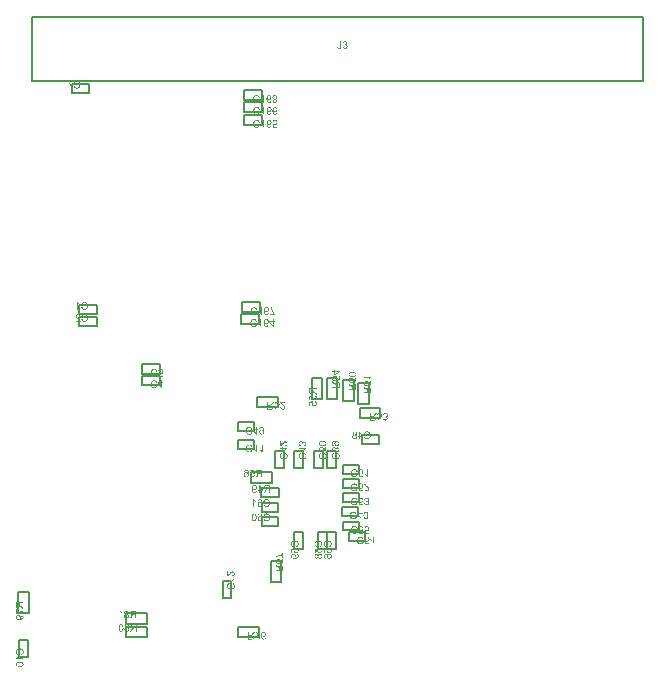
<source format=gbr>
G04*
G04 #@! TF.GenerationSoftware,Altium Limited,Altium Designer,24.1.2 (44)*
G04*
G04 Layer_Color=32896*
%FSLAX25Y25*%
%MOIN*%
G70*
G04*
G04 #@! TF.SameCoordinates,59DD8EBB-DCD7-4209-94D2-A0ED0100978B*
G04*
G04*
G04 #@! TF.FilePolarity,Positive*
G04*
G01*
G75*
%ADD11C,0.00787*%
G36*
X27586Y-377620D02*
X27627Y-377679D01*
X27674Y-377737D01*
X27718Y-377788D01*
X27761Y-377831D01*
X27794Y-377868D01*
X27809Y-377879D01*
X27819Y-377890D01*
X27823Y-377893D01*
X27827Y-377897D01*
X27903Y-377959D01*
X27980Y-378017D01*
X28052Y-378068D01*
X28125Y-378108D01*
X28187Y-378145D01*
X28213Y-378159D01*
X28234Y-378170D01*
X28253Y-378181D01*
X28267Y-378185D01*
X28275Y-378192D01*
X28278D01*
Y-378490D01*
X28224Y-378468D01*
X28169Y-378443D01*
X28114Y-378417D01*
X28063Y-378392D01*
X28020Y-378370D01*
X27983Y-378352D01*
X27962Y-378337D01*
X27958Y-378334D01*
X27954D01*
X27889Y-378294D01*
X27830Y-378254D01*
X27779Y-378217D01*
X27739Y-378185D01*
X27703Y-378159D01*
X27681Y-378137D01*
X27663Y-378123D01*
X27659Y-378119D01*
Y-380088D01*
X27350D01*
Y-377558D01*
X27550D01*
X27586Y-377620D01*
D02*
G37*
G36*
X32883Y-380088D02*
X32548D01*
Y-378971D01*
X32118D01*
X32078Y-378974D01*
X32049D01*
X32024Y-378978D01*
X32006Y-378982D01*
X31991D01*
X31984Y-378985D01*
X31980D01*
X31922Y-379004D01*
X31896Y-379014D01*
X31874Y-379025D01*
X31853Y-379036D01*
X31838Y-379044D01*
X31831Y-379047D01*
X31827Y-379051D01*
X31798Y-379073D01*
X31769Y-379098D01*
X31714Y-379153D01*
X31689Y-379178D01*
X31671Y-379200D01*
X31660Y-379215D01*
X31656Y-379218D01*
X31620Y-379269D01*
X31580Y-379324D01*
X31540Y-379382D01*
X31499Y-379437D01*
X31467Y-379488D01*
X31441Y-379528D01*
X31430Y-379542D01*
X31423Y-379553D01*
X31416Y-379560D01*
Y-379564D01*
X31085Y-380088D01*
X30670D01*
X31103Y-379404D01*
X31154Y-379331D01*
X31201Y-379266D01*
X31248Y-379211D01*
X31288Y-379160D01*
X31325Y-379124D01*
X31354Y-379095D01*
X31372Y-379076D01*
X31379Y-379069D01*
X31409Y-379047D01*
X31441Y-379022D01*
X31507Y-378982D01*
X31536Y-378967D01*
X31558Y-378953D01*
X31572Y-378945D01*
X31580Y-378942D01*
X31514Y-378931D01*
X31452Y-378920D01*
X31398Y-378902D01*
X31343Y-378887D01*
X31296Y-378869D01*
X31252Y-378847D01*
X31212Y-378829D01*
X31176Y-378811D01*
X31146Y-378789D01*
X31117Y-378771D01*
X31095Y-378756D01*
X31077Y-378741D01*
X31063Y-378731D01*
X31052Y-378720D01*
X31048Y-378716D01*
X31045Y-378712D01*
X31015Y-378676D01*
X30986Y-378640D01*
X30943Y-378563D01*
X30913Y-378487D01*
X30892Y-378414D01*
X30877Y-378352D01*
X30874Y-378327D01*
Y-378301D01*
X30870Y-378283D01*
Y-378268D01*
Y-378261D01*
Y-378257D01*
X30874Y-378181D01*
X30884Y-378112D01*
X30903Y-378046D01*
X30921Y-377992D01*
X30943Y-377944D01*
X30957Y-377908D01*
X30972Y-377886D01*
X30975Y-377882D01*
Y-377879D01*
X31019Y-377820D01*
X31063Y-377770D01*
X31110Y-377726D01*
X31154Y-377693D01*
X31194Y-377668D01*
X31227Y-377653D01*
X31248Y-377642D01*
X31252Y-377639D01*
X31256D01*
X31288Y-377628D01*
X31328Y-377617D01*
X31409Y-377599D01*
X31496Y-377588D01*
X31576Y-377577D01*
X31652Y-377573D01*
X31685D01*
X31714Y-377569D01*
X32883D01*
Y-380088D01*
D02*
G37*
G36*
X29712Y-377562D02*
X29770Y-377566D01*
X29873Y-377588D01*
X29920Y-377602D01*
X29963Y-377617D01*
X30003Y-377635D01*
X30040Y-377653D01*
X30069Y-377671D01*
X30098Y-377690D01*
X30124Y-377704D01*
X30142Y-377719D01*
X30156Y-377730D01*
X30167Y-377740D01*
X30175Y-377744D01*
X30178Y-377748D01*
X30211Y-377784D01*
X30244Y-377820D01*
X30269Y-377861D01*
X30291Y-377901D01*
X30327Y-377977D01*
X30349Y-378050D01*
X30364Y-378112D01*
X30367Y-378141D01*
X30371Y-378163D01*
X30375Y-378185D01*
Y-378199D01*
Y-378206D01*
Y-378210D01*
X30371Y-378275D01*
X30360Y-378337D01*
X30346Y-378392D01*
X30327Y-378439D01*
X30313Y-378476D01*
X30298Y-378505D01*
X30287Y-378519D01*
X30284Y-378527D01*
X30244Y-378570D01*
X30200Y-378610D01*
X30153Y-378647D01*
X30105Y-378676D01*
X30062Y-378698D01*
X30029Y-378712D01*
X30014Y-378720D01*
X30003Y-378723D01*
X30000Y-378727D01*
X29996D01*
X30080Y-378752D01*
X30149Y-378785D01*
X30211Y-378825D01*
X30262Y-378862D01*
X30302Y-378898D01*
X30331Y-378927D01*
X30346Y-378945D01*
X30353Y-378949D01*
Y-378953D01*
X30393Y-379018D01*
X30426Y-379087D01*
X30448Y-379153D01*
X30462Y-379218D01*
X30469Y-379276D01*
X30473Y-379302D01*
Y-379324D01*
X30477Y-379338D01*
Y-379353D01*
Y-379360D01*
Y-379364D01*
X30473Y-379422D01*
X30466Y-379480D01*
X30455Y-379535D01*
X30440Y-379590D01*
X30404Y-379681D01*
X30386Y-379724D01*
X30364Y-379761D01*
X30342Y-379797D01*
X30324Y-379826D01*
X30302Y-379852D01*
X30287Y-379873D01*
X30273Y-379892D01*
X30262Y-379903D01*
X30255Y-379910D01*
X30251Y-379913D01*
X30207Y-379954D01*
X30160Y-379986D01*
X30109Y-380015D01*
X30058Y-380041D01*
X30011Y-380059D01*
X29960Y-380077D01*
X29862Y-380103D01*
X29818Y-380114D01*
X29778Y-380121D01*
X29741Y-380125D01*
X29709Y-380128D01*
X29683Y-380132D01*
X29647D01*
X29578Y-380128D01*
X29516Y-380121D01*
X29454Y-380110D01*
X29396Y-380099D01*
X29345Y-380081D01*
X29294Y-380063D01*
X29246Y-380045D01*
X29206Y-380023D01*
X29170Y-380001D01*
X29137Y-379983D01*
X29112Y-379964D01*
X29086Y-379946D01*
X29068Y-379935D01*
X29057Y-379924D01*
X29050Y-379917D01*
X29046Y-379913D01*
X29006Y-379870D01*
X28970Y-379826D01*
X28941Y-379783D01*
X28915Y-379735D01*
X28890Y-379692D01*
X28872Y-379644D01*
X28846Y-379560D01*
X28835Y-379520D01*
X28828Y-379484D01*
X28824Y-379451D01*
X28820Y-379426D01*
X28817Y-379404D01*
Y-379386D01*
Y-379375D01*
Y-379371D01*
X28820Y-379287D01*
X28835Y-379211D01*
X28857Y-379142D01*
X28879Y-379084D01*
X28901Y-379036D01*
X28922Y-379000D01*
X28937Y-378978D01*
X28941Y-378974D01*
Y-378971D01*
X28992Y-378912D01*
X29046Y-378862D01*
X29104Y-378821D01*
X29159Y-378785D01*
X29210Y-378760D01*
X29254Y-378741D01*
X29268Y-378734D01*
X29279Y-378731D01*
X29286Y-378727D01*
X29290D01*
X29225Y-378698D01*
X29170Y-378665D01*
X29123Y-378632D01*
X29083Y-378600D01*
X29054Y-378570D01*
X29032Y-378549D01*
X29017Y-378534D01*
X29013Y-378527D01*
X28981Y-378476D01*
X28959Y-378425D01*
X28941Y-378374D01*
X28930Y-378323D01*
X28922Y-378283D01*
X28919Y-378250D01*
Y-378228D01*
Y-378225D01*
Y-378221D01*
X28922Y-378170D01*
X28926Y-378123D01*
X28951Y-378032D01*
X28984Y-377952D01*
X29021Y-377882D01*
X29057Y-377828D01*
X29075Y-377806D01*
X29090Y-377784D01*
X29104Y-377770D01*
X29115Y-377759D01*
X29119Y-377755D01*
X29123Y-377751D01*
X29163Y-377719D01*
X29203Y-377686D01*
X29246Y-377660D01*
X29290Y-377639D01*
X29377Y-377606D01*
X29465Y-377584D01*
X29501Y-377573D01*
X29538Y-377569D01*
X29570Y-377566D01*
X29599Y-377562D01*
X29621Y-377558D01*
X29654D01*
X29712Y-377562D01*
D02*
G37*
G36*
X63499Y-365630D02*
X63560Y-365587D01*
X63586Y-365565D01*
X63611Y-365547D01*
X63633Y-365528D01*
X63648Y-365514D01*
X63659Y-365503D01*
X63662Y-365499D01*
X63680Y-365481D01*
X63699Y-365459D01*
X63746Y-365408D01*
X63801Y-365350D01*
X63855Y-365288D01*
X63902Y-365230D01*
X63924Y-365205D01*
X63946Y-365183D01*
X63961Y-365164D01*
X63972Y-365150D01*
X63979Y-365143D01*
X63983Y-365139D01*
X64034Y-365081D01*
X64081Y-365022D01*
X64128Y-364971D01*
X64168Y-364924D01*
X64208Y-364880D01*
X64245Y-364844D01*
X64277Y-364808D01*
X64307Y-364779D01*
X64336Y-364750D01*
X64358Y-364728D01*
X64376Y-364709D01*
X64394Y-364691D01*
X64416Y-364673D01*
X64423Y-364666D01*
X64485Y-364615D01*
X64539Y-364571D01*
X64594Y-364535D01*
X64638Y-364506D01*
X64678Y-364484D01*
X64707Y-364469D01*
X64725Y-364462D01*
X64732Y-364458D01*
X64787Y-364437D01*
X64842Y-364422D01*
X64893Y-364407D01*
X64936Y-364400D01*
X64976Y-364396D01*
X65005Y-364393D01*
X65024D01*
X65031D01*
X65086Y-364396D01*
X65136Y-364404D01*
X65187Y-364411D01*
X65231Y-364425D01*
X65319Y-364462D01*
X65388Y-364498D01*
X65420Y-364520D01*
X65446Y-364538D01*
X65471Y-364557D01*
X65490Y-364575D01*
X65504Y-364589D01*
X65519Y-364597D01*
X65522Y-364604D01*
X65526Y-364608D01*
X65562Y-364648D01*
X65595Y-364691D01*
X65621Y-364739D01*
X65642Y-364786D01*
X65679Y-364880D01*
X65704Y-364975D01*
X65712Y-365015D01*
X65719Y-365055D01*
X65723Y-365092D01*
X65726Y-365121D01*
X65730Y-365146D01*
Y-365183D01*
X65726Y-365248D01*
X65723Y-365310D01*
X65712Y-365368D01*
X65701Y-365423D01*
X65686Y-365474D01*
X65672Y-365521D01*
X65653Y-365565D01*
X65635Y-365605D01*
X65617Y-365641D01*
X65599Y-365670D01*
X65584Y-365696D01*
X65570Y-365718D01*
X65559Y-365736D01*
X65548Y-365747D01*
X65544Y-365754D01*
X65540Y-365758D01*
X65504Y-365794D01*
X65464Y-365827D01*
X65420Y-365860D01*
X65377Y-365885D01*
X65289Y-365929D01*
X65202Y-365958D01*
X65162Y-365969D01*
X65122Y-365980D01*
X65089Y-365987D01*
X65060Y-365994D01*
X65035Y-365998D01*
X65016D01*
X65005Y-366002D01*
X65002D01*
X64969Y-365685D01*
X65053Y-365678D01*
X65126Y-365663D01*
X65191Y-365641D01*
X65242Y-365616D01*
X65286Y-365594D01*
X65315Y-365572D01*
X65333Y-365558D01*
X65340Y-365550D01*
X65384Y-365496D01*
X65417Y-365437D01*
X65442Y-365376D01*
X65457Y-365321D01*
X65468Y-365270D01*
X65471Y-365226D01*
X65475Y-365212D01*
Y-365190D01*
X65471Y-365113D01*
X65457Y-365044D01*
X65435Y-364986D01*
X65413Y-364935D01*
X65388Y-364895D01*
X65369Y-364870D01*
X65355Y-364851D01*
X65348Y-364844D01*
X65297Y-364801D01*
X65246Y-364768D01*
X65195Y-364742D01*
X65144Y-364728D01*
X65104Y-364717D01*
X65067Y-364713D01*
X65045Y-364709D01*
X65042D01*
X65038D01*
X64973Y-364717D01*
X64903Y-364731D01*
X64842Y-364757D01*
X64783Y-364782D01*
X64736Y-364811D01*
X64696Y-364837D01*
X64682Y-364844D01*
X64671Y-364851D01*
X64667Y-364859D01*
X64663D01*
X64623Y-364888D01*
X64583Y-364924D01*
X64539Y-364964D01*
X64496Y-365008D01*
X64408Y-365099D01*
X64321Y-365190D01*
X64281Y-365237D01*
X64245Y-365277D01*
X64212Y-365317D01*
X64183Y-365350D01*
X64161Y-365376D01*
X64143Y-365397D01*
X64132Y-365412D01*
X64128Y-365416D01*
X64052Y-365507D01*
X63979Y-365590D01*
X63913Y-365659D01*
X63859Y-365714D01*
X63811Y-365761D01*
X63779Y-365794D01*
X63757Y-365812D01*
X63753Y-365820D01*
X63750D01*
X63688Y-365871D01*
X63630Y-365911D01*
X63571Y-365947D01*
X63520Y-365976D01*
X63477Y-365998D01*
X63444Y-366013D01*
X63422Y-366020D01*
X63418Y-366023D01*
X63415D01*
X63375Y-366038D01*
X63338Y-366045D01*
X63302Y-366053D01*
X63269Y-366056D01*
X63240Y-366060D01*
X63218D01*
X63204D01*
X63200D01*
Y-364389D01*
X63499D01*
Y-365630D01*
D02*
G37*
G36*
X65730Y-367010D02*
X65668Y-367046D01*
X65610Y-367086D01*
X65551Y-367134D01*
X65500Y-367177D01*
X65457Y-367221D01*
X65420Y-367254D01*
X65409Y-367268D01*
X65399Y-367279D01*
X65395Y-367283D01*
X65391Y-367287D01*
X65329Y-367363D01*
X65271Y-367439D01*
X65220Y-367512D01*
X65180Y-367585D01*
X65144Y-367647D01*
X65129Y-367672D01*
X65118Y-367694D01*
X65107Y-367712D01*
X65104Y-367727D01*
X65096Y-367734D01*
Y-367738D01*
X64798D01*
X64820Y-367683D01*
X64845Y-367629D01*
X64871Y-367574D01*
X64896Y-367523D01*
X64918Y-367479D01*
X64936Y-367443D01*
X64951Y-367421D01*
X64955Y-367418D01*
Y-367414D01*
X64995Y-367349D01*
X65035Y-367290D01*
X65071Y-367239D01*
X65104Y-367199D01*
X65129Y-367163D01*
X65151Y-367141D01*
X65166Y-367123D01*
X65169Y-367119D01*
X63200D01*
Y-366810D01*
X65730D01*
Y-367010D01*
D02*
G37*
G36*
X64081Y-368593D02*
X64023Y-368608D01*
X63968Y-368626D01*
X63917Y-368644D01*
X63870Y-368663D01*
X63826Y-368684D01*
X63790Y-368706D01*
X63753Y-368732D01*
X63721Y-368754D01*
X63691Y-368772D01*
X63670Y-368794D01*
X63648Y-368812D01*
X63630Y-368826D01*
X63619Y-368841D01*
X63608Y-368852D01*
X63604Y-368855D01*
X63600Y-368859D01*
X63571Y-368895D01*
X63549Y-368935D01*
X63509Y-369016D01*
X63480Y-369092D01*
X63462Y-369168D01*
X63447Y-369234D01*
X63444Y-369260D01*
Y-369285D01*
X63440Y-369307D01*
Y-369332D01*
X63444Y-369416D01*
X63458Y-369496D01*
X63477Y-369569D01*
X63499Y-369634D01*
X63520Y-369685D01*
X63531Y-369707D01*
X63538Y-369725D01*
X63546Y-369740D01*
X63553Y-369751D01*
X63557Y-369758D01*
Y-369762D01*
X63608Y-369831D01*
X63662Y-369889D01*
X63724Y-369940D01*
X63782Y-369980D01*
X63833Y-370013D01*
X63877Y-370035D01*
X63895Y-370042D01*
X63906Y-370049D01*
X63913Y-370053D01*
X63917D01*
X64012Y-370082D01*
X64106Y-370104D01*
X64201Y-370122D01*
X64288Y-370133D01*
X64328Y-370137D01*
X64365Y-370140D01*
X64398D01*
X64423Y-370144D01*
X64445D01*
X64463D01*
X64474D01*
X64478D01*
X64572Y-370140D01*
X64660Y-370133D01*
X64740Y-370118D01*
X64812Y-370104D01*
X64874Y-370093D01*
X64900Y-370086D01*
X64922Y-370078D01*
X64940Y-370075D01*
X64951Y-370071D01*
X64958Y-370068D01*
X64962D01*
X65045Y-370031D01*
X65122Y-369991D01*
X65184Y-369947D01*
X65238Y-369900D01*
X65282Y-369860D01*
X65311Y-369827D01*
X65329Y-369802D01*
X65337Y-369798D01*
Y-369795D01*
X65384Y-369718D01*
X65420Y-369634D01*
X65446Y-369554D01*
X65460Y-369478D01*
X65471Y-369409D01*
X65475Y-369380D01*
Y-369354D01*
X65479Y-369336D01*
Y-369307D01*
X65475Y-369216D01*
X65460Y-369132D01*
X65439Y-369063D01*
X65417Y-369001D01*
X65391Y-368954D01*
X65373Y-368917D01*
X65359Y-368895D01*
X65351Y-368888D01*
X65297Y-368830D01*
X65235Y-368775D01*
X65169Y-368732D01*
X65104Y-368695D01*
X65045Y-368666D01*
X65016Y-368655D01*
X64995Y-368648D01*
X64976Y-368641D01*
X64962Y-368633D01*
X64955Y-368630D01*
X64951D01*
X65027Y-368302D01*
X65093Y-368324D01*
X65151Y-368346D01*
X65206Y-368375D01*
X65260Y-368400D01*
X65308Y-368429D01*
X65351Y-368462D01*
X65395Y-368491D01*
X65431Y-368520D01*
X65460Y-368550D01*
X65490Y-368575D01*
X65515Y-368601D01*
X65533Y-368619D01*
X65551Y-368637D01*
X65562Y-368652D01*
X65566Y-368659D01*
X65570Y-368663D01*
X65602Y-368713D01*
X65635Y-368764D01*
X65661Y-368815D01*
X65683Y-368870D01*
X65715Y-368979D01*
X65737Y-369077D01*
X65748Y-369125D01*
X65752Y-369165D01*
X65755Y-369205D01*
X65759Y-369238D01*
X65763Y-369263D01*
Y-369300D01*
X65755Y-369420D01*
X65737Y-369536D01*
X65715Y-369638D01*
X65701Y-369685D01*
X65686Y-369729D01*
X65672Y-369769D01*
X65657Y-369806D01*
X65646Y-369835D01*
X65635Y-369864D01*
X65624Y-369882D01*
X65617Y-369897D01*
X65613Y-369907D01*
X65610Y-369911D01*
X65548Y-370009D01*
X65475Y-370093D01*
X65402Y-370166D01*
X65329Y-370228D01*
X65264Y-370275D01*
X65235Y-370293D01*
X65209Y-370308D01*
X65191Y-370322D01*
X65176Y-370330D01*
X65166Y-370333D01*
X65162Y-370337D01*
X65049Y-370388D01*
X64933Y-370424D01*
X64816Y-370450D01*
X64711Y-370468D01*
X64663Y-370475D01*
X64616Y-370479D01*
X64579Y-370482D01*
X64543D01*
X64518Y-370486D01*
X64496D01*
X64481D01*
X64478D01*
X64347Y-370479D01*
X64219Y-370464D01*
X64106Y-370446D01*
X64052Y-370431D01*
X64004Y-370421D01*
X63961Y-370410D01*
X63921Y-370395D01*
X63884Y-370384D01*
X63855Y-370377D01*
X63833Y-370366D01*
X63815Y-370362D01*
X63804Y-370355D01*
X63801D01*
X63691Y-370301D01*
X63593Y-370239D01*
X63509Y-370173D01*
X63477Y-370140D01*
X63444Y-370111D01*
X63415Y-370082D01*
X63389Y-370053D01*
X63367Y-370027D01*
X63353Y-370006D01*
X63338Y-369991D01*
X63327Y-369976D01*
X63324Y-369969D01*
X63320Y-369966D01*
X63291Y-369915D01*
X63266Y-369864D01*
X63226Y-369755D01*
X63196Y-369645D01*
X63178Y-369540D01*
X63171Y-369489D01*
X63164Y-369445D01*
X63160Y-369405D01*
Y-369372D01*
X63156Y-369343D01*
Y-369303D01*
X63160Y-369230D01*
X63167Y-369161D01*
X63174Y-369096D01*
X63189Y-369034D01*
X63207Y-368975D01*
X63226Y-368921D01*
X63244Y-368870D01*
X63266Y-368823D01*
X63284Y-368783D01*
X63302Y-368743D01*
X63320Y-368713D01*
X63338Y-368684D01*
X63353Y-368666D01*
X63360Y-368648D01*
X63367Y-368641D01*
X63371Y-368637D01*
X63415Y-368586D01*
X63458Y-368542D01*
X63509Y-368502D01*
X63560Y-368462D01*
X63662Y-368397D01*
X63764Y-368346D01*
X63811Y-368324D01*
X63855Y-368306D01*
X63895Y-368291D01*
X63928Y-368280D01*
X63957Y-368269D01*
X63979Y-368262D01*
X63994Y-368258D01*
X63997D01*
X64081Y-368593D01*
D02*
G37*
G36*
X33036Y-384540D02*
X32701D01*
Y-383422D01*
X32271D01*
X32231Y-383426D01*
X32202D01*
X32177Y-383429D01*
X32158Y-383433D01*
X32144D01*
X32136Y-383437D01*
X32133D01*
X32075Y-383455D01*
X32049Y-383466D01*
X32027Y-383477D01*
X32006Y-383488D01*
X31991Y-383495D01*
X31984Y-383499D01*
X31980Y-383502D01*
X31951Y-383524D01*
X31922Y-383549D01*
X31867Y-383604D01*
X31842Y-383630D01*
X31824Y-383651D01*
X31813Y-383666D01*
X31809Y-383670D01*
X31773Y-383721D01*
X31732Y-383775D01*
X31692Y-383833D01*
X31652Y-383888D01*
X31620Y-383939D01*
X31594Y-383979D01*
X31583Y-383994D01*
X31576Y-384004D01*
X31569Y-384012D01*
Y-384015D01*
X31237Y-384540D01*
X30823D01*
X31256Y-383855D01*
X31307Y-383783D01*
X31354Y-383717D01*
X31401Y-383662D01*
X31441Y-383611D01*
X31478Y-383575D01*
X31507Y-383546D01*
X31525Y-383528D01*
X31532Y-383520D01*
X31561Y-383499D01*
X31594Y-383473D01*
X31660Y-383433D01*
X31689Y-383418D01*
X31711Y-383404D01*
X31725Y-383397D01*
X31732Y-383393D01*
X31667Y-383382D01*
X31605Y-383371D01*
X31550Y-383353D01*
X31496Y-383338D01*
X31449Y-383320D01*
X31405Y-383298D01*
X31365Y-383280D01*
X31328Y-383262D01*
X31299Y-383240D01*
X31270Y-383222D01*
X31248Y-383207D01*
X31230Y-383193D01*
X31216Y-383182D01*
X31205Y-383171D01*
X31201Y-383167D01*
X31197Y-383164D01*
X31168Y-383127D01*
X31139Y-383091D01*
X31095Y-383014D01*
X31066Y-382938D01*
X31045Y-382865D01*
X31030Y-382803D01*
X31026Y-382778D01*
Y-382752D01*
X31023Y-382734D01*
Y-382720D01*
Y-382712D01*
Y-382709D01*
X31026Y-382632D01*
X31037Y-382563D01*
X31055Y-382498D01*
X31074Y-382443D01*
X31095Y-382396D01*
X31110Y-382359D01*
X31125Y-382337D01*
X31128Y-382334D01*
Y-382330D01*
X31172Y-382272D01*
X31216Y-382221D01*
X31263Y-382177D01*
X31307Y-382144D01*
X31347Y-382119D01*
X31379Y-382104D01*
X31401Y-382094D01*
X31405Y-382090D01*
X31409D01*
X31441Y-382079D01*
X31481Y-382068D01*
X31561Y-382050D01*
X31649Y-382039D01*
X31729Y-382028D01*
X31805Y-382024D01*
X31838D01*
X31867Y-382021D01*
X33036D01*
Y-384540D01*
D02*
G37*
G36*
X29865Y-382013D02*
X29923Y-382017D01*
X30025Y-382039D01*
X30073Y-382053D01*
X30116Y-382068D01*
X30156Y-382086D01*
X30193Y-382104D01*
X30222Y-382123D01*
X30251Y-382141D01*
X30277Y-382155D01*
X30295Y-382170D01*
X30309Y-382181D01*
X30320Y-382192D01*
X30327Y-382195D01*
X30331Y-382199D01*
X30364Y-382235D01*
X30397Y-382272D01*
X30422Y-382312D01*
X30444Y-382352D01*
X30480Y-382428D01*
X30502Y-382501D01*
X30517Y-382563D01*
X30520Y-382592D01*
X30524Y-382614D01*
X30528Y-382636D01*
Y-382650D01*
Y-382658D01*
Y-382661D01*
X30524Y-382727D01*
X30513Y-382789D01*
X30498Y-382843D01*
X30480Y-382891D01*
X30466Y-382927D01*
X30451Y-382956D01*
X30440Y-382971D01*
X30437Y-382978D01*
X30397Y-383022D01*
X30353Y-383062D01*
X30306Y-383098D01*
X30258Y-383127D01*
X30215Y-383149D01*
X30182Y-383164D01*
X30167Y-383171D01*
X30156Y-383175D01*
X30153Y-383178D01*
X30149D01*
X30233Y-383204D01*
X30302Y-383237D01*
X30364Y-383277D01*
X30415Y-383313D01*
X30455Y-383349D01*
X30484Y-383378D01*
X30498Y-383397D01*
X30506Y-383400D01*
Y-383404D01*
X30546Y-383469D01*
X30579Y-383539D01*
X30600Y-383604D01*
X30615Y-383670D01*
X30622Y-383728D01*
X30626Y-383753D01*
Y-383775D01*
X30630Y-383790D01*
Y-383804D01*
Y-383812D01*
Y-383815D01*
X30626Y-383874D01*
X30619Y-383932D01*
X30608Y-383986D01*
X30593Y-384041D01*
X30557Y-384132D01*
X30539Y-384176D01*
X30517Y-384212D01*
X30495Y-384248D01*
X30477Y-384278D01*
X30455Y-384303D01*
X30440Y-384325D01*
X30426Y-384343D01*
X30415Y-384354D01*
X30408Y-384361D01*
X30404Y-384365D01*
X30360Y-384405D01*
X30313Y-384438D01*
X30262Y-384467D01*
X30211Y-384492D01*
X30164Y-384510D01*
X30113Y-384529D01*
X30014Y-384554D01*
X29971Y-384565D01*
X29931Y-384572D01*
X29894Y-384576D01*
X29862Y-384580D01*
X29836Y-384583D01*
X29800D01*
X29730Y-384580D01*
X29669Y-384572D01*
X29607Y-384561D01*
X29548Y-384550D01*
X29498Y-384532D01*
X29447Y-384514D01*
X29399Y-384496D01*
X29359Y-384474D01*
X29323Y-384452D01*
X29290Y-384434D01*
X29265Y-384416D01*
X29239Y-384398D01*
X29221Y-384387D01*
X29210Y-384376D01*
X29203Y-384368D01*
X29199Y-384365D01*
X29159Y-384321D01*
X29123Y-384278D01*
X29094Y-384234D01*
X29068Y-384187D01*
X29043Y-384143D01*
X29024Y-384096D01*
X28999Y-384012D01*
X28988Y-383972D01*
X28981Y-383935D01*
X28977Y-383903D01*
X28973Y-383877D01*
X28970Y-383855D01*
Y-383837D01*
Y-383826D01*
Y-383822D01*
X28973Y-383739D01*
X28988Y-383662D01*
X29010Y-383593D01*
X29032Y-383535D01*
X29053Y-383488D01*
X29075Y-383451D01*
X29090Y-383429D01*
X29094Y-383426D01*
Y-383422D01*
X29144Y-383364D01*
X29199Y-383313D01*
X29257Y-383273D01*
X29312Y-383237D01*
X29363Y-383211D01*
X29406Y-383193D01*
X29421Y-383186D01*
X29432Y-383182D01*
X29439Y-383178D01*
X29443D01*
X29377Y-383149D01*
X29323Y-383116D01*
X29276Y-383084D01*
X29235Y-383051D01*
X29206Y-383022D01*
X29184Y-383000D01*
X29170Y-382985D01*
X29166Y-382978D01*
X29133Y-382927D01*
X29112Y-382876D01*
X29094Y-382825D01*
X29083Y-382774D01*
X29075Y-382734D01*
X29072Y-382701D01*
Y-382680D01*
Y-382676D01*
Y-382672D01*
X29075Y-382621D01*
X29079Y-382574D01*
X29104Y-382483D01*
X29137Y-382403D01*
X29174Y-382334D01*
X29210Y-382279D01*
X29228Y-382257D01*
X29243Y-382235D01*
X29257Y-382221D01*
X29268Y-382210D01*
X29272Y-382206D01*
X29276Y-382203D01*
X29316Y-382170D01*
X29356Y-382137D01*
X29399Y-382112D01*
X29443Y-382090D01*
X29530Y-382057D01*
X29618Y-382035D01*
X29654Y-382024D01*
X29690Y-382021D01*
X29723Y-382017D01*
X29752Y-382013D01*
X29774Y-382010D01*
X29807D01*
X29865Y-382013D01*
D02*
G37*
G36*
X27943Y-382017D02*
X28034Y-382032D01*
X28111Y-382057D01*
X28176Y-382083D01*
X28231Y-382112D01*
X28253Y-382123D01*
X28271Y-382137D01*
X28285Y-382144D01*
X28296Y-382152D01*
X28300Y-382159D01*
X28304D01*
X28369Y-382217D01*
X28424Y-382286D01*
X28471Y-382356D01*
X28507Y-382421D01*
X28537Y-382483D01*
X28551Y-382508D01*
X28558Y-382534D01*
X28566Y-382552D01*
X28573Y-382567D01*
X28577Y-382574D01*
Y-382578D01*
X28591Y-382632D01*
X28606Y-382687D01*
X28628Y-382807D01*
X28646Y-382927D01*
X28657Y-383040D01*
X28660Y-383095D01*
X28664Y-383142D01*
Y-383186D01*
X28668Y-383225D01*
Y-383255D01*
Y-383280D01*
Y-383295D01*
Y-383298D01*
X28664Y-383426D01*
X28657Y-383546D01*
X28646Y-383655D01*
X28628Y-383757D01*
X28609Y-383852D01*
X28587Y-383935D01*
X28566Y-384012D01*
X28544Y-384077D01*
X28522Y-384136D01*
X28497Y-384187D01*
X28478Y-384230D01*
X28460Y-384263D01*
X28442Y-384292D01*
X28431Y-384310D01*
X28424Y-384321D01*
X28420Y-384325D01*
X28380Y-384368D01*
X28336Y-384408D01*
X28289Y-384445D01*
X28242Y-384474D01*
X28194Y-384500D01*
X28147Y-384521D01*
X28100Y-384536D01*
X28056Y-384550D01*
X28012Y-384561D01*
X27972Y-384569D01*
X27936Y-384576D01*
X27907Y-384580D01*
X27881Y-384583D01*
X27845D01*
X27747Y-384576D01*
X27656Y-384561D01*
X27579Y-384536D01*
X27514Y-384510D01*
X27459Y-384485D01*
X27441Y-384470D01*
X27423Y-384459D01*
X27408Y-384452D01*
X27397Y-384445D01*
X27394Y-384438D01*
X27390D01*
X27324Y-384376D01*
X27270Y-384310D01*
X27222Y-384237D01*
X27186Y-384172D01*
X27157Y-384110D01*
X27142Y-384085D01*
X27135Y-384059D01*
X27128Y-384041D01*
X27121Y-384026D01*
X27117Y-384019D01*
Y-384015D01*
X27099Y-383961D01*
X27084Y-383906D01*
X27062Y-383790D01*
X27044Y-383670D01*
X27033Y-383553D01*
X27030Y-383502D01*
X27026Y-383455D01*
Y-383411D01*
X27022Y-383371D01*
Y-383342D01*
Y-383316D01*
Y-383302D01*
Y-383298D01*
Y-383229D01*
X27026Y-383164D01*
Y-383105D01*
X27030Y-383047D01*
X27037Y-382996D01*
X27040Y-382945D01*
X27044Y-382902D01*
X27051Y-382861D01*
X27055Y-382825D01*
X27062Y-382792D01*
X27066Y-382767D01*
X27070Y-382745D01*
X27073Y-382727D01*
X27077Y-382716D01*
X27081Y-382709D01*
Y-382705D01*
X27102Y-382625D01*
X27128Y-382552D01*
X27157Y-382490D01*
X27179Y-382436D01*
X27204Y-382388D01*
X27219Y-382356D01*
X27233Y-382337D01*
X27237Y-382330D01*
X27277Y-382276D01*
X27317Y-382228D01*
X27361Y-382188D01*
X27401Y-382152D01*
X27437Y-382126D01*
X27466Y-382108D01*
X27485Y-382097D01*
X27488Y-382094D01*
X27492D01*
X27550Y-382064D01*
X27612Y-382046D01*
X27670Y-382032D01*
X27725Y-382021D01*
X27772Y-382013D01*
X27812Y-382010D01*
X27845D01*
X27943Y-382017D01*
D02*
G37*
G36*
X-4704Y-375004D02*
X-5822D01*
Y-375434D01*
X-5818Y-375474D01*
Y-375503D01*
X-5815Y-375528D01*
X-5811Y-375547D01*
Y-375561D01*
X-5807Y-375569D01*
Y-375572D01*
X-5789Y-375630D01*
X-5778Y-375656D01*
X-5767Y-375678D01*
X-5756Y-375699D01*
X-5749Y-375714D01*
X-5745Y-375721D01*
X-5742Y-375725D01*
X-5720Y-375754D01*
X-5694Y-375783D01*
X-5640Y-375838D01*
X-5614Y-375863D01*
X-5593Y-375882D01*
X-5578Y-375892D01*
X-5574Y-375896D01*
X-5523Y-375933D01*
X-5469Y-375973D01*
X-5410Y-376012D01*
X-5356Y-376053D01*
X-5305Y-376085D01*
X-5265Y-376111D01*
X-5250Y-376122D01*
X-5239Y-376129D01*
X-5232Y-376136D01*
X-5229D01*
X-4704Y-376467D01*
Y-376883D01*
X-5389Y-376449D01*
X-5461Y-376398D01*
X-5527Y-376351D01*
X-5582Y-376304D01*
X-5632Y-376264D01*
X-5669Y-376227D01*
X-5698Y-376198D01*
X-5716Y-376180D01*
X-5723Y-376173D01*
X-5745Y-376144D01*
X-5771Y-376111D01*
X-5811Y-376045D01*
X-5825Y-376016D01*
X-5840Y-375994D01*
X-5847Y-375980D01*
X-5851Y-375973D01*
X-5862Y-376038D01*
X-5873Y-376100D01*
X-5891Y-376154D01*
X-5906Y-376209D01*
X-5924Y-376256D01*
X-5945Y-376300D01*
X-5964Y-376340D01*
X-5982Y-376377D01*
X-6004Y-376406D01*
X-6022Y-376435D01*
X-6036Y-376457D01*
X-6051Y-376475D01*
X-6062Y-376489D01*
X-6073Y-376500D01*
X-6077Y-376504D01*
X-6080Y-376508D01*
X-6117Y-376537D01*
X-6153Y-376566D01*
X-6229Y-376609D01*
X-6306Y-376639D01*
X-6379Y-376660D01*
X-6441Y-376675D01*
X-6466Y-376679D01*
X-6492D01*
X-6510Y-376682D01*
X-6524D01*
X-6532D01*
X-6535D01*
X-6612Y-376679D01*
X-6681Y-376668D01*
X-6746Y-376649D01*
X-6801Y-376631D01*
X-6848Y-376609D01*
X-6885Y-376595D01*
X-6906Y-376580D01*
X-6910Y-376577D01*
X-6914D01*
X-6972Y-376533D01*
X-7023Y-376489D01*
X-7067Y-376442D01*
X-7099Y-376398D01*
X-7125Y-376358D01*
X-7139Y-376326D01*
X-7150Y-376304D01*
X-7154Y-376300D01*
Y-376296D01*
X-7165Y-376264D01*
X-7176Y-376224D01*
X-7194Y-376144D01*
X-7205Y-376056D01*
X-7216Y-375976D01*
X-7220Y-375900D01*
Y-375867D01*
X-7223Y-375838D01*
Y-374669D01*
X-4704D01*
Y-375004D01*
D02*
G37*
G36*
X-6892Y-378335D02*
X-6786Y-378247D01*
X-6673Y-378164D01*
X-6564Y-378091D01*
X-6459Y-378022D01*
X-6412Y-377993D01*
X-6368Y-377967D01*
X-6328Y-377942D01*
X-6295Y-377923D01*
X-6266Y-377909D01*
X-6248Y-377898D01*
X-6233Y-377891D01*
X-6229Y-377887D01*
X-6084Y-377814D01*
X-5938Y-377749D01*
X-5800Y-377694D01*
X-5738Y-377672D01*
X-5676Y-377650D01*
X-5622Y-377629D01*
X-5571Y-377614D01*
X-5527Y-377600D01*
X-5491Y-377589D01*
X-5458Y-377578D01*
X-5436Y-377571D01*
X-5421Y-377567D01*
X-5418D01*
X-5269Y-377530D01*
X-5196Y-377516D01*
X-5130Y-377505D01*
X-5068Y-377494D01*
X-5006Y-377483D01*
X-4955Y-377476D01*
X-4905Y-377468D01*
X-4861Y-377465D01*
X-4821Y-377461D01*
X-4784Y-377458D01*
X-4755D01*
X-4733Y-377454D01*
X-4719D01*
X-4708D01*
X-4704D01*
Y-377771D01*
X-4843Y-377782D01*
X-4970Y-377800D01*
X-5086Y-377818D01*
X-5141Y-377829D01*
X-5192Y-377840D01*
X-5236Y-377847D01*
X-5276Y-377858D01*
X-5312Y-377865D01*
X-5341Y-377873D01*
X-5363Y-377880D01*
X-5381Y-377884D01*
X-5392Y-377887D01*
X-5396D01*
X-5563Y-377942D01*
X-5720Y-378000D01*
X-5796Y-378029D01*
X-5869Y-378058D01*
X-5935Y-378091D01*
X-6000Y-378120D01*
X-6058Y-378146D01*
X-6109Y-378171D01*
X-6153Y-378193D01*
X-6193Y-378211D01*
X-6226Y-378229D01*
X-6248Y-378240D01*
X-6262Y-378247D01*
X-6266Y-378251D01*
X-6342Y-378295D01*
X-6419Y-378339D01*
X-6488Y-378382D01*
X-6553Y-378426D01*
X-6612Y-378466D01*
X-6670Y-378506D01*
X-6721Y-378546D01*
X-6764Y-378579D01*
X-6808Y-378611D01*
X-6845Y-378641D01*
X-6874Y-378670D01*
X-6899Y-378692D01*
X-6921Y-378706D01*
X-6936Y-378721D01*
X-6943Y-378728D01*
X-6946Y-378732D01*
X-7190D01*
Y-377101D01*
X-6892D01*
Y-378335D01*
D02*
G37*
G36*
X-6313Y-379041D02*
X-6251Y-379048D01*
X-6189Y-379056D01*
X-6131Y-379070D01*
X-6080Y-379088D01*
X-6029Y-379106D01*
X-5986Y-379125D01*
X-5945Y-379147D01*
X-5909Y-379165D01*
X-5876Y-379183D01*
X-5851Y-379201D01*
X-5825Y-379219D01*
X-5807Y-379234D01*
X-5796Y-379241D01*
X-5789Y-379248D01*
X-5785Y-379252D01*
X-5745Y-379292D01*
X-5713Y-379336D01*
X-5680Y-379380D01*
X-5654Y-379427D01*
X-5632Y-379470D01*
X-5614Y-379514D01*
X-5589Y-379598D01*
X-5578Y-379634D01*
X-5571Y-379671D01*
X-5567Y-379700D01*
X-5563Y-379729D01*
X-5560Y-379751D01*
Y-379780D01*
X-5563Y-379849D01*
X-5574Y-379915D01*
X-5589Y-379973D01*
X-5607Y-380028D01*
X-5622Y-380067D01*
X-5636Y-380100D01*
X-5647Y-380122D01*
X-5651Y-380129D01*
X-5687Y-380188D01*
X-5727Y-380239D01*
X-5767Y-380282D01*
X-5804Y-380319D01*
X-5840Y-380344D01*
X-5865Y-380366D01*
X-5884Y-380381D01*
X-5891Y-380384D01*
X-5862D01*
X-5844D01*
X-5833D01*
X-5829D01*
X-5756Y-380381D01*
X-5687Y-380377D01*
X-5625Y-380370D01*
X-5567Y-380362D01*
X-5520Y-380351D01*
X-5483Y-380344D01*
X-5469Y-380341D01*
X-5458D01*
X-5454Y-380337D01*
X-5451D01*
X-5385Y-380319D01*
X-5327Y-380300D01*
X-5276Y-380282D01*
X-5232Y-380264D01*
X-5199Y-380250D01*
X-5174Y-380235D01*
X-5156Y-380228D01*
X-5152Y-380224D01*
X-5112Y-380195D01*
X-5079Y-380166D01*
X-5050Y-380137D01*
X-5025Y-380107D01*
X-5003Y-380086D01*
X-4988Y-380064D01*
X-4981Y-380049D01*
X-4977Y-380046D01*
X-4955Y-380006D01*
X-4941Y-379962D01*
X-4930Y-379922D01*
X-4923Y-379882D01*
X-4919Y-379849D01*
X-4915Y-379824D01*
Y-379798D01*
X-4919Y-379740D01*
X-4930Y-379685D01*
X-4944Y-379638D01*
X-4963Y-379598D01*
X-4977Y-379569D01*
X-4992Y-379543D01*
X-5003Y-379529D01*
X-5006Y-379525D01*
X-5046Y-379489D01*
X-5094Y-379460D01*
X-5145Y-379434D01*
X-5196Y-379416D01*
X-5239Y-379401D01*
X-5279Y-379391D01*
X-5294Y-379387D01*
X-5301D01*
X-5308Y-379383D01*
X-5312D01*
X-5287Y-379085D01*
X-5181Y-379106D01*
X-5090Y-379136D01*
X-5010Y-379172D01*
X-4944Y-379208D01*
X-4894Y-379245D01*
X-4872Y-379263D01*
X-4854Y-379278D01*
X-4843Y-379289D01*
X-4832Y-379299D01*
X-4828Y-379303D01*
X-4824Y-379307D01*
X-4795Y-379343D01*
X-4770Y-379383D01*
X-4730Y-379463D01*
X-4701Y-379543D01*
X-4682Y-379620D01*
X-4668Y-379689D01*
X-4664Y-379718D01*
Y-379744D01*
X-4661Y-379762D01*
Y-379791D01*
X-4668Y-379893D01*
X-4682Y-379984D01*
X-4708Y-380067D01*
X-4737Y-380137D01*
X-4748Y-380166D01*
X-4763Y-380195D01*
X-4777Y-380217D01*
X-4788Y-380239D01*
X-4795Y-380253D01*
X-4803Y-380264D01*
X-4810Y-380271D01*
Y-380275D01*
X-4872Y-380348D01*
X-4941Y-380413D01*
X-5014Y-380464D01*
X-5083Y-380508D01*
X-5145Y-380544D01*
X-5174Y-380559D01*
X-5196Y-380570D01*
X-5218Y-380577D01*
X-5232Y-380584D01*
X-5239Y-380588D01*
X-5243D01*
X-5298Y-380606D01*
X-5359Y-380624D01*
X-5483Y-380650D01*
X-5614Y-380668D01*
X-5738Y-380679D01*
X-5793Y-380686D01*
X-5847Y-380690D01*
X-5895D01*
X-5935Y-380694D01*
X-5967D01*
X-5993D01*
X-6011D01*
X-6015D01*
X-6098D01*
X-6179Y-380690D01*
X-6251Y-380683D01*
X-6320Y-380675D01*
X-6382Y-380668D01*
X-6441Y-380661D01*
X-6495Y-380650D01*
X-6543Y-380639D01*
X-6583Y-380628D01*
X-6619Y-380621D01*
X-6652Y-380610D01*
X-6677Y-380603D01*
X-6695Y-380595D01*
X-6710Y-380588D01*
X-6717Y-380584D01*
X-6721D01*
X-6808Y-380541D01*
X-6885Y-380493D01*
X-6950Y-380439D01*
X-7005Y-380392D01*
X-7045Y-380344D01*
X-7074Y-380308D01*
X-7085Y-380293D01*
X-7092Y-380282D01*
X-7099Y-380279D01*
Y-380275D01*
X-7143Y-380199D01*
X-7176Y-380122D01*
X-7201Y-380046D01*
X-7216Y-379977D01*
X-7227Y-379915D01*
X-7231Y-379889D01*
Y-379871D01*
X-7234Y-379853D01*
Y-379827D01*
X-7231Y-379765D01*
X-7223Y-379707D01*
X-7212Y-379649D01*
X-7198Y-379598D01*
X-7158Y-379500D01*
X-7139Y-379456D01*
X-7118Y-379420D01*
X-7092Y-379383D01*
X-7074Y-379354D01*
X-7052Y-379325D01*
X-7034Y-379303D01*
X-7019Y-379285D01*
X-7008Y-379274D01*
X-7001Y-379267D01*
X-6998Y-379263D01*
X-6954Y-379223D01*
X-6903Y-379190D01*
X-6855Y-379157D01*
X-6805Y-379132D01*
X-6750Y-379110D01*
X-6699Y-379092D01*
X-6604Y-379066D01*
X-6557Y-379056D01*
X-6517Y-379048D01*
X-6477Y-379045D01*
X-6444Y-379041D01*
X-6419Y-379037D01*
X-6401D01*
X-6386D01*
X-6382D01*
X-6313Y-379041D01*
D02*
G37*
G36*
X71957Y-385311D02*
X71906Y-385383D01*
X71859Y-385449D01*
X71812Y-385504D01*
X71772Y-385554D01*
X71735Y-385591D01*
X71706Y-385620D01*
X71688Y-385638D01*
X71681Y-385645D01*
X71652Y-385667D01*
X71619Y-385693D01*
X71553Y-385733D01*
X71524Y-385747D01*
X71502Y-385762D01*
X71488Y-385769D01*
X71480Y-385773D01*
X71546Y-385784D01*
X71608Y-385795D01*
X71662Y-385813D01*
X71717Y-385827D01*
X71764Y-385846D01*
X71808Y-385868D01*
X71848Y-385886D01*
X71885Y-385904D01*
X71914Y-385926D01*
X71943Y-385944D01*
X71965Y-385958D01*
X71983Y-385973D01*
X71997Y-385984D01*
X72008Y-385995D01*
X72012Y-385999D01*
X72016Y-386002D01*
X72045Y-386038D01*
X72074Y-386075D01*
X72117Y-386151D01*
X72146Y-386228D01*
X72168Y-386301D01*
X72183Y-386363D01*
X72187Y-386388D01*
Y-386414D01*
X72190Y-386432D01*
Y-386446D01*
Y-386454D01*
Y-386457D01*
X72187Y-386534D01*
X72176Y-386603D01*
X72157Y-386668D01*
X72139Y-386723D01*
X72117Y-386770D01*
X72103Y-386807D01*
X72088Y-386828D01*
X72085Y-386832D01*
Y-386836D01*
X72041Y-386894D01*
X71997Y-386945D01*
X71950Y-386989D01*
X71906Y-387021D01*
X71866Y-387047D01*
X71833Y-387061D01*
X71812Y-387072D01*
X71808Y-387076D01*
X71804D01*
X71772Y-387087D01*
X71732Y-387098D01*
X71652Y-387116D01*
X71564Y-387127D01*
X71484Y-387138D01*
X71408Y-387141D01*
X71375D01*
X71346Y-387145D01*
X70177D01*
Y-384626D01*
X70512D01*
Y-385744D01*
X70942D01*
X70982Y-385740D01*
X71011D01*
X71036Y-385736D01*
X71055Y-385733D01*
X71069D01*
X71076Y-385729D01*
X71080D01*
X71138Y-385711D01*
X71164Y-385700D01*
X71186Y-385689D01*
X71207Y-385678D01*
X71222Y-385671D01*
X71229Y-385667D01*
X71233Y-385664D01*
X71262Y-385642D01*
X71291Y-385616D01*
X71346Y-385562D01*
X71371Y-385536D01*
X71389Y-385514D01*
X71400Y-385500D01*
X71404Y-385496D01*
X71440Y-385445D01*
X71480Y-385391D01*
X71521Y-385332D01*
X71561Y-385278D01*
X71593Y-385227D01*
X71619Y-385187D01*
X71630Y-385172D01*
X71637Y-385161D01*
X71644Y-385154D01*
Y-385150D01*
X71975Y-384626D01*
X72390D01*
X71957Y-385311D01*
D02*
G37*
G36*
X75488Y-384586D02*
X75564Y-384601D01*
X75634Y-384615D01*
X75696Y-384637D01*
X75743Y-384655D01*
X75779Y-384674D01*
X75794Y-384677D01*
X75805Y-384684D01*
X75808Y-384688D01*
X75812D01*
X75874Y-384732D01*
X75932Y-384783D01*
X75979Y-384834D01*
X76020Y-384885D01*
X76052Y-384932D01*
X76074Y-384968D01*
X76081Y-384983D01*
X76089Y-384994D01*
X76092Y-384998D01*
Y-385001D01*
X76129Y-385078D01*
X76154Y-385158D01*
X76172Y-385230D01*
X76183Y-385300D01*
X76194Y-385358D01*
Y-385380D01*
X76198Y-385402D01*
Y-385420D01*
Y-385431D01*
Y-385438D01*
Y-385442D01*
X76194Y-385507D01*
X76187Y-385569D01*
X76176Y-385631D01*
X76165Y-385685D01*
X76147Y-385736D01*
X76129Y-385787D01*
X76111Y-385831D01*
X76089Y-385871D01*
X76067Y-385908D01*
X76049Y-385940D01*
X76030Y-385966D01*
X76012Y-385991D01*
X76001Y-386009D01*
X75990Y-386020D01*
X75983Y-386028D01*
X75979Y-386031D01*
X75939Y-386071D01*
X75896Y-386108D01*
X75848Y-386137D01*
X75805Y-386162D01*
X75761Y-386188D01*
X75717Y-386206D01*
X75634Y-386231D01*
X75597Y-386242D01*
X75561Y-386250D01*
X75532Y-386253D01*
X75503Y-386257D01*
X75481Y-386261D01*
X75452D01*
X75386Y-386257D01*
X75324Y-386246D01*
X75266Y-386235D01*
X75215Y-386221D01*
X75171Y-386202D01*
X75139Y-386191D01*
X75117Y-386180D01*
X75113Y-386177D01*
X75109D01*
X75051Y-386140D01*
X75000Y-386100D01*
X74953Y-386060D01*
X74917Y-386017D01*
X74884Y-385980D01*
X74858Y-385951D01*
X74844Y-385929D01*
X74840Y-385926D01*
Y-385991D01*
X74844Y-386057D01*
X74847Y-386115D01*
X74855Y-386173D01*
X74858Y-386224D01*
X74866Y-386272D01*
X74873Y-386315D01*
X74884Y-386355D01*
X74891Y-386392D01*
X74898Y-386421D01*
X74906Y-386446D01*
X74909Y-386468D01*
X74917Y-386483D01*
X74920Y-386493D01*
X74924Y-386501D01*
Y-386504D01*
X74960Y-386577D01*
X74997Y-386643D01*
X75037Y-386694D01*
X75073Y-386737D01*
X75106Y-386774D01*
X75131Y-386799D01*
X75150Y-386814D01*
X75157Y-386818D01*
X75200Y-386847D01*
X75244Y-386865D01*
X75288Y-386879D01*
X75331Y-386890D01*
X75364Y-386898D01*
X75393Y-386901D01*
X75419D01*
X75484Y-386894D01*
X75546Y-386879D01*
X75597Y-386858D01*
X75645Y-386836D01*
X75681Y-386810D01*
X75706Y-386788D01*
X75721Y-386774D01*
X75728Y-386767D01*
X75754Y-386734D01*
X75779Y-386694D01*
X75801Y-386650D01*
X75816Y-386606D01*
X75830Y-386566D01*
X75841Y-386534D01*
X75845Y-386512D01*
X75848Y-386508D01*
Y-386504D01*
X76158Y-386530D01*
X76136Y-386632D01*
X76103Y-386723D01*
X76067Y-386803D01*
X76027Y-386868D01*
X75987Y-386919D01*
X75972Y-386941D01*
X75954Y-386960D01*
X75943Y-386970D01*
X75932Y-386981D01*
X75928Y-386985D01*
X75925Y-386989D01*
X75889Y-387018D01*
X75848Y-387043D01*
X75768Y-387087D01*
X75688Y-387116D01*
X75612Y-387134D01*
X75543Y-387149D01*
X75513Y-387152D01*
X75488D01*
X75466Y-387156D01*
X75437D01*
X75364Y-387152D01*
X75295Y-387145D01*
X75230Y-387130D01*
X75168Y-387112D01*
X75113Y-387087D01*
X75059Y-387065D01*
X75011Y-387036D01*
X74967Y-387010D01*
X74931Y-386985D01*
X74895Y-386956D01*
X74866Y-386934D01*
X74844Y-386912D01*
X74826Y-386890D01*
X74811Y-386876D01*
X74804Y-386868D01*
X74800Y-386865D01*
X74753Y-386799D01*
X74713Y-386723D01*
X74676Y-386643D01*
X74644Y-386559D01*
X74618Y-386472D01*
X74596Y-386384D01*
X74578Y-386293D01*
X74563Y-386210D01*
X74553Y-386126D01*
X74545Y-386049D01*
X74538Y-385980D01*
X74534Y-385922D01*
Y-385871D01*
X74531Y-385835D01*
Y-385820D01*
Y-385809D01*
Y-385806D01*
Y-385802D01*
X74534Y-385685D01*
X74542Y-385576D01*
X74553Y-385474D01*
X74571Y-385380D01*
X74589Y-385296D01*
X74607Y-385220D01*
X74629Y-385150D01*
X74655Y-385088D01*
X74676Y-385037D01*
X74698Y-384990D01*
X74716Y-384954D01*
X74738Y-384921D01*
X74753Y-384896D01*
X74764Y-384881D01*
X74771Y-384870D01*
X74775Y-384866D01*
X74822Y-384816D01*
X74873Y-384772D01*
X74924Y-384735D01*
X74975Y-384703D01*
X75029Y-384674D01*
X75080Y-384652D01*
X75131Y-384633D01*
X75182Y-384619D01*
X75226Y-384608D01*
X75270Y-384597D01*
X75306Y-384590D01*
X75339Y-384586D01*
X75368D01*
X75386Y-384582D01*
X75404D01*
X75488Y-384586D01*
D02*
G37*
G36*
X73290Y-384765D02*
X73308Y-384892D01*
X73326Y-385008D01*
X73337Y-385063D01*
X73348Y-385114D01*
X73355Y-385158D01*
X73366Y-385198D01*
X73373Y-385234D01*
X73381Y-385263D01*
X73388Y-385285D01*
X73391Y-385303D01*
X73395Y-385314D01*
Y-385318D01*
X73450Y-385485D01*
X73508Y-385642D01*
X73537Y-385718D01*
X73566Y-385791D01*
X73599Y-385857D01*
X73628Y-385922D01*
X73654Y-385980D01*
X73679Y-386031D01*
X73701Y-386075D01*
X73719Y-386115D01*
X73737Y-386148D01*
X73748Y-386170D01*
X73755Y-386184D01*
X73759Y-386188D01*
X73803Y-386264D01*
X73846Y-386341D01*
X73890Y-386410D01*
X73934Y-386475D01*
X73974Y-386534D01*
X74014Y-386592D01*
X74054Y-386643D01*
X74087Y-386686D01*
X74119Y-386730D01*
X74148Y-386767D01*
X74178Y-386796D01*
X74199Y-386821D01*
X74214Y-386843D01*
X74229Y-386858D01*
X74236Y-386865D01*
X74239Y-386868D01*
Y-387112D01*
X72609D01*
Y-386814D01*
X73843D01*
X73755Y-386708D01*
X73672Y-386595D01*
X73599Y-386486D01*
X73530Y-386381D01*
X73501Y-386333D01*
X73475Y-386290D01*
X73450Y-386250D01*
X73431Y-386217D01*
X73417Y-386188D01*
X73406Y-386170D01*
X73399Y-386155D01*
X73395Y-386151D01*
X73322Y-386006D01*
X73257Y-385860D01*
X73202Y-385722D01*
X73180Y-385660D01*
X73159Y-385598D01*
X73137Y-385543D01*
X73122Y-385492D01*
X73107Y-385449D01*
X73097Y-385412D01*
X73086Y-385380D01*
X73078Y-385358D01*
X73075Y-385343D01*
Y-385340D01*
X73038Y-385190D01*
X73024Y-385118D01*
X73013Y-385052D01*
X73002Y-384990D01*
X72991Y-384928D01*
X72984Y-384877D01*
X72976Y-384826D01*
X72973Y-384783D01*
X72969Y-384743D01*
X72966Y-384706D01*
Y-384677D01*
X72962Y-384655D01*
Y-384641D01*
Y-384630D01*
Y-384626D01*
X73279D01*
X73290Y-384765D01*
D02*
G37*
G36*
X-5851Y-390102D02*
X-5723Y-390116D01*
X-5611Y-390134D01*
X-5556Y-390149D01*
X-5509Y-390160D01*
X-5465Y-390171D01*
X-5425Y-390185D01*
X-5389Y-390196D01*
X-5359Y-390203D01*
X-5338Y-390214D01*
X-5319Y-390218D01*
X-5308Y-390225D01*
X-5305D01*
X-5196Y-390280D01*
X-5097Y-390342D01*
X-5014Y-390407D01*
X-4981Y-390440D01*
X-4948Y-390469D01*
X-4919Y-390498D01*
X-4894Y-390528D01*
X-4872Y-390553D01*
X-4857Y-390575D01*
X-4843Y-390589D01*
X-4832Y-390604D01*
X-4828Y-390611D01*
X-4824Y-390615D01*
X-4795Y-390666D01*
X-4770Y-390717D01*
X-4730Y-390826D01*
X-4701Y-390935D01*
X-4682Y-391041D01*
X-4675Y-391092D01*
X-4668Y-391135D01*
X-4664Y-391175D01*
Y-391208D01*
X-4661Y-391237D01*
Y-391277D01*
X-4664Y-391350D01*
X-4671Y-391419D01*
X-4679Y-391485D01*
X-4693Y-391547D01*
X-4712Y-391605D01*
X-4730Y-391659D01*
X-4748Y-391710D01*
X-4770Y-391758D01*
X-4788Y-391798D01*
X-4806Y-391838D01*
X-4824Y-391867D01*
X-4843Y-391896D01*
X-4857Y-391914D01*
X-4865Y-391933D01*
X-4872Y-391940D01*
X-4875Y-391943D01*
X-4919Y-391994D01*
X-4963Y-392038D01*
X-5014Y-392078D01*
X-5065Y-392118D01*
X-5167Y-392184D01*
X-5269Y-392235D01*
X-5316Y-392256D01*
X-5359Y-392275D01*
X-5399Y-392289D01*
X-5432Y-392300D01*
X-5461Y-392311D01*
X-5483Y-392318D01*
X-5498Y-392322D01*
X-5502D01*
X-5585Y-391987D01*
X-5527Y-391972D01*
X-5472Y-391954D01*
X-5421Y-391936D01*
X-5374Y-391918D01*
X-5330Y-391896D01*
X-5294Y-391874D01*
X-5258Y-391849D01*
X-5225Y-391827D01*
X-5196Y-391809D01*
X-5174Y-391787D01*
X-5152Y-391769D01*
X-5134Y-391754D01*
X-5123Y-391740D01*
X-5112Y-391729D01*
X-5108Y-391725D01*
X-5105Y-391721D01*
X-5076Y-391685D01*
X-5054Y-391645D01*
X-5014Y-391565D01*
X-4985Y-391488D01*
X-4966Y-391412D01*
X-4952Y-391347D01*
X-4948Y-391321D01*
Y-391296D01*
X-4944Y-391274D01*
Y-391248D01*
X-4948Y-391164D01*
X-4963Y-391084D01*
X-4981Y-391012D01*
X-5003Y-390946D01*
X-5025Y-390895D01*
X-5035Y-390873D01*
X-5043Y-390855D01*
X-5050Y-390841D01*
X-5057Y-390830D01*
X-5061Y-390822D01*
Y-390819D01*
X-5112Y-390750D01*
X-5167Y-390691D01*
X-5229Y-390640D01*
X-5287Y-390600D01*
X-5338Y-390567D01*
X-5381Y-390546D01*
X-5399Y-390538D01*
X-5410Y-390531D01*
X-5418Y-390528D01*
X-5421D01*
X-5516Y-390498D01*
X-5611Y-390476D01*
X-5705Y-390458D01*
X-5793Y-390447D01*
X-5833Y-390444D01*
X-5869Y-390440D01*
X-5902D01*
X-5927Y-390437D01*
X-5949D01*
X-5967D01*
X-5978D01*
X-5982D01*
X-6077Y-390440D01*
X-6164Y-390447D01*
X-6244Y-390462D01*
X-6317Y-390476D01*
X-6379Y-390487D01*
X-6404Y-390495D01*
X-6426Y-390502D01*
X-6444Y-390506D01*
X-6455Y-390509D01*
X-6462Y-390513D01*
X-6466D01*
X-6550Y-390549D01*
X-6626Y-390589D01*
X-6688Y-390633D01*
X-6743Y-390680D01*
X-6786Y-390720D01*
X-6815Y-390753D01*
X-6834Y-390779D01*
X-6841Y-390782D01*
Y-390786D01*
X-6888Y-390862D01*
X-6925Y-390946D01*
X-6950Y-391026D01*
X-6965Y-391103D01*
X-6976Y-391172D01*
X-6979Y-391201D01*
Y-391226D01*
X-6983Y-391245D01*
Y-391274D01*
X-6979Y-391365D01*
X-6965Y-391448D01*
X-6943Y-391517D01*
X-6921Y-391579D01*
X-6896Y-391627D01*
X-6877Y-391663D01*
X-6863Y-391685D01*
X-6855Y-391692D01*
X-6801Y-391751D01*
X-6739Y-391805D01*
X-6673Y-391849D01*
X-6608Y-391885D01*
X-6550Y-391914D01*
X-6521Y-391925D01*
X-6499Y-391933D01*
X-6481Y-391940D01*
X-6466Y-391947D01*
X-6459Y-391951D01*
X-6455D01*
X-6532Y-392278D01*
X-6597Y-392256D01*
X-6655Y-392235D01*
X-6710Y-392206D01*
X-6764Y-392180D01*
X-6812Y-392151D01*
X-6855Y-392118D01*
X-6899Y-392089D01*
X-6936Y-392060D01*
X-6965Y-392031D01*
X-6994Y-392005D01*
X-7019Y-391980D01*
X-7038Y-391962D01*
X-7056Y-391943D01*
X-7067Y-391929D01*
X-7070Y-391922D01*
X-7074Y-391918D01*
X-7107Y-391867D01*
X-7140Y-391816D01*
X-7165Y-391765D01*
X-7187Y-391710D01*
X-7220Y-391601D01*
X-7241Y-391503D01*
X-7252Y-391456D01*
X-7256Y-391416D01*
X-7260Y-391376D01*
X-7263Y-391343D01*
X-7267Y-391317D01*
Y-391281D01*
X-7260Y-391161D01*
X-7241Y-391044D01*
X-7220Y-390942D01*
X-7205Y-390895D01*
X-7190Y-390851D01*
X-7176Y-390811D01*
X-7161Y-390775D01*
X-7150Y-390746D01*
X-7140Y-390717D01*
X-7129Y-390699D01*
X-7121Y-390684D01*
X-7118Y-390673D01*
X-7114Y-390669D01*
X-7052Y-390571D01*
X-6979Y-390487D01*
X-6906Y-390415D01*
X-6834Y-390353D01*
X-6768Y-390305D01*
X-6739Y-390287D01*
X-6714Y-390273D01*
X-6695Y-390258D01*
X-6681Y-390251D01*
X-6670Y-390247D01*
X-6666Y-390244D01*
X-6553Y-390193D01*
X-6437Y-390156D01*
X-6320Y-390131D01*
X-6215Y-390112D01*
X-6168Y-390105D01*
X-6120Y-390102D01*
X-6084Y-390098D01*
X-6047D01*
X-6022Y-390094D01*
X-6000D01*
X-5986D01*
X-5982D01*
X-5851Y-390102D01*
D02*
G37*
G36*
X-6324Y-392897D02*
X-6350Y-392952D01*
X-6375Y-393006D01*
X-6401Y-393057D01*
X-6422Y-393101D01*
X-6441Y-393137D01*
X-6455Y-393159D01*
X-6459Y-393163D01*
Y-393166D01*
X-6499Y-393232D01*
X-6539Y-393290D01*
X-6575Y-393341D01*
X-6608Y-393381D01*
X-6634Y-393418D01*
X-6655Y-393440D01*
X-6670Y-393458D01*
X-6673Y-393461D01*
X-4704D01*
Y-393771D01*
X-7234D01*
Y-393570D01*
X-7172Y-393534D01*
X-7114Y-393494D01*
X-7056Y-393447D01*
X-7005Y-393403D01*
X-6961Y-393359D01*
X-6925Y-393327D01*
X-6914Y-393312D01*
X-6903Y-393301D01*
X-6899Y-393298D01*
X-6896Y-393294D01*
X-6834Y-393217D01*
X-6775Y-393141D01*
X-6724Y-393068D01*
X-6684Y-392995D01*
X-6648Y-392934D01*
X-6634Y-392908D01*
X-6623Y-392886D01*
X-6612Y-392868D01*
X-6608Y-392853D01*
X-6601Y-392846D01*
Y-392843D01*
X-6302D01*
X-6324Y-392897D01*
D02*
G37*
G36*
X-5818Y-394568D02*
X-5698Y-394575D01*
X-5589Y-394586D01*
X-5487Y-394604D01*
X-5392Y-394622D01*
X-5308Y-394644D01*
X-5232Y-394666D01*
X-5167Y-394688D01*
X-5108Y-394710D01*
X-5057Y-394735D01*
X-5014Y-394754D01*
X-4981Y-394772D01*
X-4952Y-394790D01*
X-4934Y-394801D01*
X-4923Y-394808D01*
X-4919Y-394812D01*
X-4875Y-394852D01*
X-4835Y-394896D01*
X-4799Y-394943D01*
X-4770Y-394990D01*
X-4744Y-395037D01*
X-4722Y-395085D01*
X-4708Y-395132D01*
X-4693Y-395176D01*
X-4682Y-395219D01*
X-4675Y-395259D01*
X-4668Y-395296D01*
X-4664Y-395325D01*
X-4661Y-395351D01*
Y-395387D01*
X-4668Y-395485D01*
X-4682Y-395576D01*
X-4708Y-395653D01*
X-4733Y-395718D01*
X-4759Y-395773D01*
X-4773Y-395791D01*
X-4784Y-395809D01*
X-4792Y-395824D01*
X-4799Y-395835D01*
X-4806Y-395838D01*
Y-395842D01*
X-4868Y-395907D01*
X-4934Y-395962D01*
X-5006Y-396009D01*
X-5072Y-396046D01*
X-5134Y-396075D01*
X-5159Y-396089D01*
X-5185Y-396097D01*
X-5203Y-396104D01*
X-5218Y-396111D01*
X-5225Y-396115D01*
X-5229D01*
X-5283Y-396133D01*
X-5338Y-396148D01*
X-5454Y-396169D01*
X-5574Y-396188D01*
X-5691Y-396199D01*
X-5742Y-396202D01*
X-5789Y-396206D01*
X-5833D01*
X-5873Y-396210D01*
X-5902D01*
X-5927D01*
X-5942D01*
X-5945D01*
X-6015D01*
X-6080Y-396206D01*
X-6138D01*
X-6197Y-396202D01*
X-6248Y-396195D01*
X-6299Y-396191D01*
X-6342Y-396188D01*
X-6382Y-396180D01*
X-6419Y-396177D01*
X-6452Y-396169D01*
X-6477Y-396166D01*
X-6499Y-396162D01*
X-6517Y-396159D01*
X-6528Y-396155D01*
X-6535Y-396151D01*
X-6539D01*
X-6619Y-396129D01*
X-6692Y-396104D01*
X-6754Y-396075D01*
X-6808Y-396053D01*
X-6855Y-396027D01*
X-6888Y-396013D01*
X-6906Y-395998D01*
X-6914Y-395995D01*
X-6968Y-395955D01*
X-7016Y-395915D01*
X-7056Y-395871D01*
X-7092Y-395831D01*
X-7118Y-395795D01*
X-7136Y-395765D01*
X-7147Y-395747D01*
X-7150Y-395744D01*
Y-395740D01*
X-7180Y-395682D01*
X-7198Y-395620D01*
X-7212Y-395562D01*
X-7223Y-395507D01*
X-7231Y-395460D01*
X-7234Y-395420D01*
Y-395387D01*
X-7227Y-395289D01*
X-7212Y-395198D01*
X-7187Y-395121D01*
X-7161Y-395056D01*
X-7132Y-395001D01*
X-7121Y-394979D01*
X-7107Y-394961D01*
X-7099Y-394946D01*
X-7092Y-394935D01*
X-7085Y-394932D01*
Y-394928D01*
X-7027Y-394863D01*
X-6957Y-394808D01*
X-6888Y-394761D01*
X-6823Y-394724D01*
X-6761Y-394695D01*
X-6735Y-394681D01*
X-6710Y-394673D01*
X-6692Y-394666D01*
X-6677Y-394659D01*
X-6670Y-394655D01*
X-6666D01*
X-6612Y-394641D01*
X-6557Y-394626D01*
X-6437Y-394604D01*
X-6317Y-394586D01*
X-6204Y-394575D01*
X-6149Y-394571D01*
X-6102Y-394568D01*
X-6058D01*
X-6018Y-394564D01*
X-5989D01*
X-5964D01*
X-5949D01*
X-5945D01*
X-5818Y-394568D01*
D02*
G37*
G36*
X13263Y-200925D02*
X13380Y-200943D01*
X13482Y-200965D01*
X13529Y-200979D01*
X13573Y-200994D01*
X13613Y-201008D01*
X13649Y-201023D01*
X13678Y-201034D01*
X13707Y-201045D01*
X13725Y-201056D01*
X13740Y-201063D01*
X13751Y-201067D01*
X13755Y-201070D01*
X13853Y-201132D01*
X13937Y-201205D01*
X14009Y-201278D01*
X14071Y-201351D01*
X14119Y-201416D01*
X14137Y-201445D01*
X14151Y-201471D01*
X14166Y-201489D01*
X14173Y-201503D01*
X14177Y-201514D01*
X14180Y-201518D01*
X14231Y-201631D01*
X14268Y-201747D01*
X14293Y-201864D01*
X14311Y-201969D01*
X14319Y-202017D01*
X14322Y-202064D01*
X14326Y-202100D01*
Y-202137D01*
X14330Y-202162D01*
Y-202184D01*
Y-202199D01*
Y-202202D01*
X14322Y-202333D01*
X14308Y-202461D01*
X14290Y-202574D01*
X14275Y-202628D01*
X14264Y-202676D01*
X14253Y-202719D01*
X14239Y-202759D01*
X14228Y-202796D01*
X14220Y-202825D01*
X14210Y-202847D01*
X14206Y-202865D01*
X14199Y-202876D01*
Y-202879D01*
X14144Y-202989D01*
X14082Y-203087D01*
X14017Y-203171D01*
X13984Y-203203D01*
X13955Y-203236D01*
X13926Y-203265D01*
X13896Y-203291D01*
X13871Y-203313D01*
X13849Y-203327D01*
X13835Y-203342D01*
X13820Y-203353D01*
X13813Y-203356D01*
X13809Y-203360D01*
X13758Y-203389D01*
X13707Y-203415D01*
X13598Y-203454D01*
X13489Y-203484D01*
X13383Y-203502D01*
X13332Y-203509D01*
X13289Y-203516D01*
X13249Y-203520D01*
X13216D01*
X13187Y-203524D01*
X13147D01*
X13074Y-203520D01*
X13005Y-203513D01*
X12939Y-203505D01*
X12877Y-203491D01*
X12819Y-203473D01*
X12765Y-203454D01*
X12713Y-203436D01*
X12666Y-203415D01*
X12626Y-203396D01*
X12586Y-203378D01*
X12557Y-203360D01*
X12528Y-203342D01*
X12510Y-203327D01*
X12491Y-203320D01*
X12484Y-203313D01*
X12481Y-203309D01*
X12430Y-203265D01*
X12386Y-203222D01*
X12346Y-203171D01*
X12306Y-203120D01*
X12240Y-203018D01*
X12189Y-202916D01*
X12167Y-202869D01*
X12149Y-202825D01*
X12135Y-202785D01*
X12124Y-202752D01*
X12113Y-202723D01*
X12106Y-202701D01*
X12102Y-202687D01*
Y-202683D01*
X12437Y-202599D01*
X12451Y-202657D01*
X12470Y-202712D01*
X12488Y-202763D01*
X12506Y-202810D01*
X12528Y-202854D01*
X12550Y-202890D01*
X12575Y-202927D01*
X12597Y-202959D01*
X12615Y-202989D01*
X12637Y-203010D01*
X12655Y-203032D01*
X12670Y-203050D01*
X12684Y-203061D01*
X12695Y-203072D01*
X12699Y-203076D01*
X12703Y-203080D01*
X12739Y-203109D01*
X12779Y-203131D01*
X12859Y-203171D01*
X12936Y-203200D01*
X13012Y-203218D01*
X13078Y-203233D01*
X13103Y-203236D01*
X13128D01*
X13150Y-203240D01*
X13176D01*
X13260Y-203236D01*
X13340Y-203222D01*
X13412Y-203203D01*
X13478Y-203182D01*
X13529Y-203160D01*
X13551Y-203149D01*
X13569Y-203141D01*
X13584Y-203134D01*
X13594Y-203127D01*
X13602Y-203123D01*
X13605D01*
X13675Y-203072D01*
X13733Y-203018D01*
X13784Y-202956D01*
X13824Y-202898D01*
X13857Y-202847D01*
X13878Y-202803D01*
X13886Y-202785D01*
X13893Y-202774D01*
X13896Y-202767D01*
Y-202763D01*
X13926Y-202668D01*
X13948Y-202574D01*
X13966Y-202479D01*
X13977Y-202392D01*
X13980Y-202352D01*
X13984Y-202315D01*
Y-202282D01*
X13987Y-202257D01*
Y-202235D01*
Y-202217D01*
Y-202206D01*
Y-202202D01*
X13984Y-202108D01*
X13977Y-202020D01*
X13962Y-201940D01*
X13948Y-201868D01*
X13937Y-201806D01*
X13929Y-201780D01*
X13922Y-201758D01*
X13918Y-201740D01*
X13915Y-201729D01*
X13911Y-201722D01*
Y-201718D01*
X13875Y-201635D01*
X13835Y-201558D01*
X13791Y-201496D01*
X13744Y-201442D01*
X13704Y-201398D01*
X13671Y-201369D01*
X13645Y-201351D01*
X13642Y-201343D01*
X13638D01*
X13562Y-201296D01*
X13478Y-201260D01*
X13398Y-201234D01*
X13321Y-201220D01*
X13252Y-201209D01*
X13223Y-201205D01*
X13198D01*
X13179Y-201201D01*
X13150D01*
X13059Y-201205D01*
X12976Y-201220D01*
X12907Y-201241D01*
X12845Y-201263D01*
X12797Y-201289D01*
X12761Y-201307D01*
X12739Y-201322D01*
X12732Y-201329D01*
X12674Y-201383D01*
X12619Y-201445D01*
X12575Y-201511D01*
X12539Y-201576D01*
X12510Y-201635D01*
X12499Y-201664D01*
X12491Y-201686D01*
X12484Y-201704D01*
X12477Y-201718D01*
X12473Y-201726D01*
Y-201729D01*
X12146Y-201653D01*
X12167Y-201587D01*
X12189Y-201529D01*
X12218Y-201474D01*
X12244Y-201420D01*
X12273Y-201372D01*
X12306Y-201329D01*
X12335Y-201285D01*
X12364Y-201249D01*
X12393Y-201220D01*
X12419Y-201190D01*
X12444Y-201165D01*
X12462Y-201147D01*
X12481Y-201129D01*
X12495Y-201118D01*
X12502Y-201114D01*
X12506Y-201110D01*
X12557Y-201078D01*
X12608Y-201045D01*
X12659Y-201019D01*
X12713Y-200997D01*
X12823Y-200965D01*
X12921Y-200943D01*
X12968Y-200932D01*
X13008Y-200928D01*
X13048Y-200925D01*
X13081Y-200921D01*
X13107Y-200917D01*
X13143D01*
X13263Y-200925D01*
D02*
G37*
G36*
X11796Y-201292D02*
X10562D01*
X10650Y-201398D01*
X10733Y-201511D01*
X10806Y-201620D01*
X10875Y-201726D01*
X10904Y-201773D01*
X10930Y-201817D01*
X10955Y-201856D01*
X10974Y-201889D01*
X10988Y-201918D01*
X10999Y-201937D01*
X11006Y-201951D01*
X11010Y-201955D01*
X11083Y-202100D01*
X11148Y-202246D01*
X11203Y-202384D01*
X11225Y-202446D01*
X11247Y-202508D01*
X11268Y-202563D01*
X11283Y-202614D01*
X11298Y-202657D01*
X11309Y-202694D01*
X11319Y-202727D01*
X11327Y-202748D01*
X11330Y-202763D01*
Y-202767D01*
X11367Y-202916D01*
X11381Y-202989D01*
X11392Y-203054D01*
X11403Y-203116D01*
X11414Y-203178D01*
X11421Y-203229D01*
X11429Y-203280D01*
X11432Y-203324D01*
X11436Y-203363D01*
X11440Y-203400D01*
Y-203429D01*
X11443Y-203451D01*
Y-203465D01*
Y-203476D01*
Y-203480D01*
X11127D01*
X11116Y-203342D01*
X11097Y-203214D01*
X11079Y-203098D01*
X11068Y-203043D01*
X11057Y-202992D01*
X11050Y-202949D01*
X11039Y-202908D01*
X11032Y-202872D01*
X11025Y-202843D01*
X11017Y-202821D01*
X11014Y-202803D01*
X11010Y-202792D01*
Y-202788D01*
X10955Y-202621D01*
X10897Y-202464D01*
X10868Y-202388D01*
X10839Y-202315D01*
X10806Y-202250D01*
X10777Y-202184D01*
X10752Y-202126D01*
X10726Y-202075D01*
X10704Y-202031D01*
X10686Y-201991D01*
X10668Y-201958D01*
X10657Y-201937D01*
X10650Y-201922D01*
X10646Y-201918D01*
X10602Y-201842D01*
X10559Y-201766D01*
X10515Y-201696D01*
X10471Y-201631D01*
X10431Y-201573D01*
X10391Y-201514D01*
X10351Y-201463D01*
X10318Y-201420D01*
X10286Y-201376D01*
X10256Y-201340D01*
X10227Y-201310D01*
X10206Y-201285D01*
X10191Y-201263D01*
X10176Y-201249D01*
X10169Y-201241D01*
X10165Y-201238D01*
Y-200994D01*
X11796D01*
Y-201292D01*
D02*
G37*
G36*
X38960Y-300758D02*
X39029Y-300765D01*
X39095Y-300772D01*
X39157Y-300787D01*
X39215Y-300805D01*
X39270Y-300823D01*
X39321Y-300841D01*
X39368Y-300863D01*
X39408Y-300882D01*
X39448Y-300900D01*
X39477Y-300918D01*
X39506Y-300936D01*
X39525Y-300951D01*
X39543Y-300958D01*
X39550Y-300965D01*
X39554Y-300969D01*
X39605Y-301012D01*
X39648Y-301056D01*
X39688Y-301107D01*
X39728Y-301158D01*
X39794Y-301260D01*
X39845Y-301362D01*
X39867Y-301409D01*
X39885Y-301453D01*
X39900Y-301493D01*
X39910Y-301526D01*
X39921Y-301555D01*
X39929Y-301577D01*
X39932Y-301591D01*
Y-301595D01*
X39597Y-301679D01*
X39583Y-301620D01*
X39565Y-301566D01*
X39546Y-301515D01*
X39528Y-301467D01*
X39506Y-301424D01*
X39485Y-301387D01*
X39459Y-301351D01*
X39437Y-301318D01*
X39419Y-301289D01*
X39397Y-301267D01*
X39379Y-301245D01*
X39364Y-301227D01*
X39350Y-301216D01*
X39339Y-301205D01*
X39335Y-301202D01*
X39332Y-301198D01*
X39295Y-301169D01*
X39255Y-301147D01*
X39175Y-301107D01*
X39099Y-301078D01*
X39022Y-301060D01*
X38957Y-301045D01*
X38931Y-301042D01*
X38906D01*
X38884Y-301038D01*
X38858D01*
X38775Y-301042D01*
X38695Y-301056D01*
X38622Y-301074D01*
X38556Y-301096D01*
X38505Y-301118D01*
X38484Y-301129D01*
X38465Y-301136D01*
X38451Y-301144D01*
X38440Y-301151D01*
X38433Y-301154D01*
X38429D01*
X38360Y-301205D01*
X38302Y-301260D01*
X38251Y-301322D01*
X38210Y-301380D01*
X38178Y-301431D01*
X38156Y-301475D01*
X38149Y-301493D01*
X38141Y-301504D01*
X38138Y-301511D01*
Y-301515D01*
X38109Y-301609D01*
X38087Y-301704D01*
X38069Y-301799D01*
X38058Y-301886D01*
X38054Y-301926D01*
X38050Y-301962D01*
Y-301995D01*
X38047Y-302021D01*
Y-302043D01*
Y-302061D01*
Y-302072D01*
Y-302075D01*
X38050Y-302170D01*
X38058Y-302257D01*
X38072Y-302338D01*
X38087Y-302410D01*
X38098Y-302472D01*
X38105Y-302498D01*
X38112Y-302519D01*
X38116Y-302538D01*
X38120Y-302549D01*
X38123Y-302556D01*
Y-302559D01*
X38160Y-302643D01*
X38200Y-302720D01*
X38243Y-302782D01*
X38291Y-302836D01*
X38331Y-302880D01*
X38363Y-302909D01*
X38389Y-302927D01*
X38392Y-302934D01*
X38396D01*
X38473Y-302982D01*
X38556Y-303018D01*
X38636Y-303044D01*
X38713Y-303058D01*
X38782Y-303069D01*
X38811Y-303073D01*
X38837D01*
X38855Y-303076D01*
X38884D01*
X38975Y-303073D01*
X39059Y-303058D01*
X39128Y-303036D01*
X39190Y-303014D01*
X39237Y-302989D01*
X39273Y-302971D01*
X39295Y-302956D01*
X39303Y-302949D01*
X39361Y-302894D01*
X39415Y-302833D01*
X39459Y-302767D01*
X39495Y-302701D01*
X39525Y-302643D01*
X39535Y-302614D01*
X39543Y-302592D01*
X39550Y-302574D01*
X39557Y-302559D01*
X39561Y-302552D01*
Y-302549D01*
X39889Y-302625D01*
X39867Y-302691D01*
X39845Y-302749D01*
X39816Y-302803D01*
X39790Y-302858D01*
X39761Y-302905D01*
X39728Y-302949D01*
X39699Y-302993D01*
X39670Y-303029D01*
X39641Y-303058D01*
X39616Y-303087D01*
X39590Y-303113D01*
X39572Y-303131D01*
X39554Y-303149D01*
X39539Y-303160D01*
X39532Y-303164D01*
X39528Y-303167D01*
X39477Y-303200D01*
X39426Y-303233D01*
X39375Y-303258D01*
X39321Y-303280D01*
X39211Y-303313D01*
X39113Y-303335D01*
X39066Y-303346D01*
X39026Y-303349D01*
X38986Y-303353D01*
X38953Y-303357D01*
X38928Y-303360D01*
X38891D01*
X38771Y-303353D01*
X38655Y-303335D01*
X38553Y-303313D01*
X38505Y-303298D01*
X38462Y-303284D01*
X38422Y-303269D01*
X38385Y-303255D01*
X38356Y-303244D01*
X38327Y-303233D01*
X38309Y-303222D01*
X38294Y-303215D01*
X38283Y-303211D01*
X38280Y-303207D01*
X38181Y-303146D01*
X38098Y-303073D01*
X38025Y-303000D01*
X37963Y-302927D01*
X37916Y-302862D01*
X37898Y-302833D01*
X37883Y-302807D01*
X37868Y-302789D01*
X37861Y-302774D01*
X37857Y-302763D01*
X37854Y-302760D01*
X37803Y-302647D01*
X37766Y-302530D01*
X37741Y-302414D01*
X37723Y-302308D01*
X37716Y-302261D01*
X37712Y-302214D01*
X37708Y-302177D01*
Y-302141D01*
X37705Y-302115D01*
Y-302094D01*
Y-302079D01*
Y-302075D01*
X37712Y-301944D01*
X37726Y-301817D01*
X37745Y-301704D01*
X37759Y-301649D01*
X37770Y-301602D01*
X37781Y-301558D01*
X37796Y-301519D01*
X37806Y-301482D01*
X37814Y-301453D01*
X37825Y-301431D01*
X37828Y-301413D01*
X37836Y-301402D01*
Y-301398D01*
X37890Y-301289D01*
X37952Y-301191D01*
X38018Y-301107D01*
X38050Y-301074D01*
X38080Y-301042D01*
X38109Y-301012D01*
X38138Y-300987D01*
X38163Y-300965D01*
X38185Y-300951D01*
X38200Y-300936D01*
X38214Y-300925D01*
X38221Y-300922D01*
X38225Y-300918D01*
X38276Y-300889D01*
X38327Y-300863D01*
X38436Y-300823D01*
X38545Y-300794D01*
X38651Y-300776D01*
X38702Y-300769D01*
X38746Y-300761D01*
X38786Y-300758D01*
X38818D01*
X38848Y-300754D01*
X38888D01*
X38960Y-300758D01*
D02*
G37*
G36*
X41516Y-301402D02*
X41858D01*
Y-301686D01*
X41516D01*
Y-303317D01*
X41265D01*
X40111Y-301686D01*
Y-301402D01*
X41206D01*
Y-300798D01*
X41516D01*
Y-301402D01*
D02*
G37*
G36*
X13559Y-278647D02*
X13621Y-278651D01*
X13679Y-278661D01*
X13734Y-278672D01*
X13784Y-278687D01*
X13832Y-278701D01*
X13875Y-278720D01*
X13916Y-278738D01*
X13952Y-278756D01*
X13981Y-278774D01*
X14007Y-278789D01*
X14028Y-278803D01*
X14047Y-278814D01*
X14058Y-278825D01*
X14065Y-278829D01*
X14069Y-278833D01*
X14105Y-278869D01*
X14138Y-278909D01*
X14170Y-278953D01*
X14196Y-278996D01*
X14240Y-279084D01*
X14269Y-279171D01*
X14280Y-279211D01*
X14290Y-279251D01*
X14298Y-279284D01*
X14305Y-279313D01*
X14309Y-279339D01*
Y-279357D01*
X14312Y-279368D01*
Y-279371D01*
X13996Y-279404D01*
X13988Y-279320D01*
X13974Y-279247D01*
X13952Y-279182D01*
X13927Y-279131D01*
X13905Y-279087D01*
X13883Y-279058D01*
X13868Y-279040D01*
X13861Y-279033D01*
X13806Y-278989D01*
X13748Y-278956D01*
X13686Y-278931D01*
X13632Y-278916D01*
X13581Y-278905D01*
X13537Y-278902D01*
X13522Y-278898D01*
X13501D01*
X13424Y-278902D01*
X13355Y-278916D01*
X13297Y-278938D01*
X13246Y-278960D01*
X13206Y-278986D01*
X13180Y-279004D01*
X13162Y-279018D01*
X13155Y-279026D01*
X13111Y-279077D01*
X13078Y-279127D01*
X13053Y-279178D01*
X13038Y-279229D01*
X13027Y-279269D01*
X13024Y-279306D01*
X13020Y-279328D01*
Y-279331D01*
Y-279335D01*
X13027Y-279400D01*
X13042Y-279470D01*
X13068Y-279532D01*
X13093Y-279590D01*
X13122Y-279637D01*
X13148Y-279677D01*
X13155Y-279692D01*
X13162Y-279702D01*
X13169Y-279706D01*
Y-279710D01*
X13198Y-279750D01*
X13235Y-279790D01*
X13275Y-279834D01*
X13319Y-279877D01*
X13410Y-279965D01*
X13501Y-280052D01*
X13548Y-280092D01*
X13588Y-280128D01*
X13628Y-280161D01*
X13661Y-280190D01*
X13686Y-280212D01*
X13708Y-280230D01*
X13723Y-280241D01*
X13726Y-280245D01*
X13817Y-280321D01*
X13901Y-280394D01*
X13970Y-280460D01*
X14025Y-280514D01*
X14072Y-280562D01*
X14105Y-280594D01*
X14123Y-280616D01*
X14130Y-280620D01*
Y-280624D01*
X14181Y-280685D01*
X14221Y-280744D01*
X14258Y-280802D01*
X14287Y-280853D01*
X14309Y-280896D01*
X14323Y-280929D01*
X14331Y-280951D01*
X14334Y-280955D01*
Y-280958D01*
X14349Y-280998D01*
X14356Y-281035D01*
X14363Y-281071D01*
X14367Y-281104D01*
X14371Y-281133D01*
Y-281155D01*
Y-281170D01*
Y-281173D01*
X12700D01*
Y-280875D01*
X13941D01*
X13897Y-280813D01*
X13875Y-280787D01*
X13857Y-280762D01*
X13839Y-280740D01*
X13825Y-280725D01*
X13814Y-280715D01*
X13810Y-280711D01*
X13792Y-280693D01*
X13770Y-280674D01*
X13719Y-280627D01*
X13661Y-280573D01*
X13599Y-280518D01*
X13541Y-280471D01*
X13515Y-280449D01*
X13493Y-280427D01*
X13475Y-280412D01*
X13461Y-280401D01*
X13453Y-280394D01*
X13450Y-280391D01*
X13391Y-280340D01*
X13333Y-280292D01*
X13282Y-280245D01*
X13235Y-280205D01*
X13191Y-280165D01*
X13155Y-280128D01*
X13118Y-280096D01*
X13089Y-280066D01*
X13060Y-280037D01*
X13038Y-280016D01*
X13020Y-279997D01*
X13002Y-279979D01*
X12984Y-279957D01*
X12977Y-279950D01*
X12925Y-279888D01*
X12882Y-279834D01*
X12845Y-279779D01*
X12816Y-279735D01*
X12795Y-279695D01*
X12780Y-279666D01*
X12773Y-279648D01*
X12769Y-279641D01*
X12747Y-279586D01*
X12733Y-279532D01*
X12718Y-279481D01*
X12711Y-279437D01*
X12707Y-279397D01*
X12704Y-279368D01*
Y-279349D01*
Y-279342D01*
X12707Y-279288D01*
X12714Y-279237D01*
X12722Y-279186D01*
X12736Y-279142D01*
X12773Y-279055D01*
X12809Y-278986D01*
X12831Y-278953D01*
X12849Y-278927D01*
X12867Y-278902D01*
X12886Y-278884D01*
X12900Y-278869D01*
X12907Y-278854D01*
X12915Y-278851D01*
X12918Y-278847D01*
X12958Y-278811D01*
X13002Y-278778D01*
X13049Y-278752D01*
X13097Y-278731D01*
X13191Y-278694D01*
X13286Y-278669D01*
X13326Y-278661D01*
X13366Y-278654D01*
X13402Y-278651D01*
X13431Y-278647D01*
X13457Y-278643D01*
X13493D01*
X13559Y-278647D01*
D02*
G37*
G36*
X15772Y-278618D02*
X15889Y-278636D01*
X15990Y-278658D01*
X16038Y-278672D01*
X16081Y-278687D01*
X16121Y-278701D01*
X16158Y-278716D01*
X16187Y-278727D01*
X16216Y-278738D01*
X16234Y-278749D01*
X16249Y-278756D01*
X16260Y-278760D01*
X16263Y-278763D01*
X16362Y-278825D01*
X16445Y-278898D01*
X16518Y-278971D01*
X16580Y-279044D01*
X16627Y-279109D01*
X16646Y-279138D01*
X16660Y-279164D01*
X16675Y-279182D01*
X16682Y-279197D01*
X16686Y-279207D01*
X16689Y-279211D01*
X16740Y-279324D01*
X16777Y-279440D01*
X16802Y-279557D01*
X16820Y-279662D01*
X16828Y-279710D01*
X16831Y-279757D01*
X16835Y-279794D01*
Y-279830D01*
X16838Y-279855D01*
Y-279877D01*
Y-279892D01*
Y-279895D01*
X16831Y-280027D01*
X16817Y-280154D01*
X16799Y-280267D01*
X16784Y-280321D01*
X16773Y-280369D01*
X16762Y-280412D01*
X16748Y-280452D01*
X16737Y-280489D01*
X16729Y-280518D01*
X16718Y-280540D01*
X16715Y-280558D01*
X16707Y-280569D01*
Y-280573D01*
X16653Y-280682D01*
X16591Y-280780D01*
X16525Y-280864D01*
X16493Y-280896D01*
X16464Y-280929D01*
X16434Y-280958D01*
X16405Y-280984D01*
X16380Y-281006D01*
X16358Y-281020D01*
X16343Y-281035D01*
X16329Y-281046D01*
X16322Y-281049D01*
X16318Y-281053D01*
X16267Y-281082D01*
X16216Y-281108D01*
X16107Y-281148D01*
X15998Y-281177D01*
X15892Y-281195D01*
X15841Y-281202D01*
X15798Y-281209D01*
X15757Y-281213D01*
X15725D01*
X15696Y-281217D01*
X15655D01*
X15583Y-281213D01*
X15514Y-281206D01*
X15448Y-281199D01*
X15386Y-281184D01*
X15328Y-281166D01*
X15273Y-281148D01*
X15222Y-281129D01*
X15175Y-281108D01*
X15135Y-281089D01*
X15095Y-281071D01*
X15066Y-281053D01*
X15037Y-281035D01*
X15019Y-281020D01*
X15000Y-281013D01*
X14993Y-281006D01*
X14989Y-281002D01*
X14938Y-280958D01*
X14895Y-280915D01*
X14855Y-280864D01*
X14815Y-280813D01*
X14749Y-280711D01*
X14698Y-280609D01*
X14676Y-280562D01*
X14658Y-280518D01*
X14644Y-280478D01*
X14633Y-280445D01*
X14622Y-280416D01*
X14615Y-280394D01*
X14611Y-280380D01*
Y-280376D01*
X14946Y-280292D01*
X14960Y-280350D01*
X14978Y-280405D01*
X14997Y-280456D01*
X15015Y-280503D01*
X15037Y-280547D01*
X15058Y-280583D01*
X15084Y-280620D01*
X15106Y-280653D01*
X15124Y-280682D01*
X15146Y-280703D01*
X15164Y-280725D01*
X15179Y-280744D01*
X15193Y-280754D01*
X15204Y-280765D01*
X15208Y-280769D01*
X15211Y-280773D01*
X15248Y-280802D01*
X15288Y-280824D01*
X15368Y-280864D01*
X15444Y-280893D01*
X15521Y-280911D01*
X15586Y-280926D01*
X15612Y-280929D01*
X15637D01*
X15659Y-280933D01*
X15685D01*
X15768Y-280929D01*
X15848Y-280915D01*
X15921Y-280896D01*
X15987Y-280875D01*
X16038Y-280853D01*
X16059Y-280842D01*
X16078Y-280835D01*
X16092Y-280827D01*
X16103Y-280820D01*
X16111Y-280816D01*
X16114D01*
X16183Y-280765D01*
X16241Y-280711D01*
X16293Y-280649D01*
X16332Y-280591D01*
X16365Y-280540D01*
X16387Y-280496D01*
X16394Y-280478D01*
X16402Y-280467D01*
X16405Y-280460D01*
Y-280456D01*
X16434Y-280361D01*
X16456Y-280267D01*
X16475Y-280172D01*
X16485Y-280085D01*
X16489Y-280045D01*
X16493Y-280008D01*
Y-279976D01*
X16496Y-279950D01*
Y-279928D01*
Y-279910D01*
Y-279899D01*
Y-279895D01*
X16493Y-279801D01*
X16485Y-279714D01*
X16471Y-279633D01*
X16456Y-279561D01*
X16445Y-279499D01*
X16438Y-279473D01*
X16431Y-279451D01*
X16427Y-279433D01*
X16423Y-279422D01*
X16420Y-279415D01*
Y-279411D01*
X16384Y-279328D01*
X16343Y-279251D01*
X16300Y-279189D01*
X16252Y-279135D01*
X16212Y-279091D01*
X16180Y-279062D01*
X16154Y-279044D01*
X16150Y-279036D01*
X16147D01*
X16071Y-278989D01*
X15987Y-278953D01*
X15907Y-278927D01*
X15830Y-278913D01*
X15761Y-278902D01*
X15732Y-278898D01*
X15707D01*
X15688Y-278894D01*
X15659D01*
X15568Y-278898D01*
X15484Y-278913D01*
X15415Y-278935D01*
X15353Y-278956D01*
X15306Y-278982D01*
X15270Y-279000D01*
X15248Y-279015D01*
X15240Y-279022D01*
X15182Y-279077D01*
X15128Y-279138D01*
X15084Y-279204D01*
X15048Y-279269D01*
X15019Y-279328D01*
X15008Y-279357D01*
X15000Y-279379D01*
X14993Y-279397D01*
X14986Y-279411D01*
X14982Y-279419D01*
Y-279422D01*
X14654Y-279346D01*
X14676Y-279280D01*
X14698Y-279222D01*
X14727Y-279168D01*
X14753Y-279113D01*
X14782Y-279065D01*
X14815Y-279022D01*
X14844Y-278978D01*
X14873Y-278942D01*
X14902Y-278913D01*
X14928Y-278884D01*
X14953Y-278858D01*
X14971Y-278840D01*
X14989Y-278822D01*
X15004Y-278811D01*
X15011Y-278807D01*
X15015Y-278803D01*
X15066Y-278771D01*
X15117Y-278738D01*
X15168Y-278713D01*
X15222Y-278691D01*
X15331Y-278658D01*
X15430Y-278636D01*
X15477Y-278625D01*
X15517Y-278622D01*
X15557Y-278618D01*
X15590Y-278614D01*
X15616Y-278610D01*
X15652D01*
X15772Y-278618D01*
D02*
G37*
G36*
X13399Y-274715D02*
X13439Y-274774D01*
X13486Y-274832D01*
X13530Y-274883D01*
X13573Y-274926D01*
X13606Y-274963D01*
X13621Y-274974D01*
X13632Y-274985D01*
X13635Y-274988D01*
X13639Y-274992D01*
X13715Y-275054D01*
X13792Y-275112D01*
X13865Y-275163D01*
X13937Y-275203D01*
X13999Y-275240D01*
X14025Y-275254D01*
X14047Y-275265D01*
X14065Y-275276D01*
X14079Y-275280D01*
X14087Y-275287D01*
X14090D01*
Y-275585D01*
X14036Y-275564D01*
X13981Y-275538D01*
X13927Y-275513D01*
X13875Y-275487D01*
X13832Y-275465D01*
X13795Y-275447D01*
X13774Y-275432D01*
X13770Y-275429D01*
X13766D01*
X13701Y-275389D01*
X13643Y-275349D01*
X13592Y-275312D01*
X13552Y-275280D01*
X13515Y-275254D01*
X13493Y-275232D01*
X13475Y-275218D01*
X13472Y-275214D01*
Y-277183D01*
X13162D01*
Y-274654D01*
X13362D01*
X13399Y-274715D01*
D02*
G37*
G36*
X15772Y-274628D02*
X15889Y-274646D01*
X15990Y-274668D01*
X16038Y-274683D01*
X16081Y-274697D01*
X16121Y-274712D01*
X16158Y-274726D01*
X16187Y-274737D01*
X16216Y-274748D01*
X16234Y-274759D01*
X16249Y-274766D01*
X16260Y-274770D01*
X16263Y-274774D01*
X16362Y-274835D01*
X16445Y-274908D01*
X16518Y-274981D01*
X16580Y-275054D01*
X16627Y-275119D01*
X16646Y-275149D01*
X16660Y-275174D01*
X16675Y-275192D01*
X16682Y-275207D01*
X16686Y-275218D01*
X16689Y-275221D01*
X16740Y-275334D01*
X16777Y-275451D01*
X16802Y-275567D01*
X16820Y-275673D01*
X16828Y-275720D01*
X16831Y-275767D01*
X16835Y-275804D01*
Y-275840D01*
X16838Y-275866D01*
Y-275887D01*
Y-275902D01*
Y-275906D01*
X16831Y-276037D01*
X16817Y-276164D01*
X16799Y-276277D01*
X16784Y-276332D01*
X16773Y-276379D01*
X16762Y-276423D01*
X16748Y-276463D01*
X16737Y-276499D01*
X16729Y-276528D01*
X16718Y-276550D01*
X16715Y-276568D01*
X16707Y-276579D01*
Y-276583D01*
X16653Y-276692D01*
X16591Y-276790D01*
X16525Y-276874D01*
X16493Y-276907D01*
X16464Y-276940D01*
X16434Y-276969D01*
X16405Y-276994D01*
X16380Y-277016D01*
X16358Y-277030D01*
X16343Y-277045D01*
X16329Y-277056D01*
X16322Y-277060D01*
X16318Y-277063D01*
X16267Y-277092D01*
X16216Y-277118D01*
X16107Y-277158D01*
X15998Y-277187D01*
X15892Y-277205D01*
X15841Y-277213D01*
X15798Y-277220D01*
X15757Y-277223D01*
X15725D01*
X15696Y-277227D01*
X15655D01*
X15583Y-277223D01*
X15514Y-277216D01*
X15448Y-277209D01*
X15386Y-277194D01*
X15328Y-277176D01*
X15273Y-277158D01*
X15222Y-277140D01*
X15175Y-277118D01*
X15135Y-277100D01*
X15095Y-277081D01*
X15066Y-277063D01*
X15037Y-277045D01*
X15019Y-277030D01*
X15000Y-277023D01*
X14993Y-277016D01*
X14989Y-277012D01*
X14938Y-276969D01*
X14895Y-276925D01*
X14855Y-276874D01*
X14815Y-276823D01*
X14749Y-276721D01*
X14698Y-276619D01*
X14676Y-276572D01*
X14658Y-276528D01*
X14644Y-276488D01*
X14633Y-276455D01*
X14622Y-276426D01*
X14615Y-276404D01*
X14611Y-276390D01*
Y-276386D01*
X14946Y-276303D01*
X14960Y-276361D01*
X14978Y-276415D01*
X14997Y-276466D01*
X15015Y-276514D01*
X15037Y-276557D01*
X15058Y-276594D01*
X15084Y-276630D01*
X15106Y-276663D01*
X15124Y-276692D01*
X15146Y-276714D01*
X15164Y-276736D01*
X15179Y-276754D01*
X15193Y-276765D01*
X15204Y-276776D01*
X15208Y-276779D01*
X15211Y-276783D01*
X15248Y-276812D01*
X15288Y-276834D01*
X15368Y-276874D01*
X15444Y-276903D01*
X15521Y-276921D01*
X15586Y-276936D01*
X15612Y-276940D01*
X15637D01*
X15659Y-276943D01*
X15685D01*
X15768Y-276940D01*
X15848Y-276925D01*
X15921Y-276907D01*
X15987Y-276885D01*
X16038Y-276863D01*
X16059Y-276852D01*
X16078Y-276845D01*
X16092Y-276837D01*
X16103Y-276830D01*
X16111Y-276827D01*
X16114D01*
X16183Y-276776D01*
X16241Y-276721D01*
X16293Y-276659D01*
X16332Y-276601D01*
X16365Y-276550D01*
X16387Y-276506D01*
X16394Y-276488D01*
X16402Y-276477D01*
X16405Y-276470D01*
Y-276466D01*
X16434Y-276372D01*
X16456Y-276277D01*
X16475Y-276182D01*
X16485Y-276095D01*
X16489Y-276055D01*
X16493Y-276019D01*
Y-275986D01*
X16496Y-275960D01*
Y-275939D01*
Y-275920D01*
Y-275909D01*
Y-275906D01*
X16493Y-275811D01*
X16485Y-275724D01*
X16471Y-275644D01*
X16456Y-275571D01*
X16445Y-275509D01*
X16438Y-275483D01*
X16431Y-275462D01*
X16427Y-275443D01*
X16423Y-275432D01*
X16420Y-275425D01*
Y-275422D01*
X16384Y-275338D01*
X16343Y-275261D01*
X16300Y-275200D01*
X16252Y-275145D01*
X16212Y-275101D01*
X16180Y-275072D01*
X16154Y-275054D01*
X16150Y-275047D01*
X16147D01*
X16071Y-274999D01*
X15987Y-274963D01*
X15907Y-274938D01*
X15830Y-274923D01*
X15761Y-274912D01*
X15732Y-274908D01*
X15707D01*
X15688Y-274905D01*
X15659D01*
X15568Y-274908D01*
X15484Y-274923D01*
X15415Y-274945D01*
X15353Y-274967D01*
X15306Y-274992D01*
X15270Y-275010D01*
X15248Y-275025D01*
X15240Y-275032D01*
X15182Y-275087D01*
X15128Y-275149D01*
X15084Y-275214D01*
X15048Y-275280D01*
X15019Y-275338D01*
X15008Y-275367D01*
X15000Y-275389D01*
X14993Y-275407D01*
X14986Y-275422D01*
X14982Y-275429D01*
Y-275432D01*
X14654Y-275356D01*
X14676Y-275290D01*
X14698Y-275232D01*
X14727Y-275178D01*
X14753Y-275123D01*
X14782Y-275076D01*
X14815Y-275032D01*
X14844Y-274988D01*
X14873Y-274952D01*
X14902Y-274923D01*
X14928Y-274894D01*
X14953Y-274868D01*
X14971Y-274850D01*
X14989Y-274832D01*
X15004Y-274821D01*
X15011Y-274817D01*
X15015Y-274814D01*
X15066Y-274781D01*
X15117Y-274748D01*
X15168Y-274723D01*
X15222Y-274701D01*
X15331Y-274668D01*
X15430Y-274646D01*
X15477Y-274635D01*
X15517Y-274632D01*
X15557Y-274628D01*
X15590Y-274624D01*
X15616Y-274621D01*
X15652D01*
X15772Y-274628D01*
D02*
G37*
G36*
X72208Y-280306D02*
X72277Y-280313D01*
X72343Y-280320D01*
X72404Y-280335D01*
X72463Y-280353D01*
X72517Y-280371D01*
X72568Y-280389D01*
X72616Y-280411D01*
X72656Y-280429D01*
X72696Y-280448D01*
X72725Y-280466D01*
X72754Y-280484D01*
X72772Y-280499D01*
X72790Y-280506D01*
X72798Y-280513D01*
X72801Y-280517D01*
X72852Y-280560D01*
X72896Y-280604D01*
X72936Y-280655D01*
X72976Y-280706D01*
X73041Y-280808D01*
X73092Y-280910D01*
X73114Y-280957D01*
X73132Y-281001D01*
X73147Y-281041D01*
X73158Y-281074D01*
X73169Y-281103D01*
X73176Y-281125D01*
X73180Y-281139D01*
Y-281143D01*
X72845Y-281227D01*
X72830Y-281168D01*
X72812Y-281114D01*
X72794Y-281063D01*
X72776Y-281015D01*
X72754Y-280972D01*
X72732Y-280935D01*
X72707Y-280899D01*
X72685Y-280866D01*
X72667Y-280837D01*
X72645Y-280815D01*
X72627Y-280793D01*
X72612Y-280775D01*
X72597Y-280764D01*
X72587Y-280753D01*
X72583Y-280750D01*
X72579Y-280746D01*
X72543Y-280717D01*
X72503Y-280695D01*
X72423Y-280655D01*
X72346Y-280626D01*
X72270Y-280608D01*
X72204Y-280593D01*
X72179Y-280590D01*
X72153D01*
X72131Y-280586D01*
X72106D01*
X72022Y-280590D01*
X71942Y-280604D01*
X71869Y-280622D01*
X71804Y-280644D01*
X71753Y-280666D01*
X71731Y-280677D01*
X71713Y-280684D01*
X71698Y-280692D01*
X71687Y-280699D01*
X71680Y-280702D01*
X71676D01*
X71607Y-280753D01*
X71549Y-280808D01*
X71498Y-280870D01*
X71458Y-280928D01*
X71425Y-280979D01*
X71403Y-281023D01*
X71396Y-281041D01*
X71389Y-281052D01*
X71385Y-281059D01*
Y-281063D01*
X71356Y-281157D01*
X71334Y-281252D01*
X71316Y-281347D01*
X71305Y-281434D01*
X71302Y-281474D01*
X71298Y-281510D01*
Y-281543D01*
X71294Y-281569D01*
Y-281591D01*
Y-281609D01*
Y-281620D01*
Y-281623D01*
X71298Y-281718D01*
X71305Y-281805D01*
X71320Y-281885D01*
X71334Y-281958D01*
X71345Y-282020D01*
X71352Y-282046D01*
X71360Y-282067D01*
X71363Y-282086D01*
X71367Y-282097D01*
X71371Y-282104D01*
Y-282107D01*
X71407Y-282191D01*
X71447Y-282268D01*
X71491Y-282330D01*
X71538Y-282384D01*
X71578Y-282428D01*
X71611Y-282457D01*
X71636Y-282475D01*
X71640Y-282482D01*
X71644D01*
X71720Y-282530D01*
X71804Y-282566D01*
X71884Y-282592D01*
X71960Y-282606D01*
X72030Y-282617D01*
X72059Y-282621D01*
X72084D01*
X72102Y-282624D01*
X72131D01*
X72223Y-282621D01*
X72306Y-282606D01*
X72375Y-282584D01*
X72437Y-282562D01*
X72484Y-282537D01*
X72521Y-282519D01*
X72543Y-282504D01*
X72550Y-282497D01*
X72608Y-282442D01*
X72663Y-282381D01*
X72707Y-282315D01*
X72743Y-282249D01*
X72772Y-282191D01*
X72783Y-282162D01*
X72790Y-282140D01*
X72798Y-282122D01*
X72805Y-282107D01*
X72808Y-282100D01*
Y-282097D01*
X73136Y-282173D01*
X73114Y-282239D01*
X73092Y-282297D01*
X73063Y-282351D01*
X73038Y-282406D01*
X73009Y-282453D01*
X72976Y-282497D01*
X72947Y-282541D01*
X72918Y-282577D01*
X72889Y-282606D01*
X72863Y-282635D01*
X72838Y-282661D01*
X72819Y-282679D01*
X72801Y-282697D01*
X72787Y-282708D01*
X72779Y-282712D01*
X72776Y-282715D01*
X72725Y-282748D01*
X72674Y-282781D01*
X72623Y-282806D01*
X72568Y-282828D01*
X72459Y-282861D01*
X72361Y-282883D01*
X72313Y-282894D01*
X72273Y-282897D01*
X72233Y-282901D01*
X72201Y-282905D01*
X72175Y-282908D01*
X72139D01*
X72019Y-282901D01*
X71902Y-282883D01*
X71800Y-282861D01*
X71753Y-282846D01*
X71709Y-282832D01*
X71669Y-282817D01*
X71633Y-282803D01*
X71604Y-282792D01*
X71574Y-282781D01*
X71556Y-282770D01*
X71542Y-282763D01*
X71531Y-282759D01*
X71527Y-282755D01*
X71429Y-282694D01*
X71345Y-282621D01*
X71272Y-282548D01*
X71210Y-282475D01*
X71163Y-282410D01*
X71145Y-282381D01*
X71130Y-282355D01*
X71116Y-282337D01*
X71109Y-282322D01*
X71105Y-282311D01*
X71101Y-282308D01*
X71050Y-282195D01*
X71014Y-282078D01*
X70989Y-281962D01*
X70970Y-281856D01*
X70963Y-281809D01*
X70959Y-281762D01*
X70956Y-281725D01*
Y-281689D01*
X70952Y-281663D01*
Y-281642D01*
Y-281627D01*
Y-281623D01*
X70959Y-281492D01*
X70974Y-281365D01*
X70992Y-281252D01*
X71007Y-281198D01*
X71018Y-281150D01*
X71029Y-281106D01*
X71043Y-281066D01*
X71054Y-281030D01*
X71061Y-281001D01*
X71072Y-280979D01*
X71076Y-280961D01*
X71083Y-280950D01*
Y-280946D01*
X71138Y-280837D01*
X71200Y-280739D01*
X71265Y-280655D01*
X71298Y-280622D01*
X71327Y-280590D01*
X71356Y-280560D01*
X71385Y-280535D01*
X71411Y-280513D01*
X71433Y-280499D01*
X71447Y-280484D01*
X71462Y-280473D01*
X71469Y-280469D01*
X71473Y-280466D01*
X71524Y-280437D01*
X71574Y-280411D01*
X71684Y-280371D01*
X71793Y-280342D01*
X71899Y-280324D01*
X71949Y-280317D01*
X71993Y-280309D01*
X72033Y-280306D01*
X72066D01*
X72095Y-280302D01*
X72135D01*
X72208Y-280306D01*
D02*
G37*
G36*
X76365D02*
X76441Y-280320D01*
X76510Y-280335D01*
X76572Y-280357D01*
X76620Y-280375D01*
X76656Y-280393D01*
X76670Y-280397D01*
X76681Y-280404D01*
X76685Y-280408D01*
X76689D01*
X76751Y-280451D01*
X76809Y-280502D01*
X76856Y-280553D01*
X76896Y-280604D01*
X76929Y-280651D01*
X76951Y-280688D01*
X76958Y-280702D01*
X76965Y-280713D01*
X76969Y-280717D01*
Y-280721D01*
X77005Y-280797D01*
X77031Y-280877D01*
X77049Y-280950D01*
X77060Y-281019D01*
X77071Y-281077D01*
Y-281099D01*
X77075Y-281121D01*
Y-281139D01*
Y-281150D01*
Y-281157D01*
Y-281161D01*
X77071Y-281227D01*
X77064Y-281289D01*
X77053Y-281350D01*
X77042Y-281405D01*
X77024Y-281456D01*
X77005Y-281507D01*
X76987Y-281551D01*
X76965Y-281591D01*
X76943Y-281627D01*
X76925Y-281660D01*
X76907Y-281685D01*
X76889Y-281711D01*
X76878Y-281729D01*
X76867Y-281740D01*
X76860Y-281747D01*
X76856Y-281751D01*
X76816Y-281791D01*
X76772Y-281827D01*
X76725Y-281856D01*
X76681Y-281882D01*
X76638Y-281907D01*
X76594Y-281926D01*
X76510Y-281951D01*
X76474Y-281962D01*
X76438Y-281969D01*
X76408Y-281973D01*
X76379Y-281977D01*
X76358Y-281980D01*
X76328D01*
X76263Y-281977D01*
X76201Y-281965D01*
X76143Y-281955D01*
X76092Y-281940D01*
X76048Y-281922D01*
X76015Y-281911D01*
X75994Y-281900D01*
X75990Y-281896D01*
X75986D01*
X75928Y-281860D01*
X75877Y-281820D01*
X75830Y-281780D01*
X75793Y-281736D01*
X75761Y-281700D01*
X75735Y-281671D01*
X75721Y-281649D01*
X75717Y-281645D01*
Y-281711D01*
X75721Y-281776D01*
X75724Y-281835D01*
X75731Y-281893D01*
X75735Y-281944D01*
X75742Y-281991D01*
X75750Y-282035D01*
X75761Y-282075D01*
X75768Y-282111D01*
X75775Y-282140D01*
X75782Y-282166D01*
X75786Y-282188D01*
X75793Y-282202D01*
X75797Y-282213D01*
X75801Y-282220D01*
Y-282224D01*
X75837Y-282297D01*
X75873Y-282362D01*
X75913Y-282413D01*
X75950Y-282457D01*
X75983Y-282493D01*
X76008Y-282519D01*
X76026Y-282533D01*
X76034Y-282537D01*
X76077Y-282566D01*
X76121Y-282584D01*
X76165Y-282599D01*
X76208Y-282610D01*
X76241Y-282617D01*
X76270Y-282621D01*
X76296D01*
X76361Y-282613D01*
X76423Y-282599D01*
X76474Y-282577D01*
X76521Y-282555D01*
X76558Y-282530D01*
X76583Y-282508D01*
X76598Y-282493D01*
X76605Y-282486D01*
X76631Y-282453D01*
X76656Y-282413D01*
X76678Y-282370D01*
X76692Y-282326D01*
X76707Y-282286D01*
X76718Y-282253D01*
X76722Y-282231D01*
X76725Y-282228D01*
Y-282224D01*
X77034Y-282249D01*
X77013Y-282351D01*
X76980Y-282442D01*
X76943Y-282522D01*
X76903Y-282588D01*
X76863Y-282639D01*
X76849Y-282661D01*
X76831Y-282679D01*
X76820Y-282690D01*
X76809Y-282701D01*
X76805Y-282704D01*
X76802Y-282708D01*
X76765Y-282737D01*
X76725Y-282763D01*
X76645Y-282806D01*
X76565Y-282836D01*
X76489Y-282854D01*
X76419Y-282868D01*
X76390Y-282872D01*
X76365D01*
X76343Y-282875D01*
X76314D01*
X76241Y-282872D01*
X76172Y-282865D01*
X76106Y-282850D01*
X76044Y-282832D01*
X75990Y-282806D01*
X75935Y-282785D01*
X75888Y-282755D01*
X75844Y-282730D01*
X75808Y-282704D01*
X75771Y-282675D01*
X75742Y-282653D01*
X75721Y-282632D01*
X75702Y-282610D01*
X75688Y-282595D01*
X75680Y-282588D01*
X75677Y-282584D01*
X75630Y-282519D01*
X75589Y-282442D01*
X75553Y-282362D01*
X75520Y-282279D01*
X75495Y-282191D01*
X75473Y-282104D01*
X75455Y-282013D01*
X75440Y-281929D01*
X75429Y-281845D01*
X75422Y-281769D01*
X75415Y-281700D01*
X75411Y-281642D01*
Y-281591D01*
X75407Y-281554D01*
Y-281540D01*
Y-281529D01*
Y-281525D01*
Y-281522D01*
X75411Y-281405D01*
X75418Y-281296D01*
X75429Y-281194D01*
X75447Y-281099D01*
X75466Y-281015D01*
X75484Y-280939D01*
X75506Y-280870D01*
X75531Y-280808D01*
X75553Y-280757D01*
X75575Y-280710D01*
X75593Y-280673D01*
X75615Y-280641D01*
X75630Y-280615D01*
X75640Y-280601D01*
X75648Y-280590D01*
X75651Y-280586D01*
X75699Y-280535D01*
X75750Y-280491D01*
X75801Y-280455D01*
X75852Y-280422D01*
X75906Y-280393D01*
X75957Y-280371D01*
X76008Y-280353D01*
X76059Y-280339D01*
X76103Y-280328D01*
X76146Y-280317D01*
X76183Y-280309D01*
X76215Y-280306D01*
X76245D01*
X76263Y-280302D01*
X76281D01*
X76365Y-280306D01*
D02*
G37*
G36*
X74629Y-282875D02*
X74428D01*
X74392Y-282814D01*
X74352Y-282755D01*
X74304Y-282697D01*
X74261Y-282646D01*
X74217Y-282603D01*
X74184Y-282566D01*
X74170Y-282555D01*
X74159Y-282544D01*
X74155Y-282541D01*
X74152Y-282537D01*
X74075Y-282475D01*
X73999Y-282417D01*
X73926Y-282366D01*
X73853Y-282326D01*
X73791Y-282290D01*
X73766Y-282275D01*
X73744Y-282264D01*
X73726Y-282253D01*
X73711Y-282249D01*
X73704Y-282242D01*
X73700D01*
Y-281944D01*
X73755Y-281965D01*
X73809Y-281991D01*
X73864Y-282016D01*
X73915Y-282042D01*
X73959Y-282064D01*
X73995Y-282082D01*
X74017Y-282097D01*
X74021Y-282100D01*
X74024D01*
X74090Y-282140D01*
X74148Y-282180D01*
X74199Y-282217D01*
X74239Y-282249D01*
X74275Y-282275D01*
X74297Y-282297D01*
X74315Y-282311D01*
X74319Y-282315D01*
Y-280346D01*
X74629D01*
Y-282875D01*
D02*
G37*
G36*
X78680Y-280950D02*
X79022D01*
Y-281234D01*
X78680D01*
Y-282865D01*
X78429D01*
X77275Y-281234D01*
Y-280950D01*
X78370D01*
Y-280346D01*
X78680D01*
Y-280950D01*
D02*
G37*
G36*
X73154Y-213952D02*
X73223Y-213960D01*
X73289Y-213967D01*
X73350Y-213982D01*
X73409Y-214000D01*
X73463Y-214018D01*
X73514Y-214036D01*
X73562Y-214058D01*
X73602Y-214076D01*
X73642Y-214094D01*
X73671Y-214112D01*
X73700Y-214131D01*
X73718Y-214145D01*
X73736Y-214153D01*
X73743Y-214160D01*
X73747Y-214163D01*
X73798Y-214207D01*
X73842Y-214251D01*
X73882Y-214302D01*
X73922Y-214353D01*
X73987Y-214455D01*
X74038Y-214557D01*
X74060Y-214604D01*
X74078Y-214648D01*
X74093Y-214688D01*
X74104Y-214720D01*
X74115Y-214750D01*
X74122Y-214771D01*
X74126Y-214786D01*
Y-214790D01*
X73791Y-214873D01*
X73776Y-214815D01*
X73758Y-214760D01*
X73740Y-214709D01*
X73722Y-214662D01*
X73700Y-214618D01*
X73678Y-214582D01*
X73652Y-214546D01*
X73631Y-214513D01*
X73612Y-214484D01*
X73591Y-214462D01*
X73572Y-214440D01*
X73558Y-214422D01*
X73543Y-214411D01*
X73532Y-214400D01*
X73529Y-214397D01*
X73525Y-214393D01*
X73489Y-214364D01*
X73449Y-214342D01*
X73369Y-214302D01*
X73292Y-214273D01*
X73216Y-214254D01*
X73150Y-214240D01*
X73125Y-214236D01*
X73099D01*
X73077Y-214233D01*
X73052D01*
X72968Y-214236D01*
X72888Y-214251D01*
X72815Y-214269D01*
X72750Y-214291D01*
X72699Y-214313D01*
X72677Y-214324D01*
X72659Y-214331D01*
X72644Y-214338D01*
X72633Y-214346D01*
X72626Y-214349D01*
X72622D01*
X72553Y-214400D01*
X72495Y-214455D01*
X72444Y-214517D01*
X72404Y-214575D01*
X72371Y-214626D01*
X72349Y-214669D01*
X72342Y-214688D01*
X72335Y-214699D01*
X72331Y-214706D01*
Y-214709D01*
X72302Y-214804D01*
X72280Y-214899D01*
X72262Y-214993D01*
X72251Y-215081D01*
X72247Y-215121D01*
X72244Y-215157D01*
Y-215190D01*
X72240Y-215215D01*
Y-215237D01*
Y-215255D01*
Y-215266D01*
Y-215270D01*
X72244Y-215365D01*
X72251Y-215452D01*
X72266Y-215532D01*
X72280Y-215605D01*
X72291Y-215667D01*
X72299Y-215692D01*
X72306Y-215714D01*
X72309Y-215732D01*
X72313Y-215743D01*
X72317Y-215751D01*
Y-215754D01*
X72353Y-215838D01*
X72393Y-215914D01*
X72437Y-215976D01*
X72484Y-216031D01*
X72524Y-216074D01*
X72557Y-216104D01*
X72582Y-216122D01*
X72586Y-216129D01*
X72590D01*
X72666Y-216176D01*
X72750Y-216213D01*
X72830Y-216238D01*
X72906Y-216253D01*
X72975Y-216264D01*
X73005Y-216267D01*
X73030D01*
X73048Y-216271D01*
X73077D01*
X73168Y-216267D01*
X73252Y-216253D01*
X73321Y-216231D01*
X73383Y-216209D01*
X73431Y-216184D01*
X73467Y-216165D01*
X73489Y-216151D01*
X73496Y-216144D01*
X73554Y-216089D01*
X73609Y-216027D01*
X73652Y-215962D01*
X73689Y-215896D01*
X73718Y-215838D01*
X73729Y-215809D01*
X73736Y-215787D01*
X73743Y-215769D01*
X73751Y-215754D01*
X73755Y-215747D01*
Y-215743D01*
X74082Y-215820D01*
X74060Y-215885D01*
X74038Y-215944D01*
X74009Y-215998D01*
X73984Y-216053D01*
X73955Y-216100D01*
X73922Y-216144D01*
X73893Y-216187D01*
X73864Y-216224D01*
X73835Y-216253D01*
X73809Y-216282D01*
X73784Y-216307D01*
X73765Y-216326D01*
X73747Y-216344D01*
X73733Y-216355D01*
X73725Y-216358D01*
X73722Y-216362D01*
X73671Y-216395D01*
X73620Y-216428D01*
X73569Y-216453D01*
X73514Y-216475D01*
X73405Y-216508D01*
X73307Y-216529D01*
X73259Y-216540D01*
X73219Y-216544D01*
X73179Y-216548D01*
X73147Y-216551D01*
X73121Y-216555D01*
X73085D01*
X72965Y-216548D01*
X72848Y-216529D01*
X72746Y-216508D01*
X72699Y-216493D01*
X72655Y-216478D01*
X72615Y-216464D01*
X72579Y-216449D01*
X72550Y-216439D01*
X72521Y-216428D01*
X72502Y-216417D01*
X72488Y-216409D01*
X72477Y-216406D01*
X72473Y-216402D01*
X72375Y-216340D01*
X72291Y-216267D01*
X72218Y-216195D01*
X72157Y-216122D01*
X72109Y-216056D01*
X72091Y-216027D01*
X72076Y-216002D01*
X72062Y-215984D01*
X72055Y-215969D01*
X72051Y-215958D01*
X72047Y-215954D01*
X71996Y-215842D01*
X71960Y-215725D01*
X71934Y-215609D01*
X71916Y-215503D01*
X71909Y-215456D01*
X71905Y-215408D01*
X71902Y-215372D01*
Y-215336D01*
X71898Y-215310D01*
Y-215288D01*
Y-215274D01*
Y-215270D01*
X71905Y-215139D01*
X71920Y-215012D01*
X71938Y-214899D01*
X71953Y-214844D01*
X71964Y-214797D01*
X71974Y-214753D01*
X71989Y-214713D01*
X72000Y-214677D01*
X72007Y-214648D01*
X72018Y-214626D01*
X72022Y-214608D01*
X72029Y-214597D01*
Y-214593D01*
X72084Y-214484D01*
X72146Y-214386D01*
X72211Y-214302D01*
X72244Y-214269D01*
X72273Y-214236D01*
X72302Y-214207D01*
X72331Y-214182D01*
X72357Y-214160D01*
X72378Y-214145D01*
X72393Y-214131D01*
X72408Y-214120D01*
X72415Y-214116D01*
X72419Y-214112D01*
X72470Y-214083D01*
X72521Y-214058D01*
X72630Y-214018D01*
X72739Y-213989D01*
X72844Y-213971D01*
X72895Y-213963D01*
X72939Y-213956D01*
X72979Y-213952D01*
X73012D01*
X73041Y-213949D01*
X73081D01*
X73154Y-213952D01*
D02*
G37*
G36*
X79211D02*
X79284Y-213963D01*
X79353Y-213978D01*
X79415Y-213996D01*
X79473Y-214021D01*
X79527Y-214047D01*
X79579Y-214072D01*
X79622Y-214102D01*
X79662Y-214131D01*
X79699Y-214156D01*
X79728Y-214185D01*
X79753Y-214207D01*
X79771Y-214225D01*
X79786Y-214240D01*
X79793Y-214251D01*
X79797Y-214254D01*
X79833Y-214302D01*
X79862Y-214353D01*
X79892Y-214400D01*
X79913Y-214451D01*
X79950Y-214549D01*
X79972Y-214644D01*
X79979Y-214684D01*
X79986Y-214724D01*
X79990Y-214757D01*
X79993Y-214786D01*
X79997Y-214811D01*
Y-214830D01*
Y-214841D01*
Y-214844D01*
X79993Y-214910D01*
X79986Y-214972D01*
X79975Y-215034D01*
X79961Y-215088D01*
X79943Y-215139D01*
X79924Y-215190D01*
X79902Y-215234D01*
X79884Y-215274D01*
X79862Y-215310D01*
X79840Y-215343D01*
X79822Y-215368D01*
X79804Y-215394D01*
X79790Y-215412D01*
X79779Y-215423D01*
X79771Y-215430D01*
X79768Y-215434D01*
X79724Y-215474D01*
X79680Y-215510D01*
X79633Y-215539D01*
X79586Y-215565D01*
X79538Y-215590D01*
X79491Y-215609D01*
X79404Y-215634D01*
X79364Y-215645D01*
X79327Y-215652D01*
X79295Y-215656D01*
X79265Y-215659D01*
X79244Y-215663D01*
X79163D01*
X79120Y-215656D01*
X79032Y-215638D01*
X78952Y-215612D01*
X78880Y-215583D01*
X78821Y-215554D01*
X78796Y-215539D01*
X78774Y-215528D01*
X78756Y-215518D01*
X78745Y-215510D01*
X78738Y-215507D01*
X78734Y-215503D01*
X78869Y-216184D01*
X79877D01*
Y-216478D01*
X78625D01*
X78381Y-215183D01*
X78672Y-215143D01*
X78698Y-215183D01*
X78730Y-215215D01*
X78759Y-215248D01*
X78789Y-215274D01*
X78818Y-215292D01*
X78839Y-215310D01*
X78854Y-215317D01*
X78858Y-215321D01*
X78905Y-215343D01*
X78952Y-215361D01*
X78996Y-215372D01*
X79040Y-215383D01*
X79076Y-215387D01*
X79105Y-215390D01*
X79174D01*
X79218Y-215383D01*
X79295Y-215365D01*
X79360Y-215339D01*
X79418Y-215314D01*
X79462Y-215285D01*
X79495Y-215259D01*
X79513Y-215241D01*
X79520Y-215237D01*
Y-215234D01*
X79571Y-215172D01*
X79608Y-215106D01*
X79633Y-215037D01*
X79651Y-214968D01*
X79662Y-214910D01*
X79666Y-214884D01*
Y-214862D01*
X79669Y-214844D01*
Y-214830D01*
Y-214822D01*
Y-214819D01*
Y-214768D01*
X79662Y-214720D01*
X79644Y-214629D01*
X79619Y-214553D01*
X79593Y-214491D01*
X79564Y-214440D01*
X79538Y-214400D01*
X79527Y-214389D01*
X79520Y-214378D01*
X79517Y-214375D01*
X79513Y-214371D01*
X79484Y-214342D01*
X79455Y-214316D01*
X79389Y-214273D01*
X79327Y-214244D01*
X79265Y-214225D01*
X79215Y-214211D01*
X79171Y-214207D01*
X79156Y-214204D01*
X79134D01*
X79065Y-214207D01*
X79003Y-214222D01*
X78949Y-214240D01*
X78905Y-214262D01*
X78865Y-214284D01*
X78836Y-214302D01*
X78821Y-214316D01*
X78814Y-214320D01*
X78770Y-214371D01*
X78734Y-214426D01*
X78705Y-214488D01*
X78683Y-214542D01*
X78668Y-214597D01*
X78658Y-214637D01*
X78654Y-214655D01*
X78650Y-214666D01*
Y-214673D01*
Y-214677D01*
X78326Y-214651D01*
X78334Y-214593D01*
X78345Y-214538D01*
X78377Y-214437D01*
X78417Y-214349D01*
X78439Y-214309D01*
X78461Y-214276D01*
X78479Y-214244D01*
X78501Y-214214D01*
X78519Y-214193D01*
X78537Y-214174D01*
X78552Y-214160D01*
X78559Y-214145D01*
X78566Y-214142D01*
X78570Y-214138D01*
X78614Y-214105D01*
X78658Y-214076D01*
X78705Y-214051D01*
X78752Y-214029D01*
X78843Y-213996D01*
X78934Y-213974D01*
X78974Y-213963D01*
X79014Y-213960D01*
X79047Y-213956D01*
X79076Y-213952D01*
X79102Y-213949D01*
X79134D01*
X79211Y-213952D01*
D02*
G37*
G36*
X77311D02*
X77387Y-213967D01*
X77456Y-213982D01*
X77518Y-214003D01*
X77565Y-214021D01*
X77602Y-214040D01*
X77617Y-214043D01*
X77627Y-214051D01*
X77631Y-214054D01*
X77635D01*
X77697Y-214098D01*
X77755Y-214149D01*
X77802Y-214200D01*
X77842Y-214251D01*
X77875Y-214298D01*
X77897Y-214335D01*
X77904Y-214349D01*
X77911Y-214360D01*
X77915Y-214364D01*
Y-214367D01*
X77951Y-214444D01*
X77977Y-214524D01*
X77995Y-214597D01*
X78006Y-214666D01*
X78017Y-214724D01*
Y-214746D01*
X78021Y-214768D01*
Y-214786D01*
Y-214797D01*
Y-214804D01*
Y-214808D01*
X78017Y-214873D01*
X78010Y-214935D01*
X77999Y-214997D01*
X77988Y-215052D01*
X77970Y-215103D01*
X77951Y-215154D01*
X77933Y-215197D01*
X77911Y-215237D01*
X77890Y-215274D01*
X77871Y-215306D01*
X77853Y-215332D01*
X77835Y-215357D01*
X77824Y-215376D01*
X77813Y-215387D01*
X77806Y-215394D01*
X77802Y-215398D01*
X77762Y-215438D01*
X77718Y-215474D01*
X77671Y-215503D01*
X77627Y-215528D01*
X77584Y-215554D01*
X77540Y-215572D01*
X77456Y-215598D01*
X77420Y-215609D01*
X77384Y-215616D01*
X77354Y-215619D01*
X77325Y-215623D01*
X77303Y-215627D01*
X77274D01*
X77209Y-215623D01*
X77147Y-215612D01*
X77089Y-215601D01*
X77038Y-215587D01*
X76994Y-215568D01*
X76961Y-215558D01*
X76939Y-215547D01*
X76936Y-215543D01*
X76932D01*
X76874Y-215507D01*
X76823Y-215467D01*
X76776Y-215427D01*
X76739Y-215383D01*
X76706Y-215347D01*
X76681Y-215317D01*
X76666Y-215296D01*
X76663Y-215292D01*
Y-215357D01*
X76666Y-215423D01*
X76670Y-215481D01*
X76677Y-215539D01*
X76681Y-215590D01*
X76688Y-215638D01*
X76696Y-215681D01*
X76706Y-215721D01*
X76714Y-215758D01*
X76721Y-215787D01*
X76728Y-215812D01*
X76732Y-215834D01*
X76739Y-215849D01*
X76743Y-215860D01*
X76746Y-215867D01*
Y-215871D01*
X76783Y-215944D01*
X76819Y-216009D01*
X76859Y-216060D01*
X76896Y-216104D01*
X76929Y-216140D01*
X76954Y-216165D01*
X76972Y-216180D01*
X76980Y-216184D01*
X77023Y-216213D01*
X77067Y-216231D01*
X77110Y-216246D01*
X77154Y-216256D01*
X77187Y-216264D01*
X77216Y-216267D01*
X77242D01*
X77307Y-216260D01*
X77369Y-216246D01*
X77420Y-216224D01*
X77467Y-216202D01*
X77504Y-216176D01*
X77529Y-216155D01*
X77544Y-216140D01*
X77551Y-216133D01*
X77577Y-216100D01*
X77602Y-216060D01*
X77624Y-216016D01*
X77638Y-215973D01*
X77653Y-215932D01*
X77664Y-215900D01*
X77667Y-215878D01*
X77671Y-215874D01*
Y-215871D01*
X77981Y-215896D01*
X77959Y-215998D01*
X77926Y-216089D01*
X77890Y-216169D01*
X77850Y-216235D01*
X77809Y-216286D01*
X77795Y-216307D01*
X77777Y-216326D01*
X77766Y-216337D01*
X77755Y-216348D01*
X77751Y-216351D01*
X77747Y-216355D01*
X77711Y-216384D01*
X77671Y-216409D01*
X77591Y-216453D01*
X77511Y-216482D01*
X77434Y-216500D01*
X77365Y-216515D01*
X77336Y-216519D01*
X77311D01*
X77289Y-216522D01*
X77260D01*
X77187Y-216519D01*
X77118Y-216511D01*
X77052Y-216497D01*
X76990Y-216478D01*
X76936Y-216453D01*
X76881Y-216431D01*
X76834Y-216402D01*
X76790Y-216377D01*
X76754Y-216351D01*
X76717Y-216322D01*
X76688Y-216300D01*
X76666Y-216278D01*
X76648Y-216256D01*
X76634Y-216242D01*
X76626Y-216235D01*
X76623Y-216231D01*
X76575Y-216165D01*
X76535Y-216089D01*
X76499Y-216009D01*
X76466Y-215925D01*
X76441Y-215838D01*
X76419Y-215751D01*
X76401Y-215659D01*
X76386Y-215576D01*
X76375Y-215492D01*
X76368Y-215416D01*
X76361Y-215347D01*
X76357Y-215288D01*
Y-215237D01*
X76353Y-215201D01*
Y-215186D01*
Y-215175D01*
Y-215172D01*
Y-215168D01*
X76357Y-215052D01*
X76364Y-214943D01*
X76375Y-214841D01*
X76394Y-214746D01*
X76412Y-214662D01*
X76430Y-214586D01*
X76452Y-214517D01*
X76477Y-214455D01*
X76499Y-214404D01*
X76521Y-214356D01*
X76539Y-214320D01*
X76561Y-214287D01*
X76575Y-214262D01*
X76586Y-214247D01*
X76594Y-214236D01*
X76597Y-214233D01*
X76645Y-214182D01*
X76696Y-214138D01*
X76746Y-214102D01*
X76797Y-214069D01*
X76852Y-214040D01*
X76903Y-214018D01*
X76954Y-214000D01*
X77005Y-213985D01*
X77049Y-213974D01*
X77092Y-213963D01*
X77129Y-213956D01*
X77162Y-213952D01*
X77191D01*
X77209Y-213949D01*
X77227D01*
X77311Y-213952D01*
D02*
G37*
G36*
X75574Y-216522D02*
X75374D01*
X75338Y-216460D01*
X75298Y-216402D01*
X75251Y-216344D01*
X75207Y-216293D01*
X75163Y-216249D01*
X75130Y-216213D01*
X75116Y-216202D01*
X75105Y-216191D01*
X75101Y-216187D01*
X75098Y-216184D01*
X75021Y-216122D01*
X74945Y-216064D01*
X74872Y-216013D01*
X74799Y-215973D01*
X74737Y-215936D01*
X74712Y-215922D01*
X74690Y-215911D01*
X74672Y-215900D01*
X74657Y-215896D01*
X74650Y-215889D01*
X74646D01*
Y-215590D01*
X74701Y-215612D01*
X74756Y-215638D01*
X74810Y-215663D01*
X74861Y-215689D01*
X74905Y-215710D01*
X74941Y-215729D01*
X74963Y-215743D01*
X74967Y-215747D01*
X74970D01*
X75036Y-215787D01*
X75094Y-215827D01*
X75145Y-215863D01*
X75185Y-215896D01*
X75221Y-215922D01*
X75243Y-215944D01*
X75261Y-215958D01*
X75265Y-215962D01*
Y-213992D01*
X75574D01*
Y-216522D01*
D02*
G37*
G36*
X73154Y-209622D02*
X73223Y-209629D01*
X73289Y-209636D01*
X73350Y-209651D01*
X73409Y-209669D01*
X73463Y-209687D01*
X73514Y-209705D01*
X73562Y-209727D01*
X73602Y-209745D01*
X73642Y-209764D01*
X73671Y-209782D01*
X73700Y-209800D01*
X73718Y-209815D01*
X73736Y-209822D01*
X73743Y-209829D01*
X73747Y-209833D01*
X73798Y-209876D01*
X73842Y-209920D01*
X73882Y-209971D01*
X73922Y-210022D01*
X73987Y-210124D01*
X74038Y-210226D01*
X74060Y-210273D01*
X74078Y-210317D01*
X74093Y-210357D01*
X74104Y-210390D01*
X74115Y-210419D01*
X74122Y-210440D01*
X74126Y-210455D01*
Y-210459D01*
X73791Y-210542D01*
X73776Y-210484D01*
X73758Y-210430D01*
X73740Y-210379D01*
X73722Y-210331D01*
X73700Y-210288D01*
X73678Y-210251D01*
X73652Y-210215D01*
X73631Y-210182D01*
X73612Y-210153D01*
X73591Y-210131D01*
X73572Y-210109D01*
X73558Y-210091D01*
X73543Y-210080D01*
X73532Y-210069D01*
X73529Y-210066D01*
X73525Y-210062D01*
X73489Y-210033D01*
X73449Y-210011D01*
X73369Y-209971D01*
X73292Y-209942D01*
X73216Y-209924D01*
X73150Y-209909D01*
X73125Y-209906D01*
X73099D01*
X73077Y-209902D01*
X73052D01*
X72968Y-209906D01*
X72888Y-209920D01*
X72815Y-209938D01*
X72750Y-209960D01*
X72699Y-209982D01*
X72677Y-209993D01*
X72659Y-210000D01*
X72644Y-210007D01*
X72633Y-210015D01*
X72626Y-210018D01*
X72622D01*
X72553Y-210069D01*
X72495Y-210124D01*
X72444Y-210186D01*
X72404Y-210244D01*
X72371Y-210295D01*
X72349Y-210339D01*
X72342Y-210357D01*
X72335Y-210368D01*
X72331Y-210375D01*
Y-210379D01*
X72302Y-210473D01*
X72280Y-210568D01*
X72262Y-210663D01*
X72251Y-210750D01*
X72247Y-210790D01*
X72244Y-210826D01*
Y-210859D01*
X72240Y-210885D01*
Y-210907D01*
Y-210925D01*
Y-210936D01*
Y-210939D01*
X72244Y-211034D01*
X72251Y-211121D01*
X72266Y-211201D01*
X72280Y-211274D01*
X72291Y-211336D01*
X72299Y-211362D01*
X72306Y-211383D01*
X72309Y-211402D01*
X72313Y-211412D01*
X72317Y-211420D01*
Y-211423D01*
X72353Y-211507D01*
X72393Y-211583D01*
X72437Y-211645D01*
X72484Y-211700D01*
X72524Y-211744D01*
X72557Y-211773D01*
X72582Y-211791D01*
X72586Y-211798D01*
X72590D01*
X72666Y-211846D01*
X72750Y-211882D01*
X72830Y-211908D01*
X72906Y-211922D01*
X72975Y-211933D01*
X73005Y-211937D01*
X73030D01*
X73048Y-211940D01*
X73077D01*
X73168Y-211937D01*
X73252Y-211922D01*
X73321Y-211900D01*
X73383Y-211878D01*
X73431Y-211853D01*
X73467Y-211835D01*
X73489Y-211820D01*
X73496Y-211813D01*
X73554Y-211758D01*
X73609Y-211696D01*
X73652Y-211631D01*
X73689Y-211565D01*
X73718Y-211507D01*
X73729Y-211478D01*
X73736Y-211456D01*
X73743Y-211438D01*
X73751Y-211423D01*
X73755Y-211416D01*
Y-211412D01*
X74082Y-211489D01*
X74060Y-211554D01*
X74038Y-211613D01*
X74009Y-211667D01*
X73984Y-211722D01*
X73955Y-211769D01*
X73922Y-211813D01*
X73893Y-211857D01*
X73864Y-211893D01*
X73835Y-211922D01*
X73809Y-211951D01*
X73784Y-211977D01*
X73765Y-211995D01*
X73747Y-212013D01*
X73733Y-212024D01*
X73725Y-212028D01*
X73722Y-212031D01*
X73671Y-212064D01*
X73620Y-212097D01*
X73569Y-212122D01*
X73514Y-212144D01*
X73405Y-212177D01*
X73307Y-212199D01*
X73259Y-212210D01*
X73219Y-212213D01*
X73179Y-212217D01*
X73147Y-212221D01*
X73121Y-212224D01*
X73085D01*
X72965Y-212217D01*
X72848Y-212199D01*
X72746Y-212177D01*
X72699Y-212162D01*
X72655Y-212148D01*
X72615Y-212133D01*
X72579Y-212119D01*
X72550Y-212108D01*
X72521Y-212097D01*
X72502Y-212086D01*
X72488Y-212078D01*
X72477Y-212075D01*
X72473Y-212071D01*
X72375Y-212009D01*
X72291Y-211937D01*
X72218Y-211864D01*
X72157Y-211791D01*
X72109Y-211725D01*
X72091Y-211696D01*
X72076Y-211671D01*
X72062Y-211653D01*
X72055Y-211638D01*
X72051Y-211627D01*
X72047Y-211624D01*
X71996Y-211511D01*
X71960Y-211394D01*
X71934Y-211278D01*
X71916Y-211172D01*
X71909Y-211125D01*
X71905Y-211078D01*
X71902Y-211041D01*
Y-211005D01*
X71898Y-210979D01*
Y-210957D01*
Y-210943D01*
Y-210939D01*
X71905Y-210808D01*
X71920Y-210681D01*
X71938Y-210568D01*
X71953Y-210513D01*
X71964Y-210466D01*
X71974Y-210422D01*
X71989Y-210382D01*
X72000Y-210346D01*
X72007Y-210317D01*
X72018Y-210295D01*
X72022Y-210277D01*
X72029Y-210266D01*
Y-210262D01*
X72084Y-210153D01*
X72146Y-210055D01*
X72211Y-209971D01*
X72244Y-209938D01*
X72273Y-209906D01*
X72302Y-209876D01*
X72331Y-209851D01*
X72357Y-209829D01*
X72378Y-209815D01*
X72393Y-209800D01*
X72408Y-209789D01*
X72415Y-209785D01*
X72419Y-209782D01*
X72470Y-209753D01*
X72521Y-209727D01*
X72630Y-209687D01*
X72739Y-209658D01*
X72844Y-209640D01*
X72895Y-209632D01*
X72939Y-209625D01*
X72979Y-209622D01*
X73012D01*
X73041Y-209618D01*
X73081D01*
X73154Y-209622D01*
D02*
G37*
G36*
X79269D02*
X79346Y-209636D01*
X79415Y-209651D01*
X79476Y-209672D01*
X79524Y-209691D01*
X79560Y-209709D01*
X79575Y-209713D01*
X79586Y-209720D01*
X79589Y-209723D01*
X79593D01*
X79655Y-209767D01*
X79713Y-209818D01*
X79760Y-209869D01*
X79800Y-209920D01*
X79833Y-209967D01*
X79855Y-210004D01*
X79862Y-210018D01*
X79870Y-210029D01*
X79873Y-210033D01*
Y-210036D01*
X79910Y-210113D01*
X79935Y-210193D01*
X79953Y-210266D01*
X79964Y-210335D01*
X79975Y-210393D01*
Y-210415D01*
X79979Y-210437D01*
Y-210455D01*
Y-210466D01*
Y-210473D01*
Y-210477D01*
X79975Y-210542D01*
X79968Y-210604D01*
X79957Y-210666D01*
X79946Y-210721D01*
X79928Y-210772D01*
X79910Y-210823D01*
X79892Y-210866D01*
X79870Y-210907D01*
X79848Y-210943D01*
X79830Y-210976D01*
X79811Y-211001D01*
X79793Y-211027D01*
X79782Y-211045D01*
X79771Y-211056D01*
X79764Y-211063D01*
X79760Y-211067D01*
X79720Y-211107D01*
X79677Y-211143D01*
X79629Y-211172D01*
X79586Y-211198D01*
X79542Y-211223D01*
X79498Y-211241D01*
X79415Y-211267D01*
X79378Y-211278D01*
X79342Y-211285D01*
X79313Y-211289D01*
X79284Y-211292D01*
X79262Y-211296D01*
X79233D01*
X79167Y-211292D01*
X79105Y-211281D01*
X79047Y-211270D01*
X78996Y-211256D01*
X78952Y-211238D01*
X78920Y-211227D01*
X78898Y-211216D01*
X78894Y-211212D01*
X78891D01*
X78832Y-211176D01*
X78781Y-211136D01*
X78734Y-211096D01*
X78698Y-211052D01*
X78665Y-211016D01*
X78639Y-210986D01*
X78625Y-210965D01*
X78621Y-210961D01*
Y-211027D01*
X78625Y-211092D01*
X78628Y-211150D01*
X78636Y-211209D01*
X78639Y-211260D01*
X78647Y-211307D01*
X78654Y-211351D01*
X78665Y-211391D01*
X78672Y-211427D01*
X78679Y-211456D01*
X78687Y-211482D01*
X78690Y-211503D01*
X78698Y-211518D01*
X78701Y-211529D01*
X78705Y-211536D01*
Y-211540D01*
X78741Y-211613D01*
X78778Y-211678D01*
X78818Y-211729D01*
X78854Y-211773D01*
X78887Y-211809D01*
X78912Y-211835D01*
X78930Y-211849D01*
X78938Y-211853D01*
X78982Y-211882D01*
X79025Y-211900D01*
X79069Y-211915D01*
X79112Y-211926D01*
X79145Y-211933D01*
X79174Y-211937D01*
X79200D01*
X79265Y-211929D01*
X79327Y-211915D01*
X79378Y-211893D01*
X79426Y-211871D01*
X79462Y-211846D01*
X79488Y-211824D01*
X79502Y-211809D01*
X79509Y-211802D01*
X79535Y-211769D01*
X79560Y-211729D01*
X79582Y-211685D01*
X79597Y-211642D01*
X79611Y-211602D01*
X79622Y-211569D01*
X79626Y-211547D01*
X79629Y-211543D01*
Y-211540D01*
X79939Y-211565D01*
X79917Y-211667D01*
X79884Y-211758D01*
X79848Y-211838D01*
X79808Y-211904D01*
X79768Y-211955D01*
X79753Y-211977D01*
X79735Y-211995D01*
X79724Y-212006D01*
X79713Y-212017D01*
X79710Y-212020D01*
X79706Y-212024D01*
X79669Y-212053D01*
X79629Y-212078D01*
X79549Y-212122D01*
X79469Y-212151D01*
X79393Y-212170D01*
X79324Y-212184D01*
X79295Y-212188D01*
X79269D01*
X79247Y-212191D01*
X79218D01*
X79145Y-212188D01*
X79076Y-212180D01*
X79011Y-212166D01*
X78949Y-212148D01*
X78894Y-212122D01*
X78839Y-212100D01*
X78792Y-212071D01*
X78749Y-212046D01*
X78712Y-212020D01*
X78676Y-211991D01*
X78647Y-211969D01*
X78625Y-211947D01*
X78607Y-211926D01*
X78592Y-211911D01*
X78585Y-211904D01*
X78581Y-211900D01*
X78534Y-211835D01*
X78494Y-211758D01*
X78457Y-211678D01*
X78425Y-211594D01*
X78399Y-211507D01*
X78377Y-211420D01*
X78359Y-211329D01*
X78345Y-211245D01*
X78334Y-211161D01*
X78326Y-211085D01*
X78319Y-211016D01*
X78315Y-210957D01*
Y-210907D01*
X78312Y-210870D01*
Y-210856D01*
Y-210845D01*
Y-210841D01*
Y-210837D01*
X78315Y-210721D01*
X78323Y-210612D01*
X78334Y-210510D01*
X78352Y-210415D01*
X78370Y-210331D01*
X78388Y-210255D01*
X78410Y-210186D01*
X78435Y-210124D01*
X78457Y-210073D01*
X78479Y-210026D01*
X78497Y-209989D01*
X78519Y-209956D01*
X78534Y-209931D01*
X78545Y-209916D01*
X78552Y-209906D01*
X78556Y-209902D01*
X78603Y-209851D01*
X78654Y-209807D01*
X78705Y-209771D01*
X78756Y-209738D01*
X78810Y-209709D01*
X78861Y-209687D01*
X78912Y-209669D01*
X78963Y-209654D01*
X79007Y-209643D01*
X79051Y-209632D01*
X79087Y-209625D01*
X79120Y-209622D01*
X79149D01*
X79167Y-209618D01*
X79185D01*
X79269Y-209622D01*
D02*
G37*
G36*
X77311D02*
X77387Y-209636D01*
X77456Y-209651D01*
X77518Y-209672D01*
X77565Y-209691D01*
X77602Y-209709D01*
X77617Y-209713D01*
X77627Y-209720D01*
X77631Y-209723D01*
X77635D01*
X77697Y-209767D01*
X77755Y-209818D01*
X77802Y-209869D01*
X77842Y-209920D01*
X77875Y-209967D01*
X77897Y-210004D01*
X77904Y-210018D01*
X77911Y-210029D01*
X77915Y-210033D01*
Y-210036D01*
X77951Y-210113D01*
X77977Y-210193D01*
X77995Y-210266D01*
X78006Y-210335D01*
X78017Y-210393D01*
Y-210415D01*
X78021Y-210437D01*
Y-210455D01*
Y-210466D01*
Y-210473D01*
Y-210477D01*
X78017Y-210542D01*
X78010Y-210604D01*
X77999Y-210666D01*
X77988Y-210721D01*
X77970Y-210772D01*
X77951Y-210823D01*
X77933Y-210866D01*
X77911Y-210907D01*
X77890Y-210943D01*
X77871Y-210976D01*
X77853Y-211001D01*
X77835Y-211027D01*
X77824Y-211045D01*
X77813Y-211056D01*
X77806Y-211063D01*
X77802Y-211067D01*
X77762Y-211107D01*
X77718Y-211143D01*
X77671Y-211172D01*
X77627Y-211198D01*
X77584Y-211223D01*
X77540Y-211241D01*
X77456Y-211267D01*
X77420Y-211278D01*
X77384Y-211285D01*
X77354Y-211289D01*
X77325Y-211292D01*
X77303Y-211296D01*
X77274D01*
X77209Y-211292D01*
X77147Y-211281D01*
X77089Y-211270D01*
X77038Y-211256D01*
X76994Y-211238D01*
X76961Y-211227D01*
X76939Y-211216D01*
X76936Y-211212D01*
X76932D01*
X76874Y-211176D01*
X76823Y-211136D01*
X76776Y-211096D01*
X76739Y-211052D01*
X76706Y-211016D01*
X76681Y-210986D01*
X76666Y-210965D01*
X76663Y-210961D01*
Y-211027D01*
X76666Y-211092D01*
X76670Y-211150D01*
X76677Y-211209D01*
X76681Y-211260D01*
X76688Y-211307D01*
X76696Y-211351D01*
X76706Y-211391D01*
X76714Y-211427D01*
X76721Y-211456D01*
X76728Y-211482D01*
X76732Y-211503D01*
X76739Y-211518D01*
X76743Y-211529D01*
X76746Y-211536D01*
Y-211540D01*
X76783Y-211613D01*
X76819Y-211678D01*
X76859Y-211729D01*
X76896Y-211773D01*
X76929Y-211809D01*
X76954Y-211835D01*
X76972Y-211849D01*
X76980Y-211853D01*
X77023Y-211882D01*
X77067Y-211900D01*
X77110Y-211915D01*
X77154Y-211926D01*
X77187Y-211933D01*
X77216Y-211937D01*
X77242D01*
X77307Y-211929D01*
X77369Y-211915D01*
X77420Y-211893D01*
X77467Y-211871D01*
X77504Y-211846D01*
X77529Y-211824D01*
X77544Y-211809D01*
X77551Y-211802D01*
X77577Y-211769D01*
X77602Y-211729D01*
X77624Y-211685D01*
X77638Y-211642D01*
X77653Y-211602D01*
X77664Y-211569D01*
X77667Y-211547D01*
X77671Y-211543D01*
Y-211540D01*
X77981Y-211565D01*
X77959Y-211667D01*
X77926Y-211758D01*
X77890Y-211838D01*
X77850Y-211904D01*
X77809Y-211955D01*
X77795Y-211977D01*
X77777Y-211995D01*
X77766Y-212006D01*
X77755Y-212017D01*
X77751Y-212020D01*
X77747Y-212024D01*
X77711Y-212053D01*
X77671Y-212078D01*
X77591Y-212122D01*
X77511Y-212151D01*
X77434Y-212170D01*
X77365Y-212184D01*
X77336Y-212188D01*
X77311D01*
X77289Y-212191D01*
X77260D01*
X77187Y-212188D01*
X77118Y-212180D01*
X77052Y-212166D01*
X76990Y-212148D01*
X76936Y-212122D01*
X76881Y-212100D01*
X76834Y-212071D01*
X76790Y-212046D01*
X76754Y-212020D01*
X76717Y-211991D01*
X76688Y-211969D01*
X76666Y-211947D01*
X76648Y-211926D01*
X76634Y-211911D01*
X76626Y-211904D01*
X76623Y-211900D01*
X76575Y-211835D01*
X76535Y-211758D01*
X76499Y-211678D01*
X76466Y-211594D01*
X76441Y-211507D01*
X76419Y-211420D01*
X76401Y-211329D01*
X76386Y-211245D01*
X76375Y-211161D01*
X76368Y-211085D01*
X76361Y-211016D01*
X76357Y-210957D01*
Y-210907D01*
X76353Y-210870D01*
Y-210856D01*
Y-210845D01*
Y-210841D01*
Y-210837D01*
X76357Y-210721D01*
X76364Y-210612D01*
X76375Y-210510D01*
X76394Y-210415D01*
X76412Y-210331D01*
X76430Y-210255D01*
X76452Y-210186D01*
X76477Y-210124D01*
X76499Y-210073D01*
X76521Y-210026D01*
X76539Y-209989D01*
X76561Y-209956D01*
X76575Y-209931D01*
X76586Y-209916D01*
X76594Y-209906D01*
X76597Y-209902D01*
X76645Y-209851D01*
X76696Y-209807D01*
X76746Y-209771D01*
X76797Y-209738D01*
X76852Y-209709D01*
X76903Y-209687D01*
X76954Y-209669D01*
X77005Y-209654D01*
X77049Y-209643D01*
X77092Y-209632D01*
X77129Y-209625D01*
X77162Y-209622D01*
X77191D01*
X77209Y-209618D01*
X77227D01*
X77311Y-209622D01*
D02*
G37*
G36*
X75574Y-212191D02*
X75374D01*
X75338Y-212129D01*
X75298Y-212071D01*
X75251Y-212013D01*
X75207Y-211962D01*
X75163Y-211918D01*
X75130Y-211882D01*
X75116Y-211871D01*
X75105Y-211860D01*
X75101Y-211857D01*
X75098Y-211853D01*
X75021Y-211791D01*
X74945Y-211733D01*
X74872Y-211682D01*
X74799Y-211642D01*
X74737Y-211605D01*
X74712Y-211591D01*
X74690Y-211580D01*
X74672Y-211569D01*
X74657Y-211565D01*
X74650Y-211558D01*
X74646D01*
Y-211260D01*
X74701Y-211281D01*
X74756Y-211307D01*
X74810Y-211332D01*
X74861Y-211358D01*
X74905Y-211380D01*
X74941Y-211398D01*
X74963Y-211412D01*
X74967Y-211416D01*
X74970D01*
X75036Y-211456D01*
X75094Y-211496D01*
X75145Y-211532D01*
X75185Y-211565D01*
X75221Y-211591D01*
X75243Y-211613D01*
X75261Y-211627D01*
X75265Y-211631D01*
Y-209662D01*
X75574D01*
Y-212191D01*
D02*
G37*
G36*
X72278Y-276369D02*
X72348Y-276376D01*
X72413Y-276383D01*
X72475Y-276398D01*
X72533Y-276416D01*
X72588Y-276434D01*
X72639Y-276452D01*
X72686Y-276474D01*
X72726Y-276493D01*
X72766Y-276511D01*
X72795Y-276529D01*
X72825Y-276547D01*
X72843Y-276562D01*
X72861Y-276569D01*
X72868Y-276576D01*
X72872Y-276580D01*
X72923Y-276624D01*
X72966Y-276667D01*
X73006Y-276718D01*
X73047Y-276769D01*
X73112Y-276871D01*
X73163Y-276973D01*
X73185Y-277020D01*
X73203Y-277064D01*
X73218Y-277104D01*
X73229Y-277137D01*
X73239Y-277166D01*
X73247Y-277188D01*
X73250Y-277202D01*
Y-277206D01*
X72916Y-277290D01*
X72901Y-277231D01*
X72883Y-277177D01*
X72865Y-277126D01*
X72846Y-277079D01*
X72825Y-277035D01*
X72803Y-276998D01*
X72777Y-276962D01*
X72755Y-276929D01*
X72737Y-276900D01*
X72715Y-276878D01*
X72697Y-276856D01*
X72683Y-276838D01*
X72668Y-276827D01*
X72657Y-276816D01*
X72653Y-276813D01*
X72650Y-276809D01*
X72613Y-276780D01*
X72573Y-276758D01*
X72493Y-276718D01*
X72417Y-276689D01*
X72340Y-276671D01*
X72275Y-276656D01*
X72249Y-276653D01*
X72224D01*
X72202Y-276649D01*
X72177D01*
X72093Y-276653D01*
X72013Y-276667D01*
X71940Y-276685D01*
X71874Y-276707D01*
X71824Y-276729D01*
X71802Y-276740D01*
X71784Y-276747D01*
X71769Y-276754D01*
X71758Y-276762D01*
X71751Y-276765D01*
X71747D01*
X71678Y-276816D01*
X71620Y-276871D01*
X71569Y-276933D01*
X71529Y-276991D01*
X71496Y-277042D01*
X71474Y-277086D01*
X71467Y-277104D01*
X71460Y-277115D01*
X71456Y-277122D01*
Y-277126D01*
X71427Y-277220D01*
X71405Y-277315D01*
X71387Y-277410D01*
X71376Y-277497D01*
X71372Y-277537D01*
X71368Y-277573D01*
Y-277606D01*
X71365Y-277632D01*
Y-277654D01*
Y-277672D01*
Y-277683D01*
Y-277686D01*
X71368Y-277781D01*
X71376Y-277868D01*
X71390Y-277948D01*
X71405Y-278021D01*
X71416Y-278083D01*
X71423Y-278109D01*
X71430Y-278131D01*
X71434Y-278149D01*
X71438Y-278160D01*
X71441Y-278167D01*
Y-278170D01*
X71478Y-278254D01*
X71518Y-278331D01*
X71561Y-278393D01*
X71609Y-278447D01*
X71649Y-278491D01*
X71682Y-278520D01*
X71707Y-278538D01*
X71711Y-278545D01*
X71714D01*
X71791Y-278593D01*
X71874Y-278629D01*
X71955Y-278655D01*
X72031Y-278669D01*
X72100Y-278680D01*
X72129Y-278684D01*
X72155D01*
X72173Y-278687D01*
X72202D01*
X72293Y-278684D01*
X72377Y-278669D01*
X72446Y-278647D01*
X72508Y-278625D01*
X72555Y-278600D01*
X72592Y-278582D01*
X72613Y-278567D01*
X72621Y-278560D01*
X72679Y-278505D01*
X72733Y-278444D01*
X72777Y-278378D01*
X72814Y-278312D01*
X72843Y-278254D01*
X72854Y-278225D01*
X72861Y-278203D01*
X72868Y-278185D01*
X72875Y-278170D01*
X72879Y-278163D01*
Y-278160D01*
X73207Y-278236D01*
X73185Y-278302D01*
X73163Y-278360D01*
X73134Y-278414D01*
X73109Y-278469D01*
X73079Y-278516D01*
X73047Y-278560D01*
X73017Y-278604D01*
X72988Y-278640D01*
X72959Y-278669D01*
X72934Y-278698D01*
X72908Y-278724D01*
X72890Y-278742D01*
X72872Y-278760D01*
X72857Y-278771D01*
X72850Y-278775D01*
X72846Y-278778D01*
X72795Y-278811D01*
X72744Y-278844D01*
X72694Y-278869D01*
X72639Y-278891D01*
X72530Y-278924D01*
X72431Y-278946D01*
X72384Y-278957D01*
X72344Y-278960D01*
X72304Y-278964D01*
X72271Y-278968D01*
X72246Y-278971D01*
X72209D01*
X72089Y-278964D01*
X71973Y-278946D01*
X71871Y-278924D01*
X71824Y-278909D01*
X71780Y-278895D01*
X71740Y-278880D01*
X71703Y-278866D01*
X71674Y-278855D01*
X71645Y-278844D01*
X71627Y-278833D01*
X71612Y-278826D01*
X71601Y-278822D01*
X71598Y-278818D01*
X71500Y-278756D01*
X71416Y-278684D01*
X71343Y-278611D01*
X71281Y-278538D01*
X71234Y-278473D01*
X71216Y-278444D01*
X71201Y-278418D01*
X71187Y-278400D01*
X71179Y-278385D01*
X71176Y-278374D01*
X71172Y-278371D01*
X71121Y-278258D01*
X71085Y-278141D01*
X71059Y-278025D01*
X71041Y-277919D01*
X71034Y-277872D01*
X71030Y-277825D01*
X71026Y-277788D01*
Y-277752D01*
X71023Y-277726D01*
Y-277705D01*
Y-277690D01*
Y-277686D01*
X71030Y-277555D01*
X71045Y-277428D01*
X71063Y-277315D01*
X71077Y-277260D01*
X71088Y-277213D01*
X71099Y-277169D01*
X71114Y-277129D01*
X71125Y-277093D01*
X71132Y-277064D01*
X71143Y-277042D01*
X71147Y-277024D01*
X71154Y-277013D01*
Y-277009D01*
X71208Y-276900D01*
X71270Y-276802D01*
X71336Y-276718D01*
X71368Y-276685D01*
X71398Y-276653D01*
X71427Y-276624D01*
X71456Y-276598D01*
X71481Y-276576D01*
X71503Y-276562D01*
X71518Y-276547D01*
X71532Y-276536D01*
X71540Y-276533D01*
X71543Y-276529D01*
X71594Y-276500D01*
X71645Y-276474D01*
X71754Y-276434D01*
X71864Y-276405D01*
X71969Y-276387D01*
X72020Y-276380D01*
X72064Y-276372D01*
X72104Y-276369D01*
X72137D01*
X72166Y-276365D01*
X72206D01*
X72278Y-276369D01*
D02*
G37*
G36*
X76435D02*
X76512Y-276383D01*
X76581Y-276398D01*
X76643Y-276420D01*
X76690Y-276438D01*
X76727Y-276456D01*
X76741Y-276460D01*
X76752Y-276467D01*
X76756Y-276471D01*
X76759D01*
X76821Y-276514D01*
X76880Y-276565D01*
X76927Y-276616D01*
X76967Y-276667D01*
X77000Y-276714D01*
X77021Y-276751D01*
X77029Y-276765D01*
X77036Y-276776D01*
X77040Y-276780D01*
Y-276784D01*
X77076Y-276860D01*
X77101Y-276940D01*
X77120Y-277013D01*
X77131Y-277082D01*
X77142Y-277140D01*
Y-277162D01*
X77145Y-277184D01*
Y-277202D01*
Y-277213D01*
Y-277220D01*
Y-277224D01*
X77142Y-277290D01*
X77134Y-277351D01*
X77123Y-277413D01*
X77113Y-277468D01*
X77094Y-277519D01*
X77076Y-277570D01*
X77058Y-277614D01*
X77036Y-277654D01*
X77014Y-277690D01*
X76996Y-277723D01*
X76978Y-277748D01*
X76960Y-277774D01*
X76949Y-277792D01*
X76938Y-277803D01*
X76930Y-277810D01*
X76927Y-277814D01*
X76887Y-277854D01*
X76843Y-277890D01*
X76796Y-277919D01*
X76752Y-277945D01*
X76708Y-277970D01*
X76665Y-277989D01*
X76581Y-278014D01*
X76545Y-278025D01*
X76508Y-278032D01*
X76479Y-278036D01*
X76450Y-278039D01*
X76428Y-278043D01*
X76399D01*
X76333Y-278039D01*
X76272Y-278028D01*
X76213Y-278018D01*
X76162Y-278003D01*
X76119Y-277985D01*
X76086Y-277974D01*
X76064Y-277963D01*
X76060Y-277959D01*
X76057D01*
X75999Y-277923D01*
X75948Y-277883D01*
X75900Y-277843D01*
X75864Y-277799D01*
X75831Y-277763D01*
X75806Y-277734D01*
X75791Y-277712D01*
X75788Y-277708D01*
Y-277774D01*
X75791Y-277839D01*
X75795Y-277898D01*
X75802Y-277956D01*
X75806Y-278007D01*
X75813Y-278054D01*
X75820Y-278098D01*
X75831Y-278138D01*
X75839Y-278174D01*
X75846Y-278203D01*
X75853Y-278229D01*
X75857Y-278251D01*
X75864Y-278265D01*
X75868Y-278276D01*
X75871Y-278283D01*
Y-278287D01*
X75908Y-278360D01*
X75944Y-278425D01*
X75984Y-278476D01*
X76020Y-278520D01*
X76053Y-278556D01*
X76079Y-278582D01*
X76097Y-278596D01*
X76104Y-278600D01*
X76148Y-278629D01*
X76192Y-278647D01*
X76235Y-278662D01*
X76279Y-278673D01*
X76312Y-278680D01*
X76341Y-278684D01*
X76366D01*
X76432Y-278677D01*
X76494Y-278662D01*
X76545Y-278640D01*
X76592Y-278618D01*
X76628Y-278593D01*
X76654Y-278571D01*
X76668Y-278556D01*
X76676Y-278549D01*
X76701Y-278516D01*
X76727Y-278476D01*
X76749Y-278433D01*
X76763Y-278389D01*
X76778Y-278349D01*
X76789Y-278316D01*
X76792Y-278294D01*
X76796Y-278291D01*
Y-278287D01*
X77105Y-278312D01*
X77083Y-278414D01*
X77051Y-278505D01*
X77014Y-278585D01*
X76974Y-278651D01*
X76934Y-278702D01*
X76920Y-278724D01*
X76901Y-278742D01*
X76890Y-278753D01*
X76880Y-278764D01*
X76876Y-278767D01*
X76872Y-278771D01*
X76836Y-278800D01*
X76796Y-278826D01*
X76716Y-278869D01*
X76636Y-278899D01*
X76559Y-278917D01*
X76490Y-278931D01*
X76461Y-278935D01*
X76435D01*
X76414Y-278939D01*
X76385D01*
X76312Y-278935D01*
X76243Y-278928D01*
X76177Y-278913D01*
X76115Y-278895D01*
X76060Y-278869D01*
X76006Y-278848D01*
X75959Y-278818D01*
X75915Y-278793D01*
X75879Y-278767D01*
X75842Y-278738D01*
X75813Y-278716D01*
X75791Y-278695D01*
X75773Y-278673D01*
X75758Y-278658D01*
X75751Y-278651D01*
X75748Y-278647D01*
X75700Y-278582D01*
X75660Y-278505D01*
X75624Y-278425D01*
X75591Y-278342D01*
X75565Y-278254D01*
X75544Y-278167D01*
X75525Y-278076D01*
X75511Y-277992D01*
X75500Y-277908D01*
X75493Y-277832D01*
X75485Y-277763D01*
X75482Y-277705D01*
Y-277654D01*
X75478Y-277617D01*
Y-277603D01*
Y-277592D01*
Y-277588D01*
Y-277585D01*
X75482Y-277468D01*
X75489Y-277359D01*
X75500Y-277257D01*
X75518Y-277162D01*
X75536Y-277079D01*
X75555Y-277002D01*
X75576Y-276933D01*
X75602Y-276871D01*
X75624Y-276820D01*
X75646Y-276773D01*
X75664Y-276736D01*
X75686Y-276704D01*
X75700Y-276678D01*
X75711Y-276663D01*
X75718Y-276653D01*
X75722Y-276649D01*
X75769Y-276598D01*
X75820Y-276554D01*
X75871Y-276518D01*
X75922Y-276485D01*
X75977Y-276456D01*
X76028Y-276434D01*
X76079Y-276416D01*
X76130Y-276401D01*
X76173Y-276391D01*
X76217Y-276380D01*
X76253Y-276372D01*
X76286Y-276369D01*
X76315D01*
X76333Y-276365D01*
X76352D01*
X76435Y-276369D01*
D02*
G37*
G36*
X74699Y-278939D02*
X74499D01*
X74462Y-278877D01*
X74423Y-278818D01*
X74375Y-278760D01*
X74331Y-278709D01*
X74288Y-278665D01*
X74255Y-278629D01*
X74240Y-278618D01*
X74230Y-278607D01*
X74226Y-278604D01*
X74222Y-278600D01*
X74146Y-278538D01*
X74069Y-278480D01*
X73997Y-278429D01*
X73924Y-278389D01*
X73862Y-278352D01*
X73836Y-278338D01*
X73815Y-278327D01*
X73796Y-278316D01*
X73782Y-278312D01*
X73775Y-278305D01*
X73771D01*
Y-278007D01*
X73826Y-278028D01*
X73880Y-278054D01*
X73935Y-278080D01*
X73986Y-278105D01*
X74029Y-278127D01*
X74066Y-278145D01*
X74088Y-278160D01*
X74091Y-278163D01*
X74095D01*
X74160Y-278203D01*
X74219Y-278243D01*
X74270Y-278280D01*
X74310Y-278312D01*
X74346Y-278338D01*
X74368Y-278360D01*
X74386Y-278374D01*
X74390Y-278378D01*
Y-276409D01*
X74699D01*
Y-278939D01*
D02*
G37*
G36*
X78154Y-276547D02*
X78172Y-276674D01*
X78190Y-276791D01*
X78201Y-276846D01*
X78212Y-276897D01*
X78219Y-276940D01*
X78230Y-276980D01*
X78237Y-277017D01*
X78245Y-277046D01*
X78252Y-277068D01*
X78255Y-277086D01*
X78259Y-277097D01*
Y-277100D01*
X78314Y-277268D01*
X78372Y-277424D01*
X78401Y-277501D01*
X78430Y-277573D01*
X78463Y-277639D01*
X78492Y-277705D01*
X78518Y-277763D01*
X78543Y-277814D01*
X78565Y-277857D01*
X78583Y-277898D01*
X78601Y-277930D01*
X78612Y-277952D01*
X78619Y-277967D01*
X78623Y-277970D01*
X78667Y-278047D01*
X78710Y-278123D01*
X78754Y-278192D01*
X78798Y-278258D01*
X78838Y-278316D01*
X78878Y-278374D01*
X78918Y-278425D01*
X78951Y-278469D01*
X78983Y-278513D01*
X79013Y-278549D01*
X79042Y-278578D01*
X79063Y-278604D01*
X79078Y-278625D01*
X79093Y-278640D01*
X79100Y-278647D01*
X79103Y-278651D01*
Y-278895D01*
X77473D01*
Y-278596D01*
X78707D01*
X78619Y-278491D01*
X78536Y-278378D01*
X78463Y-278269D01*
X78394Y-278163D01*
X78365Y-278116D01*
X78339Y-278072D01*
X78314Y-278032D01*
X78295Y-277999D01*
X78281Y-277970D01*
X78270Y-277952D01*
X78263Y-277938D01*
X78259Y-277934D01*
X78186Y-277788D01*
X78121Y-277643D01*
X78066Y-277504D01*
X78044Y-277443D01*
X78022Y-277381D01*
X78001Y-277326D01*
X77986Y-277275D01*
X77972Y-277231D01*
X77961Y-277195D01*
X77950Y-277162D01*
X77942Y-277140D01*
X77939Y-277126D01*
Y-277122D01*
X77902Y-276973D01*
X77888Y-276900D01*
X77877Y-276835D01*
X77866Y-276773D01*
X77855Y-276711D01*
X77848Y-276660D01*
X77840Y-276609D01*
X77837Y-276565D01*
X77833Y-276525D01*
X77829Y-276489D01*
Y-276460D01*
X77826Y-276438D01*
Y-276423D01*
Y-276412D01*
Y-276409D01*
X78143D01*
X78154Y-276547D01*
D02*
G37*
G36*
X73114Y-205684D02*
X73183Y-205692D01*
X73249Y-205699D01*
X73311Y-205714D01*
X73369Y-205732D01*
X73423Y-205750D01*
X73474Y-205768D01*
X73522Y-205790D01*
X73562Y-205808D01*
X73602Y-205826D01*
X73631Y-205845D01*
X73660Y-205863D01*
X73678Y-205877D01*
X73696Y-205885D01*
X73704Y-205892D01*
X73707Y-205896D01*
X73758Y-205939D01*
X73802Y-205983D01*
X73842Y-206034D01*
X73882Y-206085D01*
X73948Y-206187D01*
X73998Y-206289D01*
X74020Y-206336D01*
X74038Y-206380D01*
X74053Y-206420D01*
X74064Y-206453D01*
X74075Y-206482D01*
X74082Y-206504D01*
X74086Y-206518D01*
Y-206522D01*
X73751Y-206606D01*
X73736Y-206547D01*
X73718Y-206493D01*
X73700Y-206442D01*
X73682Y-206394D01*
X73660Y-206351D01*
X73638Y-206314D01*
X73613Y-206278D01*
X73591Y-206245D01*
X73572Y-206216D01*
X73551Y-206194D01*
X73532Y-206172D01*
X73518Y-206154D01*
X73503Y-206143D01*
X73492Y-206132D01*
X73489Y-206129D01*
X73485Y-206125D01*
X73449Y-206096D01*
X73409Y-206074D01*
X73329Y-206034D01*
X73252Y-206005D01*
X73176Y-205987D01*
X73110Y-205972D01*
X73085Y-205968D01*
X73059D01*
X73037Y-205965D01*
X73012D01*
X72928Y-205968D01*
X72848Y-205983D01*
X72775Y-206001D01*
X72710Y-206023D01*
X72659Y-206045D01*
X72637Y-206056D01*
X72619Y-206063D01*
X72604Y-206070D01*
X72593Y-206078D01*
X72586Y-206081D01*
X72583D01*
X72513Y-206132D01*
X72455Y-206187D01*
X72404Y-206249D01*
X72364Y-206307D01*
X72331Y-206358D01*
X72309Y-206402D01*
X72302Y-206420D01*
X72295Y-206431D01*
X72291Y-206438D01*
Y-206442D01*
X72262Y-206536D01*
X72240Y-206631D01*
X72222Y-206726D01*
X72211Y-206813D01*
X72207Y-206853D01*
X72204Y-206889D01*
Y-206922D01*
X72200Y-206948D01*
Y-206969D01*
Y-206988D01*
Y-206999D01*
Y-207002D01*
X72204Y-207097D01*
X72211Y-207184D01*
X72226Y-207264D01*
X72240Y-207337D01*
X72251Y-207399D01*
X72259Y-207424D01*
X72266Y-207446D01*
X72269Y-207465D01*
X72273Y-207475D01*
X72277Y-207483D01*
Y-207486D01*
X72313Y-207570D01*
X72353Y-207646D01*
X72397Y-207708D01*
X72444Y-207763D01*
X72484Y-207807D01*
X72517Y-207836D01*
X72542Y-207854D01*
X72546Y-207861D01*
X72550D01*
X72626Y-207909D01*
X72710Y-207945D01*
X72790Y-207970D01*
X72866Y-207985D01*
X72935Y-207996D01*
X72965Y-208000D01*
X72990D01*
X73008Y-208003D01*
X73037D01*
X73128Y-208000D01*
X73212Y-207985D01*
X73281Y-207963D01*
X73343Y-207941D01*
X73391Y-207916D01*
X73427Y-207898D01*
X73449Y-207883D01*
X73456Y-207876D01*
X73514Y-207821D01*
X73569Y-207759D01*
X73613Y-207694D01*
X73649Y-207628D01*
X73678Y-207570D01*
X73689Y-207541D01*
X73696Y-207519D01*
X73704Y-207501D01*
X73711Y-207486D01*
X73715Y-207479D01*
Y-207475D01*
X74042Y-207552D01*
X74020Y-207617D01*
X73998Y-207676D01*
X73969Y-207730D01*
X73944Y-207785D01*
X73915Y-207832D01*
X73882Y-207876D01*
X73853Y-207920D01*
X73824Y-207956D01*
X73795Y-207985D01*
X73769Y-208014D01*
X73744Y-208040D01*
X73725Y-208058D01*
X73707Y-208076D01*
X73693Y-208087D01*
X73685Y-208091D01*
X73682Y-208094D01*
X73631Y-208127D01*
X73580Y-208160D01*
X73529Y-208185D01*
X73474Y-208207D01*
X73365Y-208240D01*
X73267Y-208262D01*
X73220Y-208273D01*
X73179Y-208276D01*
X73139Y-208280D01*
X73107Y-208283D01*
X73081Y-208287D01*
X73045D01*
X72925Y-208280D01*
X72808Y-208262D01*
X72706Y-208240D01*
X72659Y-208225D01*
X72615Y-208211D01*
X72575Y-208196D01*
X72539Y-208182D01*
X72510Y-208171D01*
X72480Y-208160D01*
X72462Y-208149D01*
X72448Y-208142D01*
X72437Y-208138D01*
X72433Y-208134D01*
X72335Y-208072D01*
X72251Y-208000D01*
X72178Y-207927D01*
X72117Y-207854D01*
X72069Y-207788D01*
X72051Y-207759D01*
X72036Y-207734D01*
X72022Y-207716D01*
X72015Y-207701D01*
X72011Y-207690D01*
X72007Y-207686D01*
X71956Y-207574D01*
X71920Y-207457D01*
X71895Y-207341D01*
X71876Y-207235D01*
X71869Y-207188D01*
X71865Y-207140D01*
X71862Y-207104D01*
Y-207068D01*
X71858Y-207042D01*
Y-207020D01*
Y-207006D01*
Y-207002D01*
X71865Y-206871D01*
X71880Y-206744D01*
X71898Y-206631D01*
X71913Y-206576D01*
X71924Y-206529D01*
X71934Y-206485D01*
X71949Y-206445D01*
X71960Y-206409D01*
X71967Y-206380D01*
X71978Y-206358D01*
X71982Y-206340D01*
X71989Y-206329D01*
Y-206325D01*
X72044Y-206216D01*
X72106Y-206118D01*
X72171Y-206034D01*
X72204Y-206001D01*
X72233Y-205968D01*
X72262Y-205939D01*
X72291Y-205914D01*
X72317Y-205892D01*
X72339Y-205877D01*
X72353Y-205863D01*
X72368Y-205852D01*
X72375Y-205848D01*
X72379Y-205845D01*
X72430Y-205816D01*
X72480Y-205790D01*
X72590Y-205750D01*
X72699Y-205721D01*
X72804Y-205703D01*
X72856Y-205696D01*
X72899Y-205688D01*
X72939Y-205684D01*
X72972D01*
X73001Y-205681D01*
X73041D01*
X73114Y-205684D01*
D02*
G37*
G36*
X77271D02*
X77347Y-205699D01*
X77416Y-205714D01*
X77478Y-205735D01*
X77526Y-205754D01*
X77562Y-205772D01*
X77577Y-205776D01*
X77587Y-205783D01*
X77591Y-205786D01*
X77595D01*
X77657Y-205830D01*
X77715Y-205881D01*
X77762Y-205932D01*
X77802Y-205983D01*
X77835Y-206030D01*
X77857Y-206067D01*
X77864Y-206081D01*
X77871Y-206092D01*
X77875Y-206096D01*
Y-206100D01*
X77911Y-206176D01*
X77937Y-206256D01*
X77955Y-206329D01*
X77966Y-206398D01*
X77977Y-206456D01*
Y-206478D01*
X77981Y-206500D01*
Y-206518D01*
Y-206529D01*
Y-206536D01*
Y-206540D01*
X77977Y-206606D01*
X77970Y-206667D01*
X77959Y-206729D01*
X77948Y-206784D01*
X77930Y-206835D01*
X77911Y-206886D01*
X77893Y-206929D01*
X77871Y-206969D01*
X77850Y-207006D01*
X77831Y-207039D01*
X77813Y-207064D01*
X77795Y-207090D01*
X77784Y-207108D01*
X77773Y-207119D01*
X77766Y-207126D01*
X77762Y-207130D01*
X77722Y-207170D01*
X77679Y-207206D01*
X77631Y-207235D01*
X77587Y-207261D01*
X77544Y-207286D01*
X77500Y-207304D01*
X77416Y-207330D01*
X77380Y-207341D01*
X77344Y-207348D01*
X77315Y-207352D01*
X77285Y-207355D01*
X77263Y-207359D01*
X77234D01*
X77169Y-207355D01*
X77107Y-207344D01*
X77049Y-207333D01*
X76998Y-207319D01*
X76954Y-207301D01*
X76921Y-207290D01*
X76899Y-207279D01*
X76896Y-207275D01*
X76892D01*
X76834Y-207239D01*
X76783Y-207199D01*
X76736Y-207159D01*
X76699Y-207115D01*
X76666Y-207079D01*
X76641Y-207049D01*
X76626Y-207028D01*
X76623Y-207024D01*
Y-207090D01*
X76626Y-207155D01*
X76630Y-207213D01*
X76637Y-207272D01*
X76641Y-207323D01*
X76648Y-207370D01*
X76656Y-207414D01*
X76666Y-207454D01*
X76674Y-207490D01*
X76681Y-207519D01*
X76688Y-207545D01*
X76692Y-207566D01*
X76699Y-207581D01*
X76703Y-207592D01*
X76707Y-207599D01*
Y-207603D01*
X76743Y-207676D01*
X76779Y-207741D01*
X76819Y-207792D01*
X76856Y-207836D01*
X76889Y-207872D01*
X76914Y-207898D01*
X76932Y-207912D01*
X76939Y-207916D01*
X76983Y-207945D01*
X77027Y-207963D01*
X77071Y-207978D01*
X77114Y-207989D01*
X77147Y-207996D01*
X77176Y-208000D01*
X77202D01*
X77267Y-207992D01*
X77329Y-207978D01*
X77380Y-207956D01*
X77427Y-207934D01*
X77464Y-207909D01*
X77489Y-207887D01*
X77504Y-207872D01*
X77511Y-207865D01*
X77536Y-207832D01*
X77562Y-207792D01*
X77584Y-207748D01*
X77598Y-207705D01*
X77613Y-207665D01*
X77624Y-207632D01*
X77627Y-207610D01*
X77631Y-207607D01*
Y-207603D01*
X77940Y-207628D01*
X77919Y-207730D01*
X77886Y-207821D01*
X77850Y-207901D01*
X77810Y-207967D01*
X77770Y-208018D01*
X77755Y-208040D01*
X77737Y-208058D01*
X77726Y-208069D01*
X77715Y-208080D01*
X77711Y-208083D01*
X77708Y-208087D01*
X77671Y-208116D01*
X77631Y-208142D01*
X77551Y-208185D01*
X77471Y-208214D01*
X77394Y-208232D01*
X77325Y-208247D01*
X77296Y-208251D01*
X77271D01*
X77249Y-208254D01*
X77220D01*
X77147Y-208251D01*
X77078Y-208243D01*
X77012Y-208229D01*
X76951Y-208211D01*
X76896Y-208185D01*
X76841Y-208163D01*
X76794Y-208134D01*
X76750Y-208109D01*
X76714Y-208083D01*
X76678Y-208054D01*
X76648Y-208032D01*
X76626Y-208011D01*
X76608Y-207989D01*
X76594Y-207974D01*
X76587Y-207967D01*
X76583Y-207963D01*
X76535Y-207898D01*
X76495Y-207821D01*
X76459Y-207741D01*
X76426Y-207657D01*
X76401Y-207570D01*
X76379Y-207483D01*
X76361Y-207392D01*
X76346Y-207308D01*
X76335Y-207224D01*
X76328Y-207148D01*
X76321Y-207079D01*
X76317Y-207020D01*
Y-206969D01*
X76314Y-206933D01*
Y-206919D01*
Y-206908D01*
Y-206904D01*
Y-206900D01*
X76317Y-206784D01*
X76324Y-206675D01*
X76335Y-206573D01*
X76354Y-206478D01*
X76372Y-206394D01*
X76390Y-206318D01*
X76412Y-206249D01*
X76437Y-206187D01*
X76459Y-206136D01*
X76481Y-206089D01*
X76499Y-206052D01*
X76521Y-206019D01*
X76535Y-205994D01*
X76546Y-205979D01*
X76554Y-205968D01*
X76557Y-205965D01*
X76605Y-205914D01*
X76656Y-205870D01*
X76707Y-205834D01*
X76758Y-205801D01*
X76812Y-205772D01*
X76863Y-205750D01*
X76914Y-205732D01*
X76965Y-205717D01*
X77009Y-205706D01*
X77052Y-205696D01*
X77089Y-205688D01*
X77122Y-205684D01*
X77151D01*
X77169Y-205681D01*
X77187D01*
X77271Y-205684D01*
D02*
G37*
G36*
X75534Y-208254D02*
X75334D01*
X75298Y-208192D01*
X75258Y-208134D01*
X75210Y-208076D01*
X75167Y-208025D01*
X75123Y-207981D01*
X75090Y-207945D01*
X75076Y-207934D01*
X75065Y-207923D01*
X75061Y-207920D01*
X75058Y-207916D01*
X74981Y-207854D01*
X74905Y-207796D01*
X74832Y-207745D01*
X74759Y-207705D01*
X74697Y-207668D01*
X74672Y-207654D01*
X74650Y-207643D01*
X74632Y-207632D01*
X74617Y-207628D01*
X74610Y-207621D01*
X74606D01*
Y-207323D01*
X74661Y-207344D01*
X74716Y-207370D01*
X74770Y-207395D01*
X74821Y-207421D01*
X74865Y-207443D01*
X74901Y-207461D01*
X74923Y-207475D01*
X74927Y-207479D01*
X74930D01*
X74996Y-207519D01*
X75054Y-207559D01*
X75105Y-207596D01*
X75145Y-207628D01*
X75181Y-207654D01*
X75203Y-207676D01*
X75222Y-207690D01*
X75225Y-207694D01*
Y-205725D01*
X75534D01*
Y-208254D01*
D02*
G37*
G36*
X79182Y-205684D02*
X79244Y-205692D01*
X79305Y-205703D01*
X79364Y-205714D01*
X79415Y-205732D01*
X79466Y-205750D01*
X79513Y-205768D01*
X79553Y-205790D01*
X79589Y-205812D01*
X79622Y-205830D01*
X79648Y-205848D01*
X79673Y-205867D01*
X79691Y-205877D01*
X79702Y-205888D01*
X79710Y-205896D01*
X79713Y-205899D01*
X79753Y-205943D01*
X79790Y-205987D01*
X79819Y-206030D01*
X79844Y-206078D01*
X79870Y-206121D01*
X79888Y-206169D01*
X79913Y-206252D01*
X79924Y-206292D01*
X79932Y-206329D01*
X79935Y-206362D01*
X79939Y-206387D01*
X79943Y-206409D01*
Y-206427D01*
Y-206438D01*
Y-206442D01*
X79939Y-206525D01*
X79924Y-206602D01*
X79902Y-206671D01*
X79881Y-206729D01*
X79859Y-206776D01*
X79837Y-206813D01*
X79822Y-206835D01*
X79819Y-206838D01*
Y-206842D01*
X79768Y-206900D01*
X79713Y-206951D01*
X79655Y-206991D01*
X79600Y-207028D01*
X79549Y-207053D01*
X79506Y-207071D01*
X79491Y-207079D01*
X79480Y-207082D01*
X79473Y-207086D01*
X79469D01*
X79535Y-207115D01*
X79589Y-207148D01*
X79637Y-207181D01*
X79677Y-207213D01*
X79706Y-207242D01*
X79728Y-207264D01*
X79742Y-207279D01*
X79746Y-207286D01*
X79779Y-207337D01*
X79801Y-207388D01*
X79819Y-207439D01*
X79830Y-207490D01*
X79837Y-207530D01*
X79841Y-207563D01*
Y-207585D01*
Y-207588D01*
Y-207592D01*
X79837Y-207643D01*
X79833Y-207690D01*
X79808Y-207781D01*
X79775Y-207861D01*
X79739Y-207930D01*
X79702Y-207985D01*
X79684Y-208007D01*
X79669Y-208029D01*
X79655Y-208043D01*
X79644Y-208054D01*
X79640Y-208058D01*
X79637Y-208062D01*
X79597Y-208094D01*
X79557Y-208127D01*
X79513Y-208153D01*
X79469Y-208174D01*
X79382Y-208207D01*
X79295Y-208229D01*
X79258Y-208240D01*
X79222Y-208243D01*
X79189Y-208247D01*
X79160Y-208251D01*
X79138Y-208254D01*
X79105D01*
X79047Y-208251D01*
X78989Y-208247D01*
X78887Y-208225D01*
X78840Y-208211D01*
X78796Y-208196D01*
X78756Y-208178D01*
X78720Y-208160D01*
X78690Y-208142D01*
X78661Y-208123D01*
X78636Y-208109D01*
X78618Y-208094D01*
X78603Y-208083D01*
X78592Y-208072D01*
X78585Y-208069D01*
X78581Y-208065D01*
X78548Y-208029D01*
X78516Y-207992D01*
X78490Y-207952D01*
X78468Y-207912D01*
X78432Y-207836D01*
X78410Y-207763D01*
X78395Y-207701D01*
X78392Y-207672D01*
X78388Y-207650D01*
X78385Y-207628D01*
Y-207614D01*
Y-207607D01*
Y-207603D01*
X78388Y-207537D01*
X78399Y-207475D01*
X78414Y-207421D01*
X78432Y-207373D01*
X78447Y-207337D01*
X78461Y-207308D01*
X78472Y-207293D01*
X78476Y-207286D01*
X78516Y-207242D01*
X78559Y-207202D01*
X78607Y-207166D01*
X78654Y-207137D01*
X78698Y-207115D01*
X78730Y-207101D01*
X78745Y-207093D01*
X78756Y-207090D01*
X78759Y-207086D01*
X78763D01*
X78680Y-207061D01*
X78610Y-207028D01*
X78548Y-206988D01*
X78497Y-206951D01*
X78457Y-206915D01*
X78428Y-206886D01*
X78414Y-206868D01*
X78407Y-206864D01*
Y-206860D01*
X78366Y-206795D01*
X78334Y-206726D01*
X78312Y-206660D01*
X78297Y-206594D01*
X78290Y-206536D01*
X78286Y-206511D01*
Y-206489D01*
X78283Y-206474D01*
Y-206460D01*
Y-206453D01*
Y-206449D01*
X78286Y-206391D01*
X78294Y-206332D01*
X78304Y-206278D01*
X78319Y-206223D01*
X78355Y-206132D01*
X78374Y-206089D01*
X78395Y-206052D01*
X78417Y-206016D01*
X78436Y-205987D01*
X78457Y-205961D01*
X78472Y-205939D01*
X78487Y-205921D01*
X78497Y-205910D01*
X78505Y-205903D01*
X78508Y-205899D01*
X78552Y-205859D01*
X78599Y-205826D01*
X78650Y-205797D01*
X78701Y-205772D01*
X78749Y-205754D01*
X78800Y-205735D01*
X78898Y-205710D01*
X78942Y-205699D01*
X78982Y-205692D01*
X79018Y-205688D01*
X79051Y-205684D01*
X79076Y-205681D01*
X79113D01*
X79182Y-205684D01*
D02*
G37*
G36*
X102581Y-187727D02*
X102628Y-187734D01*
X102687Y-187745D01*
X102752Y-187763D01*
X102818Y-187785D01*
X102883Y-187814D01*
X102887D01*
X102890Y-187818D01*
X102912Y-187829D01*
X102945Y-187851D01*
X102981Y-187876D01*
X103025Y-187913D01*
X103069Y-187953D01*
X103112Y-188000D01*
X103149Y-188055D01*
X103153Y-188062D01*
X103163Y-188080D01*
X103178Y-188113D01*
X103196Y-188153D01*
X103214Y-188200D01*
X103229Y-188255D01*
X103240Y-188317D01*
X103244Y-188379D01*
Y-188386D01*
Y-188408D01*
X103240Y-188437D01*
X103233Y-188477D01*
X103222Y-188524D01*
X103203Y-188575D01*
X103182Y-188626D01*
X103153Y-188677D01*
X103149Y-188684D01*
X103138Y-188699D01*
X103116Y-188724D01*
X103087Y-188753D01*
X103051Y-188786D01*
X103007Y-188823D01*
X102956Y-188855D01*
X102894Y-188888D01*
X102898D01*
X102905Y-188892D01*
X102916Y-188895D01*
X102930Y-188899D01*
X102971Y-188914D01*
X103022Y-188935D01*
X103080Y-188964D01*
X103138Y-189001D01*
X103193Y-189048D01*
X103244Y-189103D01*
X103247Y-189110D01*
X103262Y-189132D01*
X103284Y-189168D01*
X103305Y-189216D01*
X103327Y-189274D01*
X103349Y-189343D01*
X103364Y-189423D01*
X103367Y-189511D01*
Y-189514D01*
Y-189525D01*
Y-189543D01*
X103364Y-189565D01*
X103360Y-189594D01*
X103353Y-189627D01*
X103345Y-189663D01*
X103338Y-189703D01*
X103309Y-189791D01*
X103287Y-189838D01*
X103265Y-189882D01*
X103236Y-189929D01*
X103203Y-189976D01*
X103167Y-190024D01*
X103123Y-190067D01*
X103120Y-190071D01*
X103112Y-190078D01*
X103098Y-190089D01*
X103080Y-190104D01*
X103058Y-190122D01*
X103029Y-190140D01*
X102996Y-190162D01*
X102956Y-190180D01*
X102916Y-190202D01*
X102869Y-190224D01*
X102821Y-190242D01*
X102767Y-190260D01*
X102708Y-190275D01*
X102647Y-190286D01*
X102585Y-190293D01*
X102515Y-190297D01*
X102483D01*
X102461Y-190293D01*
X102432Y-190289D01*
X102399Y-190286D01*
X102363Y-190278D01*
X102323Y-190271D01*
X102235Y-190249D01*
X102144Y-190213D01*
X102097Y-190191D01*
X102053Y-190166D01*
X102010Y-190133D01*
X101966Y-190100D01*
X101962Y-190097D01*
X101955Y-190089D01*
X101944Y-190078D01*
X101933Y-190064D01*
X101915Y-190046D01*
X101897Y-190020D01*
X101875Y-189995D01*
X101853Y-189962D01*
X101831Y-189926D01*
X101809Y-189889D01*
X101769Y-189802D01*
X101737Y-189700D01*
X101726Y-189645D01*
X101718Y-189587D01*
X102028Y-189547D01*
Y-189550D01*
X102031Y-189558D01*
X102035Y-189572D01*
X102039Y-189591D01*
X102042Y-189612D01*
X102050Y-189638D01*
X102068Y-189692D01*
X102093Y-189758D01*
X102126Y-189820D01*
X102162Y-189878D01*
X102206Y-189929D01*
X102213Y-189933D01*
X102228Y-189947D01*
X102257Y-189965D01*
X102294Y-189984D01*
X102337Y-190006D01*
X102392Y-190024D01*
X102454Y-190038D01*
X102519Y-190042D01*
X102541D01*
X102556Y-190038D01*
X102596Y-190035D01*
X102647Y-190024D01*
X102705Y-190006D01*
X102767Y-189980D01*
X102829Y-189944D01*
X102887Y-189893D01*
X102894Y-189885D01*
X102912Y-189864D01*
X102934Y-189831D01*
X102963Y-189787D01*
X102992Y-189733D01*
X103014Y-189671D01*
X103032Y-189598D01*
X103040Y-189518D01*
Y-189514D01*
Y-189507D01*
Y-189496D01*
X103036Y-189481D01*
X103032Y-189441D01*
X103022Y-189394D01*
X103007Y-189336D01*
X102981Y-189278D01*
X102945Y-189219D01*
X102898Y-189165D01*
X102890Y-189157D01*
X102872Y-189143D01*
X102843Y-189121D01*
X102803Y-189096D01*
X102752Y-189070D01*
X102690Y-189048D01*
X102621Y-189034D01*
X102545Y-189026D01*
X102512D01*
X102486Y-189030D01*
X102454Y-189034D01*
X102417Y-189041D01*
X102374Y-189048D01*
X102326Y-189059D01*
X102363Y-188786D01*
X102381D01*
X102395Y-188790D01*
X102443D01*
X102483Y-188783D01*
X102530Y-188775D01*
X102585Y-188764D01*
X102647Y-188746D01*
X102705Y-188721D01*
X102767Y-188688D01*
X102770D01*
X102774Y-188684D01*
X102792Y-188670D01*
X102818Y-188644D01*
X102847Y-188611D01*
X102876Y-188564D01*
X102901Y-188510D01*
X102920Y-188448D01*
X102927Y-188411D01*
Y-188371D01*
Y-188368D01*
Y-188364D01*
Y-188342D01*
X102920Y-188313D01*
X102912Y-188273D01*
X102898Y-188229D01*
X102880Y-188182D01*
X102850Y-188135D01*
X102810Y-188091D01*
X102807Y-188087D01*
X102788Y-188073D01*
X102763Y-188055D01*
X102730Y-188033D01*
X102687Y-188014D01*
X102636Y-187996D01*
X102577Y-187982D01*
X102512Y-187978D01*
X102483D01*
X102450Y-187985D01*
X102406Y-187993D01*
X102359Y-188007D01*
X102312Y-188025D01*
X102261Y-188055D01*
X102213Y-188091D01*
X102210Y-188095D01*
X102195Y-188113D01*
X102173Y-188138D01*
X102148Y-188175D01*
X102122Y-188222D01*
X102097Y-188280D01*
X102075Y-188349D01*
X102060Y-188429D01*
X101751Y-188375D01*
Y-188371D01*
X101755Y-188360D01*
X101758Y-188346D01*
X101762Y-188324D01*
X101769Y-188298D01*
X101780Y-188269D01*
X101802Y-188200D01*
X101839Y-188120D01*
X101882Y-188040D01*
X101937Y-187963D01*
X102006Y-187894D01*
X102010Y-187891D01*
X102017Y-187887D01*
X102028Y-187880D01*
X102042Y-187869D01*
X102060Y-187854D01*
X102086Y-187840D01*
X102111Y-187825D01*
X102144Y-187807D01*
X102217Y-187778D01*
X102301Y-187749D01*
X102399Y-187731D01*
X102450Y-187723D01*
X102541D01*
X102581Y-187727D01*
D02*
G37*
G36*
X101296Y-189452D02*
Y-189456D01*
Y-189467D01*
Y-189481D01*
Y-189503D01*
X101293Y-189532D01*
Y-189561D01*
X101285Y-189631D01*
X101278Y-189711D01*
X101263Y-189794D01*
X101242Y-189871D01*
X101216Y-189944D01*
Y-189947D01*
X101212Y-189951D01*
X101201Y-189973D01*
X101183Y-190002D01*
X101158Y-190042D01*
X101121Y-190082D01*
X101081Y-190126D01*
X101030Y-190169D01*
X100972Y-190206D01*
X100965Y-190209D01*
X100943Y-190220D01*
X100910Y-190235D01*
X100863Y-190249D01*
X100805Y-190268D01*
X100739Y-190282D01*
X100666Y-190293D01*
X100586Y-190297D01*
X100554D01*
X100532Y-190293D01*
X100503Y-190289D01*
X100473Y-190286D01*
X100397Y-190271D01*
X100317Y-190249D01*
X100233Y-190217D01*
X100190Y-190195D01*
X100150Y-190169D01*
X100113Y-190140D01*
X100077Y-190108D01*
X100073Y-190104D01*
X100069Y-190100D01*
X100062Y-190086D01*
X100051Y-190071D01*
X100037Y-190053D01*
X100022Y-190027D01*
X100008Y-189998D01*
X99989Y-189965D01*
X99975Y-189929D01*
X99960Y-189885D01*
X99946Y-189842D01*
X99931Y-189791D01*
X99924Y-189736D01*
X99913Y-189674D01*
X99909Y-189612D01*
Y-189543D01*
X100211Y-189500D01*
Y-189503D01*
Y-189511D01*
Y-189525D01*
X100215Y-189547D01*
X100219Y-189569D01*
Y-189594D01*
X100230Y-189656D01*
X100241Y-189722D01*
X100262Y-189787D01*
X100284Y-189845D01*
X100299Y-189871D01*
X100317Y-189893D01*
X100321Y-189896D01*
X100335Y-189907D01*
X100357Y-189926D01*
X100386Y-189944D01*
X100426Y-189965D01*
X100470Y-189980D01*
X100524Y-189995D01*
X100583Y-189998D01*
X100604D01*
X100626Y-189995D01*
X100659Y-189991D01*
X100692Y-189984D01*
X100728Y-189976D01*
X100765Y-189962D01*
X100801Y-189944D01*
X100805Y-189940D01*
X100816Y-189933D01*
X100830Y-189918D01*
X100852Y-189904D01*
X100870Y-189878D01*
X100892Y-189853D01*
X100910Y-189824D01*
X100925Y-189787D01*
Y-189784D01*
X100932Y-189769D01*
X100936Y-189743D01*
X100943Y-189711D01*
X100950Y-189667D01*
X100954Y-189612D01*
X100961Y-189547D01*
Y-189471D01*
Y-187734D01*
X101296D01*
Y-189452D01*
D02*
G37*
G36*
X39002Y-296975D02*
X39072Y-296983D01*
X39137Y-296990D01*
X39199Y-297005D01*
X39257Y-297023D01*
X39312Y-297041D01*
X39363Y-297059D01*
X39410Y-297081D01*
X39450Y-297099D01*
X39490Y-297117D01*
X39519Y-297136D01*
X39548Y-297154D01*
X39566Y-297168D01*
X39585Y-297176D01*
X39592Y-297183D01*
X39596Y-297187D01*
X39647Y-297230D01*
X39690Y-297274D01*
X39730Y-297325D01*
X39770Y-297376D01*
X39836Y-297478D01*
X39887Y-297580D01*
X39909Y-297627D01*
X39927Y-297671D01*
X39941Y-297711D01*
X39952Y-297744D01*
X39963Y-297773D01*
X39970Y-297795D01*
X39974Y-297809D01*
Y-297813D01*
X39639Y-297897D01*
X39625Y-297838D01*
X39606Y-297784D01*
X39588Y-297733D01*
X39570Y-297685D01*
X39548Y-297642D01*
X39527Y-297605D01*
X39501Y-297569D01*
X39479Y-297536D01*
X39461Y-297507D01*
X39439Y-297485D01*
X39421Y-297463D01*
X39406Y-297445D01*
X39392Y-297434D01*
X39381Y-297423D01*
X39377Y-297420D01*
X39374Y-297416D01*
X39337Y-297387D01*
X39297Y-297365D01*
X39217Y-297325D01*
X39141Y-297296D01*
X39064Y-297278D01*
X38999Y-297263D01*
X38973Y-297259D01*
X38948D01*
X38926Y-297256D01*
X38900D01*
X38817Y-297259D01*
X38737Y-297274D01*
X38664Y-297292D01*
X38598Y-297314D01*
X38547Y-297336D01*
X38526Y-297347D01*
X38507Y-297354D01*
X38493Y-297361D01*
X38482Y-297369D01*
X38475Y-297372D01*
X38471D01*
X38402Y-297423D01*
X38344Y-297478D01*
X38293Y-297540D01*
X38252Y-297598D01*
X38220Y-297649D01*
X38198Y-297693D01*
X38191Y-297711D01*
X38183Y-297722D01*
X38180Y-297729D01*
Y-297733D01*
X38151Y-297827D01*
X38129Y-297922D01*
X38111Y-298017D01*
X38100Y-298104D01*
X38096Y-298144D01*
X38092Y-298180D01*
Y-298213D01*
X38089Y-298239D01*
Y-298260D01*
Y-298279D01*
Y-298290D01*
Y-298293D01*
X38092Y-298388D01*
X38100Y-298475D01*
X38114Y-298555D01*
X38129Y-298628D01*
X38140Y-298690D01*
X38147Y-298715D01*
X38154Y-298737D01*
X38158Y-298756D01*
X38162Y-298766D01*
X38165Y-298774D01*
Y-298777D01*
X38201Y-298861D01*
X38241Y-298938D01*
X38285Y-298999D01*
X38333Y-299054D01*
X38373Y-299098D01*
X38405Y-299127D01*
X38431Y-299145D01*
X38434Y-299152D01*
X38438D01*
X38515Y-299200D01*
X38598Y-299236D01*
X38678Y-299261D01*
X38755Y-299276D01*
X38824Y-299287D01*
X38853Y-299291D01*
X38879D01*
X38897Y-299294D01*
X38926D01*
X39017Y-299291D01*
X39101Y-299276D01*
X39170Y-299254D01*
X39232Y-299232D01*
X39279Y-299207D01*
X39315Y-299189D01*
X39337Y-299174D01*
X39344Y-299167D01*
X39403Y-299112D01*
X39457Y-299050D01*
X39501Y-298985D01*
X39537Y-298919D01*
X39566Y-298861D01*
X39577Y-298832D01*
X39585Y-298810D01*
X39592Y-298792D01*
X39599Y-298777D01*
X39603Y-298770D01*
Y-298766D01*
X39930Y-298843D01*
X39909Y-298908D01*
X39887Y-298967D01*
X39858Y-299021D01*
X39832Y-299076D01*
X39803Y-299123D01*
X39770Y-299167D01*
X39741Y-299211D01*
X39712Y-299247D01*
X39683Y-299276D01*
X39658Y-299305D01*
X39632Y-299331D01*
X39614Y-299349D01*
X39596Y-299367D01*
X39581Y-299378D01*
X39574Y-299382D01*
X39570Y-299385D01*
X39519Y-299418D01*
X39468Y-299451D01*
X39417Y-299476D01*
X39363Y-299498D01*
X39254Y-299531D01*
X39155Y-299553D01*
X39108Y-299564D01*
X39068Y-299567D01*
X39028Y-299571D01*
X38995Y-299574D01*
X38969Y-299578D01*
X38933D01*
X38813Y-299571D01*
X38697Y-299553D01*
X38595Y-299531D01*
X38547Y-299516D01*
X38504Y-299502D01*
X38464Y-299487D01*
X38427Y-299473D01*
X38398Y-299462D01*
X38369Y-299451D01*
X38351Y-299440D01*
X38336Y-299432D01*
X38325Y-299429D01*
X38322Y-299425D01*
X38223Y-299363D01*
X38140Y-299291D01*
X38067Y-299218D01*
X38005Y-299145D01*
X37958Y-299079D01*
X37939Y-299050D01*
X37925Y-299025D01*
X37910Y-299007D01*
X37903Y-298992D01*
X37899Y-298981D01*
X37896Y-298977D01*
X37845Y-298865D01*
X37808Y-298748D01*
X37783Y-298632D01*
X37765Y-298526D01*
X37757Y-298479D01*
X37754Y-298431D01*
X37750Y-298395D01*
Y-298359D01*
X37747Y-298333D01*
Y-298311D01*
Y-298297D01*
Y-298293D01*
X37754Y-298162D01*
X37768Y-298035D01*
X37786Y-297922D01*
X37801Y-297867D01*
X37812Y-297820D01*
X37823Y-297776D01*
X37837Y-297736D01*
X37848Y-297700D01*
X37856Y-297671D01*
X37867Y-297649D01*
X37870Y-297631D01*
X37878Y-297620D01*
Y-297616D01*
X37932Y-297507D01*
X37994Y-297409D01*
X38059Y-297325D01*
X38092Y-297292D01*
X38121Y-297259D01*
X38151Y-297230D01*
X38180Y-297205D01*
X38205Y-297183D01*
X38227Y-297168D01*
X38241Y-297154D01*
X38256Y-297143D01*
X38263Y-297139D01*
X38267Y-297136D01*
X38318Y-297107D01*
X38369Y-297081D01*
X38478Y-297041D01*
X38587Y-297012D01*
X38693Y-296994D01*
X38744Y-296987D01*
X38787Y-296979D01*
X38828Y-296975D01*
X38860D01*
X38890Y-296972D01*
X38930D01*
X39002Y-296975D01*
D02*
G37*
G36*
X41143D02*
X41215Y-296987D01*
X41285Y-297001D01*
X41346Y-297019D01*
X41405Y-297045D01*
X41459Y-297070D01*
X41510Y-297096D01*
X41554Y-297125D01*
X41594Y-297154D01*
X41630Y-297179D01*
X41660Y-297208D01*
X41685Y-297230D01*
X41703Y-297249D01*
X41718Y-297263D01*
X41725Y-297274D01*
X41729Y-297278D01*
X41765Y-297325D01*
X41794Y-297376D01*
X41823Y-297423D01*
X41845Y-297474D01*
X41881Y-297572D01*
X41903Y-297667D01*
X41911Y-297707D01*
X41918Y-297747D01*
X41922Y-297780D01*
X41925Y-297809D01*
X41929Y-297835D01*
Y-297853D01*
Y-297864D01*
Y-297867D01*
X41925Y-297933D01*
X41918Y-297995D01*
X41907Y-298057D01*
X41892Y-298111D01*
X41874Y-298162D01*
X41856Y-298213D01*
X41834Y-298257D01*
X41816Y-298297D01*
X41794Y-298333D01*
X41772Y-298366D01*
X41754Y-298392D01*
X41736Y-298417D01*
X41721Y-298435D01*
X41710Y-298446D01*
X41703Y-298453D01*
X41699Y-298457D01*
X41656Y-298497D01*
X41612Y-298533D01*
X41565Y-298563D01*
X41517Y-298588D01*
X41470Y-298614D01*
X41423Y-298632D01*
X41335Y-298657D01*
X41295Y-298668D01*
X41259Y-298675D01*
X41226Y-298679D01*
X41197Y-298683D01*
X41175Y-298686D01*
X41095D01*
X41052Y-298679D01*
X40964Y-298661D01*
X40884Y-298635D01*
X40811Y-298606D01*
X40753Y-298577D01*
X40728Y-298563D01*
X40706Y-298552D01*
X40688Y-298541D01*
X40677Y-298533D01*
X40669Y-298530D01*
X40666Y-298526D01*
X40800Y-299207D01*
X41809D01*
Y-299502D01*
X40557D01*
X40313Y-298206D01*
X40604Y-298166D01*
X40629Y-298206D01*
X40662Y-298239D01*
X40691Y-298271D01*
X40720Y-298297D01*
X40749Y-298315D01*
X40771Y-298333D01*
X40786Y-298341D01*
X40789Y-298344D01*
X40837Y-298366D01*
X40884Y-298384D01*
X40928Y-298395D01*
X40971Y-298406D01*
X41008Y-298410D01*
X41037Y-298413D01*
X41106D01*
X41150Y-298406D01*
X41226Y-298388D01*
X41292Y-298362D01*
X41350Y-298337D01*
X41394Y-298308D01*
X41427Y-298282D01*
X41445Y-298264D01*
X41452Y-298260D01*
Y-298257D01*
X41503Y-298195D01*
X41539Y-298129D01*
X41565Y-298060D01*
X41583Y-297991D01*
X41594Y-297933D01*
X41598Y-297907D01*
Y-297885D01*
X41601Y-297867D01*
Y-297853D01*
Y-297846D01*
Y-297842D01*
Y-297791D01*
X41594Y-297744D01*
X41576Y-297653D01*
X41550Y-297576D01*
X41525Y-297514D01*
X41496Y-297463D01*
X41470Y-297423D01*
X41459Y-297412D01*
X41452Y-297401D01*
X41448Y-297398D01*
X41445Y-297394D01*
X41416Y-297365D01*
X41387Y-297340D01*
X41321Y-297296D01*
X41259Y-297267D01*
X41197Y-297249D01*
X41146Y-297234D01*
X41103Y-297230D01*
X41088Y-297227D01*
X41066D01*
X40997Y-297230D01*
X40935Y-297245D01*
X40881Y-297263D01*
X40837Y-297285D01*
X40797Y-297307D01*
X40768Y-297325D01*
X40753Y-297340D01*
X40746Y-297343D01*
X40702Y-297394D01*
X40666Y-297449D01*
X40637Y-297511D01*
X40615Y-297565D01*
X40600Y-297620D01*
X40589Y-297660D01*
X40586Y-297678D01*
X40582Y-297689D01*
Y-297696D01*
Y-297700D01*
X40258Y-297674D01*
X40265Y-297616D01*
X40276Y-297562D01*
X40309Y-297460D01*
X40349Y-297372D01*
X40371Y-297332D01*
X40393Y-297300D01*
X40411Y-297267D01*
X40433Y-297238D01*
X40451Y-297216D01*
X40469Y-297198D01*
X40484Y-297183D01*
X40491Y-297168D01*
X40498Y-297165D01*
X40502Y-297161D01*
X40546Y-297128D01*
X40589Y-297099D01*
X40637Y-297074D01*
X40684Y-297052D01*
X40775Y-297019D01*
X40866Y-296997D01*
X40906Y-296987D01*
X40946Y-296983D01*
X40979Y-296979D01*
X41008Y-296975D01*
X41033Y-296972D01*
X41066D01*
X41143Y-296975D01*
D02*
G37*
G36*
X99204Y-297669D02*
X100835D01*
Y-297920D01*
X99204Y-299074D01*
X98920D01*
Y-297978D01*
X98316D01*
Y-297669D01*
X98920D01*
Y-297327D01*
X99204D01*
Y-297669D01*
D02*
G37*
G36*
X99233Y-299259D02*
X99295Y-299267D01*
X99357Y-299278D01*
X99411Y-299292D01*
X99462Y-299310D01*
X99513Y-299329D01*
X99557Y-299351D01*
X99597Y-299369D01*
X99633Y-299391D01*
X99666Y-299412D01*
X99692Y-299430D01*
X99717Y-299449D01*
X99735Y-299463D01*
X99746Y-299474D01*
X99753Y-299482D01*
X99757Y-299485D01*
X99797Y-299529D01*
X99834Y-299572D01*
X99863Y-299620D01*
X99888Y-299667D01*
X99914Y-299714D01*
X99932Y-299762D01*
X99957Y-299849D01*
X99968Y-299889D01*
X99976Y-299926D01*
X99979Y-299958D01*
X99983Y-299988D01*
X99986Y-300009D01*
Y-300089D01*
X99979Y-300133D01*
X99961Y-300220D01*
X99935Y-300301D01*
X99906Y-300373D01*
X99877Y-300432D01*
X99863Y-300457D01*
X99852Y-300479D01*
X99841Y-300497D01*
X99834Y-300508D01*
X99830Y-300515D01*
X99826Y-300519D01*
X100507Y-300384D01*
Y-299376D01*
X100802D01*
Y-300628D01*
X99506Y-300872D01*
X99466Y-300581D01*
X99506Y-300555D01*
X99539Y-300523D01*
X99571Y-300493D01*
X99597Y-300464D01*
X99615Y-300435D01*
X99633Y-300413D01*
X99641Y-300399D01*
X99644Y-300395D01*
X99666Y-300348D01*
X99684Y-300301D01*
X99695Y-300257D01*
X99706Y-300213D01*
X99710Y-300177D01*
X99713Y-300148D01*
Y-300079D01*
X99706Y-300035D01*
X99688Y-299958D01*
X99662Y-299893D01*
X99637Y-299835D01*
X99608Y-299791D01*
X99582Y-299758D01*
X99564Y-299740D01*
X99560Y-299733D01*
X99557D01*
X99495Y-299682D01*
X99430Y-299645D01*
X99360Y-299620D01*
X99291Y-299602D01*
X99233Y-299591D01*
X99207Y-299587D01*
X99186D01*
X99167Y-299583D01*
X99153D01*
X99146D01*
X99142D01*
X99091D01*
X99044Y-299591D01*
X98953Y-299609D01*
X98876Y-299634D01*
X98814Y-299660D01*
X98763Y-299689D01*
X98723Y-299714D01*
X98712Y-299725D01*
X98702Y-299733D01*
X98698Y-299736D01*
X98694Y-299740D01*
X98665Y-299769D01*
X98640Y-299798D01*
X98596Y-299864D01*
X98567Y-299926D01*
X98549Y-299988D01*
X98534Y-300038D01*
X98530Y-300082D01*
X98527Y-300097D01*
Y-300118D01*
X98530Y-300188D01*
X98545Y-300250D01*
X98563Y-300304D01*
X98585Y-300348D01*
X98607Y-300388D01*
X98625Y-300417D01*
X98640Y-300432D01*
X98643Y-300439D01*
X98694Y-300483D01*
X98749Y-300519D01*
X98811Y-300548D01*
X98865Y-300570D01*
X98920Y-300584D01*
X98960Y-300595D01*
X98978Y-300599D01*
X98989Y-300603D01*
X98996D01*
X99000D01*
X98975Y-300927D01*
X98916Y-300919D01*
X98862Y-300908D01*
X98760Y-300876D01*
X98672Y-300836D01*
X98632Y-300814D01*
X98600Y-300792D01*
X98567Y-300774D01*
X98538Y-300752D01*
X98516Y-300734D01*
X98498Y-300715D01*
X98483Y-300701D01*
X98469Y-300694D01*
X98465Y-300686D01*
X98461Y-300683D01*
X98428Y-300639D01*
X98399Y-300595D01*
X98374Y-300548D01*
X98352Y-300501D01*
X98319Y-300410D01*
X98297Y-300319D01*
X98286Y-300279D01*
X98283Y-300239D01*
X98279Y-300206D01*
X98276Y-300177D01*
X98272Y-300151D01*
Y-300118D01*
X98276Y-300042D01*
X98286Y-299969D01*
X98301Y-299900D01*
X98319Y-299838D01*
X98345Y-299780D01*
X98370Y-299725D01*
X98396Y-299674D01*
X98425Y-299631D01*
X98454Y-299591D01*
X98479Y-299554D01*
X98509Y-299525D01*
X98530Y-299500D01*
X98549Y-299482D01*
X98563Y-299467D01*
X98574Y-299460D01*
X98578Y-299456D01*
X98625Y-299420D01*
X98676Y-299391D01*
X98723Y-299361D01*
X98774Y-299340D01*
X98873Y-299303D01*
X98967Y-299281D01*
X99007Y-299274D01*
X99047Y-299267D01*
X99080Y-299263D01*
X99109Y-299259D01*
X99135Y-299256D01*
X99153D01*
X99164D01*
X99167D01*
X99233Y-299259D01*
D02*
G37*
G36*
X99000Y-301556D02*
X99073Y-301607D01*
X99138Y-301655D01*
X99193Y-301702D01*
X99244Y-301742D01*
X99280Y-301778D01*
X99309Y-301807D01*
X99328Y-301826D01*
X99335Y-301833D01*
X99357Y-301862D01*
X99382Y-301895D01*
X99422Y-301960D01*
X99437Y-301990D01*
X99451Y-302011D01*
X99459Y-302026D01*
X99462Y-302033D01*
X99473Y-301968D01*
X99484Y-301906D01*
X99502Y-301851D01*
X99517Y-301797D01*
X99535Y-301749D01*
X99557Y-301706D01*
X99575Y-301665D01*
X99593Y-301629D01*
X99615Y-301600D01*
X99633Y-301571D01*
X99648Y-301549D01*
X99662Y-301531D01*
X99673Y-301516D01*
X99684Y-301505D01*
X99688Y-301502D01*
X99692Y-301498D01*
X99728Y-301469D01*
X99764Y-301440D01*
X99841Y-301396D01*
X99917Y-301367D01*
X99990Y-301345D01*
X100052Y-301331D01*
X100077Y-301327D01*
X100103D01*
X100121Y-301323D01*
X100136D01*
X100143D01*
X100147D01*
X100223Y-301327D01*
X100292Y-301338D01*
X100358Y-301356D01*
X100412Y-301374D01*
X100460Y-301396D01*
X100496Y-301411D01*
X100518Y-301425D01*
X100522Y-301429D01*
X100525D01*
X100583Y-301473D01*
X100634Y-301516D01*
X100678Y-301564D01*
X100711Y-301607D01*
X100736Y-301647D01*
X100751Y-301680D01*
X100762Y-301702D01*
X100765Y-301706D01*
Y-301709D01*
X100776Y-301742D01*
X100787Y-301782D01*
X100805Y-301862D01*
X100816Y-301949D01*
X100827Y-302029D01*
X100831Y-302106D01*
Y-302139D01*
X100835Y-302168D01*
Y-303336D01*
X98316D01*
Y-303001D01*
X99433D01*
Y-302572D01*
X99430Y-302532D01*
Y-302503D01*
X99426Y-302477D01*
X99422Y-302459D01*
Y-302445D01*
X99419Y-302437D01*
Y-302434D01*
X99400Y-302375D01*
X99389Y-302350D01*
X99379Y-302328D01*
X99368Y-302306D01*
X99360Y-302292D01*
X99357Y-302284D01*
X99353Y-302281D01*
X99331Y-302252D01*
X99306Y-302222D01*
X99251Y-302168D01*
X99226Y-302142D01*
X99204Y-302124D01*
X99189Y-302113D01*
X99186Y-302110D01*
X99135Y-302073D01*
X99080Y-302033D01*
X99022Y-301993D01*
X98967Y-301953D01*
X98916Y-301920D01*
X98876Y-301895D01*
X98862Y-301884D01*
X98851Y-301877D01*
X98843Y-301869D01*
X98840D01*
X98316Y-301538D01*
Y-301123D01*
X99000Y-301556D01*
D02*
G37*
G36*
X93080Y-303671D02*
X91962D01*
Y-304100D01*
X91966Y-304141D01*
Y-304170D01*
X91970Y-304195D01*
X91973Y-304213D01*
Y-304228D01*
X91977Y-304235D01*
Y-304239D01*
X91995Y-304297D01*
X92006Y-304323D01*
X92017Y-304344D01*
X92028Y-304366D01*
X92035Y-304381D01*
X92039Y-304388D01*
X92042Y-304392D01*
X92064Y-304421D01*
X92090Y-304450D01*
X92144Y-304505D01*
X92170Y-304530D01*
X92192Y-304548D01*
X92206Y-304559D01*
X92210Y-304563D01*
X92261Y-304599D01*
X92315Y-304639D01*
X92374Y-304679D01*
X92428Y-304719D01*
X92479Y-304752D01*
X92519Y-304778D01*
X92534Y-304788D01*
X92545Y-304796D01*
X92552Y-304803D01*
X92556D01*
X93080Y-305134D01*
Y-305549D01*
X92396Y-305116D01*
X92323Y-305065D01*
X92257Y-305018D01*
X92203Y-304971D01*
X92152Y-304930D01*
X92115Y-304894D01*
X92086Y-304865D01*
X92068Y-304847D01*
X92061Y-304839D01*
X92039Y-304810D01*
X92013Y-304778D01*
X91973Y-304712D01*
X91959Y-304683D01*
X91944Y-304661D01*
X91937Y-304646D01*
X91933Y-304639D01*
X91922Y-304705D01*
X91911Y-304767D01*
X91893Y-304821D01*
X91879Y-304876D01*
X91860Y-304923D01*
X91839Y-304967D01*
X91820Y-305007D01*
X91802Y-305043D01*
X91780Y-305072D01*
X91762Y-305101D01*
X91747Y-305123D01*
X91733Y-305142D01*
X91722Y-305156D01*
X91711Y-305167D01*
X91707Y-305171D01*
X91704Y-305174D01*
X91667Y-305204D01*
X91631Y-305233D01*
X91555Y-305276D01*
X91478Y-305305D01*
X91405Y-305327D01*
X91343Y-305342D01*
X91318Y-305345D01*
X91293D01*
X91274Y-305349D01*
X91260D01*
X91252D01*
X91249D01*
X91172Y-305345D01*
X91103Y-305334D01*
X91038Y-305316D01*
X90983Y-305298D01*
X90936Y-305276D01*
X90899Y-305262D01*
X90878Y-305247D01*
X90874Y-305243D01*
X90870D01*
X90812Y-305200D01*
X90761Y-305156D01*
X90717Y-305109D01*
X90685Y-305065D01*
X90659Y-305025D01*
X90645Y-304992D01*
X90634Y-304971D01*
X90630Y-304967D01*
Y-304963D01*
X90619Y-304930D01*
X90608Y-304890D01*
X90590Y-304810D01*
X90579Y-304723D01*
X90568Y-304643D01*
X90565Y-304567D01*
Y-304534D01*
X90561Y-304505D01*
Y-303336D01*
X93080D01*
Y-303671D01*
D02*
G37*
G36*
X92479Y-305753D02*
X92534Y-305764D01*
X92636Y-305797D01*
X92723Y-305837D01*
X92763Y-305859D01*
X92796Y-305880D01*
X92829Y-305899D01*
X92858Y-305921D01*
X92880Y-305939D01*
X92898Y-305957D01*
X92912Y-305972D01*
X92927Y-305979D01*
X92931Y-305986D01*
X92934Y-305990D01*
X92967Y-306033D01*
X92996Y-306077D01*
X93022Y-306124D01*
X93043Y-306172D01*
X93076Y-306263D01*
X93098Y-306354D01*
X93109Y-306394D01*
X93112Y-306434D01*
X93116Y-306467D01*
X93120Y-306496D01*
X93124Y-306521D01*
Y-306554D01*
X93120Y-306630D01*
X93109Y-306703D01*
X93094Y-306772D01*
X93076Y-306834D01*
X93051Y-306892D01*
X93025Y-306947D01*
X93000Y-306998D01*
X92971Y-307042D01*
X92941Y-307082D01*
X92916Y-307118D01*
X92887Y-307147D01*
X92865Y-307173D01*
X92847Y-307191D01*
X92832Y-307206D01*
X92821Y-307213D01*
X92818Y-307216D01*
X92770Y-307253D01*
X92719Y-307282D01*
X92672Y-307311D01*
X92621Y-307333D01*
X92523Y-307369D01*
X92428Y-307391D01*
X92388Y-307398D01*
X92348Y-307406D01*
X92315Y-307409D01*
X92286Y-307413D01*
X92261Y-307417D01*
X92243D01*
X92232D01*
X92228D01*
X92163Y-307413D01*
X92101Y-307406D01*
X92039Y-307395D01*
X91984Y-307380D01*
X91933Y-307362D01*
X91882Y-307344D01*
X91839Y-307322D01*
X91799Y-307304D01*
X91762Y-307282D01*
X91729Y-307260D01*
X91704Y-307242D01*
X91678Y-307224D01*
X91660Y-307209D01*
X91649Y-307198D01*
X91642Y-307191D01*
X91638Y-307187D01*
X91598Y-307144D01*
X91562Y-307100D01*
X91533Y-307053D01*
X91507Y-307005D01*
X91482Y-306958D01*
X91464Y-306911D01*
X91438Y-306823D01*
X91427Y-306783D01*
X91420Y-306747D01*
X91416Y-306714D01*
X91413Y-306685D01*
X91409Y-306663D01*
Y-306583D01*
X91416Y-306539D01*
X91435Y-306452D01*
X91460Y-306372D01*
X91489Y-306299D01*
X91518Y-306241D01*
X91533Y-306215D01*
X91544Y-306193D01*
X91555Y-306175D01*
X91562Y-306164D01*
X91566Y-306157D01*
X91569Y-306153D01*
X90889Y-306288D01*
Y-307296D01*
X90594D01*
Y-306044D01*
X91890Y-305800D01*
X91930Y-306092D01*
X91890Y-306117D01*
X91857Y-306150D01*
X91824Y-306179D01*
X91799Y-306208D01*
X91780Y-306237D01*
X91762Y-306259D01*
X91755Y-306274D01*
X91751Y-306277D01*
X91729Y-306325D01*
X91711Y-306372D01*
X91700Y-306416D01*
X91689Y-306459D01*
X91686Y-306496D01*
X91682Y-306525D01*
Y-306594D01*
X91689Y-306638D01*
X91707Y-306714D01*
X91733Y-306780D01*
X91759Y-306838D01*
X91788Y-306881D01*
X91813Y-306914D01*
X91831Y-306932D01*
X91835Y-306940D01*
X91839D01*
X91900Y-306991D01*
X91966Y-307027D01*
X92035Y-307053D01*
X92104Y-307071D01*
X92163Y-307082D01*
X92188Y-307085D01*
X92210D01*
X92228Y-307089D01*
X92243D01*
X92250D01*
X92254D01*
X92304D01*
X92352Y-307082D01*
X92443Y-307064D01*
X92519Y-307038D01*
X92581Y-307013D01*
X92632Y-306983D01*
X92672Y-306958D01*
X92683Y-306947D01*
X92694Y-306940D01*
X92698Y-306936D01*
X92701Y-306932D01*
X92730Y-306903D01*
X92756Y-306874D01*
X92800Y-306809D01*
X92829Y-306747D01*
X92847Y-306685D01*
X92861Y-306634D01*
X92865Y-306590D01*
X92869Y-306576D01*
Y-306554D01*
X92865Y-306485D01*
X92851Y-306423D01*
X92832Y-306368D01*
X92810Y-306325D01*
X92789Y-306284D01*
X92770Y-306255D01*
X92756Y-306241D01*
X92752Y-306234D01*
X92701Y-306190D01*
X92647Y-306153D01*
X92585Y-306124D01*
X92530Y-306102D01*
X92475Y-306088D01*
X92435Y-306077D01*
X92417Y-306073D01*
X92406Y-306070D01*
X92399D01*
X92396D01*
X92421Y-305746D01*
X92479Y-305753D01*
D02*
G37*
G36*
Y-307711D02*
X92534Y-307722D01*
X92636Y-307755D01*
X92723Y-307795D01*
X92763Y-307817D01*
X92796Y-307839D01*
X92829Y-307857D01*
X92858Y-307879D01*
X92880Y-307897D01*
X92898Y-307915D01*
X92912Y-307930D01*
X92927Y-307937D01*
X92931Y-307944D01*
X92934Y-307948D01*
X92967Y-307992D01*
X92996Y-308035D01*
X93022Y-308083D01*
X93043Y-308130D01*
X93076Y-308221D01*
X93098Y-308312D01*
X93109Y-308352D01*
X93112Y-308392D01*
X93116Y-308425D01*
X93120Y-308454D01*
X93124Y-308479D01*
Y-308512D01*
X93120Y-308589D01*
X93109Y-308662D01*
X93094Y-308731D01*
X93076Y-308792D01*
X93051Y-308851D01*
X93025Y-308905D01*
X93000Y-308956D01*
X92971Y-309000D01*
X92941Y-309040D01*
X92916Y-309076D01*
X92887Y-309105D01*
X92865Y-309131D01*
X92847Y-309149D01*
X92832Y-309164D01*
X92821Y-309171D01*
X92818Y-309175D01*
X92770Y-309211D01*
X92719Y-309240D01*
X92672Y-309269D01*
X92621Y-309291D01*
X92523Y-309328D01*
X92428Y-309349D01*
X92388Y-309357D01*
X92348Y-309364D01*
X92315Y-309368D01*
X92286Y-309371D01*
X92261Y-309375D01*
X92243D01*
X92232D01*
X92228D01*
X92163Y-309371D01*
X92101Y-309364D01*
X92039Y-309353D01*
X91984Y-309338D01*
X91933Y-309320D01*
X91882Y-309302D01*
X91839Y-309280D01*
X91799Y-309262D01*
X91762Y-309240D01*
X91729Y-309218D01*
X91704Y-309200D01*
X91678Y-309182D01*
X91660Y-309167D01*
X91649Y-309156D01*
X91642Y-309149D01*
X91638Y-309146D01*
X91598Y-309102D01*
X91562Y-309058D01*
X91533Y-309011D01*
X91507Y-308964D01*
X91482Y-308916D01*
X91464Y-308869D01*
X91438Y-308782D01*
X91427Y-308741D01*
X91420Y-308705D01*
X91416Y-308672D01*
X91413Y-308643D01*
X91409Y-308621D01*
Y-308541D01*
X91416Y-308498D01*
X91435Y-308410D01*
X91460Y-308330D01*
X91489Y-308257D01*
X91518Y-308199D01*
X91533Y-308174D01*
X91544Y-308152D01*
X91555Y-308134D01*
X91562Y-308123D01*
X91566Y-308116D01*
X91569Y-308112D01*
X90889Y-308246D01*
Y-309255D01*
X90594D01*
Y-308003D01*
X91890Y-307759D01*
X91930Y-308050D01*
X91890Y-308075D01*
X91857Y-308108D01*
X91824Y-308137D01*
X91799Y-308166D01*
X91780Y-308195D01*
X91762Y-308217D01*
X91755Y-308232D01*
X91751Y-308236D01*
X91729Y-308283D01*
X91711Y-308330D01*
X91700Y-308374D01*
X91689Y-308418D01*
X91686Y-308454D01*
X91682Y-308483D01*
Y-308552D01*
X91689Y-308596D01*
X91707Y-308672D01*
X91733Y-308738D01*
X91759Y-308796D01*
X91788Y-308840D01*
X91813Y-308873D01*
X91831Y-308891D01*
X91835Y-308898D01*
X91839D01*
X91900Y-308949D01*
X91966Y-308985D01*
X92035Y-309011D01*
X92104Y-309029D01*
X92163Y-309040D01*
X92188Y-309044D01*
X92210D01*
X92228Y-309047D01*
X92243D01*
X92250D01*
X92254D01*
X92304D01*
X92352Y-309040D01*
X92443Y-309022D01*
X92519Y-308996D01*
X92581Y-308971D01*
X92632Y-308942D01*
X92672Y-308916D01*
X92683Y-308905D01*
X92694Y-308898D01*
X92698Y-308894D01*
X92701Y-308891D01*
X92730Y-308862D01*
X92756Y-308833D01*
X92800Y-308767D01*
X92829Y-308705D01*
X92847Y-308643D01*
X92861Y-308592D01*
X92865Y-308549D01*
X92869Y-308534D01*
Y-308512D01*
X92865Y-308443D01*
X92851Y-308381D01*
X92832Y-308327D01*
X92810Y-308283D01*
X92789Y-308243D01*
X92770Y-308214D01*
X92756Y-308199D01*
X92752Y-308192D01*
X92701Y-308148D01*
X92647Y-308112D01*
X92585Y-308083D01*
X92530Y-308061D01*
X92475Y-308046D01*
X92435Y-308035D01*
X92417Y-308032D01*
X92406Y-308028D01*
X92399D01*
X92396D01*
X92421Y-307704D01*
X92479Y-307711D01*
D02*
G37*
G36*
X105110Y-297988D02*
X105168D01*
X105226Y-297992D01*
X105277Y-297999D01*
X105328Y-298003D01*
X105372Y-298006D01*
X105412Y-298014D01*
X105448Y-298017D01*
X105481Y-298025D01*
X105507Y-298028D01*
X105528Y-298032D01*
X105547Y-298036D01*
X105558Y-298039D01*
X105565Y-298043D01*
X105569D01*
X105649Y-298065D01*
X105721Y-298090D01*
X105783Y-298119D01*
X105838Y-298141D01*
X105885Y-298167D01*
X105918Y-298181D01*
X105936Y-298196D01*
X105944Y-298199D01*
X105998Y-298239D01*
X106045Y-298279D01*
X106086Y-298323D01*
X106122Y-298363D01*
X106147Y-298399D01*
X106166Y-298429D01*
X106176Y-298447D01*
X106180Y-298450D01*
Y-298454D01*
X106209Y-298512D01*
X106227Y-298574D01*
X106242Y-298633D01*
X106253Y-298687D01*
X106260Y-298734D01*
X106264Y-298775D01*
Y-298807D01*
X106256Y-298905D01*
X106242Y-298996D01*
X106217Y-299073D01*
X106191Y-299138D01*
X106162Y-299193D01*
X106151Y-299215D01*
X106136Y-299233D01*
X106129Y-299248D01*
X106122Y-299259D01*
X106115Y-299262D01*
Y-299266D01*
X106056Y-299331D01*
X105987Y-299386D01*
X105918Y-299433D01*
X105852Y-299470D01*
X105791Y-299499D01*
X105765Y-299513D01*
X105740Y-299521D01*
X105721Y-299528D01*
X105707Y-299535D01*
X105700Y-299539D01*
X105696D01*
X105641Y-299553D01*
X105587Y-299568D01*
X105467Y-299590D01*
X105347Y-299608D01*
X105234Y-299619D01*
X105179Y-299623D01*
X105132Y-299626D01*
X105088D01*
X105048Y-299630D01*
X105019D01*
X104993D01*
X104979D01*
X104975D01*
X104848Y-299626D01*
X104728Y-299619D01*
X104619Y-299608D01*
X104517Y-299590D01*
X104422Y-299572D01*
X104338Y-299550D01*
X104262Y-299528D01*
X104196Y-299506D01*
X104138Y-299484D01*
X104087Y-299459D01*
X104043Y-299441D01*
X104011Y-299422D01*
X103981Y-299404D01*
X103963Y-299393D01*
X103952Y-299386D01*
X103949Y-299382D01*
X103905Y-299342D01*
X103865Y-299299D01*
X103829Y-299251D01*
X103799Y-299204D01*
X103774Y-299157D01*
X103752Y-299109D01*
X103738Y-299062D01*
X103723Y-299018D01*
X103712Y-298975D01*
X103705Y-298935D01*
X103698Y-298898D01*
X103694Y-298869D01*
X103690Y-298844D01*
Y-298807D01*
X103698Y-298709D01*
X103712Y-298618D01*
X103738Y-298541D01*
X103763Y-298476D01*
X103789Y-298421D01*
X103803Y-298403D01*
X103814Y-298385D01*
X103821Y-298370D01*
X103829Y-298359D01*
X103836Y-298356D01*
Y-298352D01*
X103898Y-298287D01*
X103963Y-298232D01*
X104036Y-298185D01*
X104102Y-298148D01*
X104164Y-298119D01*
X104189Y-298105D01*
X104215Y-298097D01*
X104233Y-298090D01*
X104247Y-298083D01*
X104254Y-298079D01*
X104258D01*
X104313Y-298061D01*
X104367Y-298046D01*
X104484Y-298025D01*
X104604Y-298006D01*
X104720Y-297995D01*
X104771Y-297992D01*
X104819Y-297988D01*
X104862D01*
X104903Y-297985D01*
X104932D01*
X104957D01*
X104972D01*
X104975D01*
X105044D01*
X105110Y-297988D01*
D02*
G37*
G36*
X104651Y-299921D02*
X104713Y-299928D01*
X104775Y-299939D01*
X104830Y-299954D01*
X104881Y-299972D01*
X104932Y-299990D01*
X104975Y-300012D01*
X105015Y-300030D01*
X105052Y-300052D01*
X105085Y-300074D01*
X105110Y-300092D01*
X105135Y-300110D01*
X105154Y-300125D01*
X105165Y-300136D01*
X105172Y-300143D01*
X105175Y-300147D01*
X105216Y-300190D01*
X105252Y-300234D01*
X105281Y-300281D01*
X105306Y-300329D01*
X105332Y-300376D01*
X105350Y-300423D01*
X105376Y-300511D01*
X105387Y-300551D01*
X105394Y-300587D01*
X105397Y-300620D01*
X105401Y-300649D01*
X105405Y-300671D01*
Y-300751D01*
X105397Y-300795D01*
X105379Y-300882D01*
X105354Y-300962D01*
X105325Y-301035D01*
X105296Y-301093D01*
X105281Y-301119D01*
X105270Y-301140D01*
X105259Y-301159D01*
X105252Y-301170D01*
X105248Y-301177D01*
X105245Y-301181D01*
X105925Y-301046D01*
Y-300038D01*
X106220D01*
Y-301290D01*
X104924Y-301534D01*
X104884Y-301242D01*
X104924Y-301217D01*
X104957Y-301184D01*
X104990Y-301155D01*
X105015Y-301126D01*
X105034Y-301097D01*
X105052Y-301075D01*
X105059Y-301060D01*
X105063Y-301057D01*
X105085Y-301009D01*
X105103Y-300962D01*
X105114Y-300918D01*
X105124Y-300875D01*
X105128Y-300838D01*
X105132Y-300809D01*
Y-300740D01*
X105124Y-300696D01*
X105106Y-300620D01*
X105081Y-300554D01*
X105055Y-300496D01*
X105026Y-300452D01*
X105001Y-300420D01*
X104982Y-300401D01*
X104979Y-300394D01*
X104975D01*
X104913Y-300343D01*
X104848Y-300307D01*
X104779Y-300281D01*
X104709Y-300263D01*
X104651Y-300252D01*
X104626Y-300249D01*
X104604D01*
X104586Y-300245D01*
X104571D01*
X104564D01*
X104560D01*
X104509D01*
X104462Y-300252D01*
X104371Y-300271D01*
X104295Y-300296D01*
X104233Y-300322D01*
X104182Y-300351D01*
X104142Y-300376D01*
X104131Y-300387D01*
X104120Y-300394D01*
X104116Y-300398D01*
X104113Y-300401D01*
X104084Y-300431D01*
X104058Y-300460D01*
X104014Y-300525D01*
X103985Y-300587D01*
X103967Y-300649D01*
X103952Y-300700D01*
X103949Y-300744D01*
X103945Y-300758D01*
Y-300780D01*
X103949Y-300849D01*
X103963Y-300911D01*
X103981Y-300966D01*
X104003Y-301009D01*
X104025Y-301049D01*
X104043Y-301079D01*
X104058Y-301093D01*
X104062Y-301100D01*
X104113Y-301144D01*
X104167Y-301181D01*
X104229Y-301210D01*
X104284Y-301232D01*
X104338Y-301246D01*
X104378Y-301257D01*
X104396Y-301261D01*
X104407Y-301264D01*
X104415D01*
X104418D01*
X104393Y-301588D01*
X104335Y-301581D01*
X104280Y-301570D01*
X104178Y-301537D01*
X104091Y-301497D01*
X104051Y-301475D01*
X104018Y-301453D01*
X103985Y-301435D01*
X103956Y-301413D01*
X103934Y-301395D01*
X103916Y-301377D01*
X103902Y-301362D01*
X103887Y-301355D01*
X103883Y-301348D01*
X103880Y-301344D01*
X103847Y-301301D01*
X103818Y-301257D01*
X103792Y-301210D01*
X103770Y-301162D01*
X103738Y-301071D01*
X103716Y-300980D01*
X103705Y-300940D01*
X103701Y-300900D01*
X103698Y-300868D01*
X103694Y-300838D01*
X103690Y-300813D01*
Y-300780D01*
X103694Y-300704D01*
X103705Y-300631D01*
X103719Y-300562D01*
X103738Y-300500D01*
X103763Y-300442D01*
X103789Y-300387D01*
X103814Y-300336D01*
X103843Y-300292D01*
X103872Y-300252D01*
X103898Y-300216D01*
X103927Y-300187D01*
X103949Y-300161D01*
X103967Y-300143D01*
X103981Y-300129D01*
X103992Y-300121D01*
X103996Y-300118D01*
X104043Y-300081D01*
X104094Y-300052D01*
X104142Y-300023D01*
X104193Y-300001D01*
X104291Y-299965D01*
X104386Y-299943D01*
X104426Y-299936D01*
X104466Y-299928D01*
X104498Y-299925D01*
X104527Y-299921D01*
X104553Y-299917D01*
X104571D01*
X104582D01*
X104586D01*
X104651Y-299921D01*
D02*
G37*
G36*
X104418Y-302218D02*
X104491Y-302269D01*
X104557Y-302316D01*
X104611Y-302363D01*
X104662Y-302403D01*
X104699Y-302440D01*
X104728Y-302469D01*
X104746Y-302487D01*
X104753Y-302495D01*
X104775Y-302524D01*
X104800Y-302556D01*
X104841Y-302622D01*
X104855Y-302651D01*
X104870Y-302673D01*
X104877Y-302688D01*
X104881Y-302695D01*
X104892Y-302629D01*
X104903Y-302567D01*
X104921Y-302513D01*
X104935Y-302458D01*
X104953Y-302411D01*
X104975Y-302367D01*
X104993Y-302327D01*
X105012Y-302291D01*
X105034Y-302262D01*
X105052Y-302233D01*
X105066Y-302211D01*
X105081Y-302192D01*
X105092Y-302178D01*
X105103Y-302167D01*
X105106Y-302163D01*
X105110Y-302160D01*
X105146Y-302131D01*
X105183Y-302101D01*
X105259Y-302058D01*
X105336Y-302029D01*
X105408Y-302007D01*
X105470Y-301992D01*
X105496Y-301989D01*
X105521D01*
X105540Y-301985D01*
X105554D01*
X105561D01*
X105565D01*
X105641Y-301989D01*
X105710Y-301999D01*
X105776Y-302018D01*
X105831Y-302036D01*
X105878Y-302058D01*
X105914Y-302072D01*
X105936Y-302087D01*
X105940Y-302091D01*
X105944D01*
X106002Y-302134D01*
X106053Y-302178D01*
X106096Y-302225D01*
X106129Y-302269D01*
X106155Y-302309D01*
X106169Y-302342D01*
X106180Y-302363D01*
X106184Y-302367D01*
Y-302371D01*
X106195Y-302403D01*
X106206Y-302444D01*
X106224Y-302524D01*
X106235Y-302611D01*
X106246Y-302691D01*
X106249Y-302767D01*
Y-302800D01*
X106253Y-302829D01*
Y-303998D01*
X103734D01*
Y-303663D01*
X104851D01*
Y-303234D01*
X104848Y-303193D01*
Y-303164D01*
X104844Y-303139D01*
X104841Y-303121D01*
Y-303106D01*
X104837Y-303099D01*
Y-303095D01*
X104819Y-303037D01*
X104808Y-303011D01*
X104797Y-302990D01*
X104786Y-302968D01*
X104779Y-302953D01*
X104775Y-302946D01*
X104771Y-302942D01*
X104750Y-302913D01*
X104724Y-302884D01*
X104669Y-302829D01*
X104644Y-302804D01*
X104622Y-302786D01*
X104608Y-302775D01*
X104604Y-302771D01*
X104553Y-302735D01*
X104498Y-302695D01*
X104440Y-302655D01*
X104386Y-302615D01*
X104335Y-302582D01*
X104295Y-302556D01*
X104280Y-302545D01*
X104269Y-302538D01*
X104262Y-302531D01*
X104258D01*
X103734Y-302200D01*
Y-301785D01*
X104418Y-302218D01*
D02*
G37*
G36*
X111260Y-299696D02*
X111199Y-299732D01*
X111140Y-299772D01*
X111082Y-299819D01*
X111031Y-299863D01*
X110987Y-299907D01*
X110951Y-299940D01*
X110940Y-299954D01*
X110929Y-299965D01*
X110926Y-299969D01*
X110922Y-299972D01*
X110860Y-300049D01*
X110802Y-300125D01*
X110751Y-300198D01*
X110711Y-300271D01*
X110675Y-300333D01*
X110660Y-300358D01*
X110649Y-300380D01*
X110638Y-300398D01*
X110635Y-300413D01*
X110627Y-300420D01*
Y-300424D01*
X110329D01*
X110351Y-300369D01*
X110376Y-300315D01*
X110401Y-300260D01*
X110427Y-300209D01*
X110449Y-300165D01*
X110467Y-300129D01*
X110482Y-300107D01*
X110485Y-300103D01*
Y-300100D01*
X110525Y-300034D01*
X110565Y-299976D01*
X110602Y-299925D01*
X110635Y-299885D01*
X110660Y-299849D01*
X110682Y-299827D01*
X110696Y-299809D01*
X110700Y-299805D01*
X108731D01*
Y-299496D01*
X111260D01*
Y-299696D01*
D02*
G37*
G36*
X109648Y-300952D02*
X109710Y-300959D01*
X109772Y-300970D01*
X109826Y-300984D01*
X109877Y-301003D01*
X109928Y-301021D01*
X109972Y-301043D01*
X110012Y-301061D01*
X110048Y-301083D01*
X110081Y-301104D01*
X110107Y-301123D01*
X110132Y-301141D01*
X110150Y-301155D01*
X110161Y-301166D01*
X110169Y-301174D01*
X110172Y-301177D01*
X110212Y-301221D01*
X110249Y-301265D01*
X110278Y-301312D01*
X110303Y-301359D01*
X110329Y-301407D01*
X110347Y-301454D01*
X110372Y-301541D01*
X110383Y-301581D01*
X110391Y-301618D01*
X110394Y-301651D01*
X110398Y-301680D01*
X110401Y-301701D01*
Y-301782D01*
X110394Y-301825D01*
X110376Y-301912D01*
X110351Y-301993D01*
X110321Y-302065D01*
X110292Y-302124D01*
X110278Y-302149D01*
X110267Y-302171D01*
X110256Y-302189D01*
X110249Y-302200D01*
X110245Y-302207D01*
X110241Y-302211D01*
X110922Y-302076D01*
Y-301068D01*
X111217D01*
Y-302320D01*
X109921Y-302564D01*
X109881Y-302273D01*
X109921Y-302247D01*
X109954Y-302215D01*
X109986Y-302186D01*
X110012Y-302156D01*
X110030Y-302127D01*
X110048Y-302105D01*
X110056Y-302091D01*
X110059Y-302087D01*
X110081Y-302040D01*
X110099Y-301993D01*
X110110Y-301949D01*
X110121Y-301905D01*
X110125Y-301869D01*
X110128Y-301840D01*
Y-301771D01*
X110121Y-301727D01*
X110103Y-301651D01*
X110078Y-301585D01*
X110052Y-301527D01*
X110023Y-301483D01*
X109997Y-301450D01*
X109979Y-301432D01*
X109976Y-301425D01*
X109972D01*
X109910Y-301374D01*
X109845Y-301337D01*
X109775Y-301312D01*
X109706Y-301294D01*
X109648Y-301283D01*
X109623Y-301279D01*
X109601D01*
X109582Y-301275D01*
X109568D01*
X109561D01*
X109557D01*
X109506D01*
X109459Y-301283D01*
X109368Y-301301D01*
X109291Y-301326D01*
X109229Y-301352D01*
X109178Y-301381D01*
X109138Y-301407D01*
X109127Y-301417D01*
X109117Y-301425D01*
X109113Y-301428D01*
X109109Y-301432D01*
X109080Y-301461D01*
X109055Y-301490D01*
X109011Y-301556D01*
X108982Y-301618D01*
X108964Y-301680D01*
X108949Y-301730D01*
X108946Y-301774D01*
X108942Y-301789D01*
Y-301811D01*
X108946Y-301880D01*
X108960Y-301942D01*
X108978Y-301996D01*
X109000Y-302040D01*
X109022Y-302080D01*
X109040Y-302109D01*
X109055Y-302124D01*
X109058Y-302131D01*
X109109Y-302175D01*
X109164Y-302211D01*
X109226Y-302240D01*
X109280Y-302262D01*
X109335Y-302276D01*
X109375Y-302288D01*
X109393Y-302291D01*
X109404Y-302295D01*
X109411D01*
X109415D01*
X109390Y-302619D01*
X109331Y-302611D01*
X109277Y-302601D01*
X109175Y-302568D01*
X109088Y-302528D01*
X109047Y-302506D01*
X109015Y-302484D01*
X108982Y-302466D01*
X108953Y-302444D01*
X108931Y-302426D01*
X108913Y-302408D01*
X108898Y-302393D01*
X108884Y-302386D01*
X108880Y-302379D01*
X108876Y-302375D01*
X108844Y-302331D01*
X108815Y-302288D01*
X108789Y-302240D01*
X108767Y-302193D01*
X108734Y-302102D01*
X108712Y-302011D01*
X108702Y-301971D01*
X108698Y-301931D01*
X108694Y-301898D01*
X108691Y-301869D01*
X108687Y-301843D01*
Y-301811D01*
X108691Y-301734D01*
X108702Y-301661D01*
X108716Y-301592D01*
X108734Y-301530D01*
X108760Y-301472D01*
X108785Y-301417D01*
X108811Y-301366D01*
X108840Y-301323D01*
X108869Y-301283D01*
X108895Y-301246D01*
X108924Y-301217D01*
X108946Y-301192D01*
X108964Y-301174D01*
X108978Y-301159D01*
X108989Y-301152D01*
X108993Y-301148D01*
X109040Y-301112D01*
X109091Y-301083D01*
X109138Y-301054D01*
X109189Y-301032D01*
X109288Y-300995D01*
X109382Y-300973D01*
X109422Y-300966D01*
X109462Y-300959D01*
X109495Y-300955D01*
X109524Y-300952D01*
X109550Y-300948D01*
X109568D01*
X109579D01*
X109582D01*
X109648Y-300952D01*
D02*
G37*
G36*
X109415Y-303248D02*
X109488Y-303299D01*
X109553Y-303347D01*
X109608Y-303394D01*
X109659Y-303434D01*
X109695Y-303470D01*
X109724Y-303500D01*
X109743Y-303518D01*
X109750Y-303525D01*
X109772Y-303554D01*
X109797Y-303587D01*
X109837Y-303653D01*
X109852Y-303682D01*
X109866Y-303703D01*
X109874Y-303718D01*
X109877Y-303725D01*
X109888Y-303660D01*
X109899Y-303598D01*
X109917Y-303543D01*
X109932Y-303489D01*
X109950Y-303441D01*
X109972Y-303398D01*
X109990Y-303358D01*
X110008Y-303321D01*
X110030Y-303292D01*
X110048Y-303263D01*
X110063Y-303241D01*
X110078Y-303223D01*
X110089Y-303208D01*
X110099Y-303198D01*
X110103Y-303194D01*
X110107Y-303190D01*
X110143Y-303161D01*
X110179Y-303132D01*
X110256Y-303088D01*
X110332Y-303059D01*
X110405Y-303037D01*
X110467Y-303023D01*
X110493Y-303019D01*
X110518D01*
X110536Y-303015D01*
X110551D01*
X110558D01*
X110562D01*
X110638Y-303019D01*
X110707Y-303030D01*
X110773Y-303048D01*
X110827Y-303066D01*
X110875Y-303088D01*
X110911Y-303103D01*
X110933Y-303117D01*
X110937Y-303121D01*
X110940D01*
X110998Y-303165D01*
X111049Y-303208D01*
X111093Y-303256D01*
X111126Y-303299D01*
X111151Y-303339D01*
X111166Y-303372D01*
X111177Y-303394D01*
X111180Y-303398D01*
Y-303401D01*
X111191Y-303434D01*
X111202Y-303474D01*
X111221Y-303554D01*
X111231Y-303642D01*
X111242Y-303722D01*
X111246Y-303798D01*
Y-303831D01*
X111250Y-303860D01*
Y-305028D01*
X108731D01*
Y-304694D01*
X109848D01*
Y-304264D01*
X109845Y-304224D01*
Y-304195D01*
X109841Y-304169D01*
X109837Y-304151D01*
Y-304137D01*
X109834Y-304129D01*
Y-304126D01*
X109816Y-304067D01*
X109804Y-304042D01*
X109794Y-304020D01*
X109783Y-303998D01*
X109775Y-303984D01*
X109772Y-303976D01*
X109768Y-303973D01*
X109746Y-303944D01*
X109721Y-303914D01*
X109666Y-303860D01*
X109641Y-303835D01*
X109619Y-303816D01*
X109604Y-303805D01*
X109601Y-303802D01*
X109550Y-303765D01*
X109495Y-303725D01*
X109437Y-303685D01*
X109382Y-303645D01*
X109331Y-303612D01*
X109291Y-303587D01*
X109277Y-303576D01*
X109266Y-303569D01*
X109258Y-303561D01*
X109255D01*
X108731Y-303230D01*
Y-302815D01*
X109415Y-303248D01*
D02*
G37*
G36*
X78367Y-308655D02*
X78316Y-308728D01*
X78269Y-308793D01*
X78222Y-308848D01*
X78182Y-308899D01*
X78145Y-308935D01*
X78116Y-308964D01*
X78098Y-308982D01*
X78091Y-308990D01*
X78061Y-309012D01*
X78029Y-309037D01*
X77963Y-309077D01*
X77934Y-309092D01*
X77912Y-309106D01*
X77898Y-309114D01*
X77890Y-309117D01*
X77956Y-309128D01*
X78018Y-309139D01*
X78072Y-309157D01*
X78127Y-309172D01*
X78174Y-309190D01*
X78218Y-309212D01*
X78258Y-309230D01*
X78294Y-309248D01*
X78324Y-309270D01*
X78353Y-309288D01*
X78374Y-309303D01*
X78393Y-309317D01*
X78407Y-309328D01*
X78418Y-309339D01*
X78422Y-309343D01*
X78426Y-309347D01*
X78455Y-309383D01*
X78484Y-309419D01*
X78527Y-309496D01*
X78557Y-309572D01*
X78578Y-309645D01*
X78593Y-309707D01*
X78597Y-309732D01*
Y-309758D01*
X78600Y-309776D01*
Y-309791D01*
Y-309798D01*
Y-309802D01*
X78597Y-309878D01*
X78586Y-309947D01*
X78567Y-310013D01*
X78549Y-310067D01*
X78527Y-310115D01*
X78513Y-310151D01*
X78498Y-310173D01*
X78495Y-310176D01*
Y-310180D01*
X78451Y-310238D01*
X78407Y-310289D01*
X78360Y-310333D01*
X78316Y-310366D01*
X78276Y-310391D01*
X78243Y-310406D01*
X78222Y-310417D01*
X78218Y-310420D01*
X78214D01*
X78182Y-310431D01*
X78142Y-310442D01*
X78061Y-310460D01*
X77974Y-310471D01*
X77894Y-310482D01*
X77818Y-310486D01*
X77785D01*
X77756Y-310489D01*
X76587D01*
Y-307971D01*
X76922D01*
Y-309088D01*
X77352D01*
X77392Y-309084D01*
X77421D01*
X77446Y-309081D01*
X77464Y-309077D01*
X77479D01*
X77486Y-309073D01*
X77490D01*
X77548Y-309055D01*
X77574Y-309044D01*
X77596Y-309033D01*
X77617Y-309022D01*
X77632Y-309015D01*
X77639Y-309012D01*
X77643Y-309008D01*
X77672Y-308986D01*
X77701Y-308961D01*
X77756Y-308906D01*
X77781Y-308881D01*
X77799Y-308859D01*
X77810Y-308844D01*
X77814Y-308840D01*
X77850Y-308790D01*
X77890Y-308735D01*
X77930Y-308677D01*
X77970Y-308622D01*
X78003Y-308571D01*
X78029Y-308531D01*
X78040Y-308517D01*
X78047Y-308506D01*
X78054Y-308498D01*
Y-308495D01*
X78386Y-307971D01*
X78800D01*
X78367Y-308655D01*
D02*
G37*
G36*
X79882Y-307930D02*
X79954Y-307941D01*
X80023Y-307956D01*
X80085Y-307974D01*
X80144Y-308000D01*
X80198Y-308025D01*
X80249Y-308051D01*
X80293Y-308080D01*
X80333Y-308109D01*
X80369Y-308134D01*
X80398Y-308163D01*
X80424Y-308185D01*
X80442Y-308204D01*
X80457Y-308218D01*
X80464Y-308229D01*
X80467Y-308233D01*
X80504Y-308280D01*
X80533Y-308331D01*
X80562Y-308378D01*
X80584Y-308429D01*
X80620Y-308527D01*
X80642Y-308622D01*
X80650Y-308662D01*
X80657Y-308702D01*
X80660Y-308735D01*
X80664Y-308764D01*
X80668Y-308790D01*
Y-308808D01*
Y-308819D01*
Y-308822D01*
X80664Y-308888D01*
X80657Y-308950D01*
X80646Y-309012D01*
X80631Y-309066D01*
X80613Y-309117D01*
X80595Y-309168D01*
X80573Y-309212D01*
X80555Y-309252D01*
X80533Y-309288D01*
X80511Y-309321D01*
X80493Y-309347D01*
X80475Y-309372D01*
X80460Y-309390D01*
X80449Y-309401D01*
X80442Y-309408D01*
X80438Y-309412D01*
X80395Y-309452D01*
X80351Y-309489D01*
X80304Y-309518D01*
X80256Y-309543D01*
X80209Y-309569D01*
X80162Y-309587D01*
X80074Y-309612D01*
X80034Y-309623D01*
X79998Y-309630D01*
X79965Y-309634D01*
X79936Y-309638D01*
X79914Y-309641D01*
X79834D01*
X79791Y-309634D01*
X79703Y-309616D01*
X79623Y-309590D01*
X79550Y-309561D01*
X79492Y-309532D01*
X79466Y-309518D01*
X79445Y-309507D01*
X79426Y-309496D01*
X79416Y-309489D01*
X79408Y-309485D01*
X79405Y-309481D01*
X79539Y-310162D01*
X80548D01*
Y-310457D01*
X79295D01*
X79052Y-309161D01*
X79343Y-309121D01*
X79368Y-309161D01*
X79401Y-309194D01*
X79430Y-309226D01*
X79459Y-309252D01*
X79488Y-309270D01*
X79510Y-309288D01*
X79525Y-309296D01*
X79528Y-309299D01*
X79576Y-309321D01*
X79623Y-309339D01*
X79667Y-309350D01*
X79710Y-309361D01*
X79747Y-309365D01*
X79776Y-309368D01*
X79845D01*
X79889Y-309361D01*
X79965Y-309343D01*
X80031Y-309317D01*
X80089Y-309292D01*
X80133Y-309263D01*
X80165Y-309237D01*
X80184Y-309219D01*
X80191Y-309215D01*
Y-309212D01*
X80242Y-309150D01*
X80278Y-309084D01*
X80304Y-309015D01*
X80322Y-308946D01*
X80333Y-308888D01*
X80336Y-308862D01*
Y-308840D01*
X80340Y-308822D01*
Y-308808D01*
Y-308801D01*
Y-308797D01*
Y-308746D01*
X80333Y-308699D01*
X80315Y-308608D01*
X80289Y-308531D01*
X80264Y-308469D01*
X80235Y-308418D01*
X80209Y-308378D01*
X80198Y-308367D01*
X80191Y-308356D01*
X80187Y-308353D01*
X80184Y-308349D01*
X80155Y-308320D01*
X80125Y-308295D01*
X80060Y-308251D01*
X79998Y-308222D01*
X79936Y-308204D01*
X79885Y-308189D01*
X79841Y-308185D01*
X79827Y-308182D01*
X79805D01*
X79736Y-308185D01*
X79674Y-308200D01*
X79619Y-308218D01*
X79576Y-308240D01*
X79536Y-308262D01*
X79507Y-308280D01*
X79492Y-308295D01*
X79485Y-308298D01*
X79441Y-308349D01*
X79405Y-308404D01*
X79375Y-308466D01*
X79354Y-308520D01*
X79339Y-308575D01*
X79328Y-308615D01*
X79325Y-308633D01*
X79321Y-308644D01*
Y-308651D01*
Y-308655D01*
X78997Y-308629D01*
X79004Y-308571D01*
X79015Y-308517D01*
X79048Y-308415D01*
X79088Y-308327D01*
X79110Y-308287D01*
X79132Y-308255D01*
X79150Y-308222D01*
X79172Y-308193D01*
X79190Y-308171D01*
X79208Y-308153D01*
X79223Y-308138D01*
X79230Y-308123D01*
X79237Y-308120D01*
X79241Y-308116D01*
X79285Y-308083D01*
X79328Y-308054D01*
X79375Y-308029D01*
X79423Y-308007D01*
X79514Y-307974D01*
X79605Y-307952D01*
X79645Y-307941D01*
X79685Y-307938D01*
X79718Y-307934D01*
X79747Y-307930D01*
X79772Y-307927D01*
X79805D01*
X79882Y-307930D01*
D02*
G37*
G36*
X82582Y-308269D02*
X81341D01*
X81385Y-308331D01*
X81407Y-308356D01*
X81425Y-308382D01*
X81443Y-308404D01*
X81458Y-308418D01*
X81468Y-308429D01*
X81472Y-308433D01*
X81490Y-308451D01*
X81512Y-308469D01*
X81563Y-308517D01*
X81621Y-308571D01*
X81683Y-308626D01*
X81741Y-308673D01*
X81767Y-308695D01*
X81789Y-308717D01*
X81807Y-308731D01*
X81822Y-308742D01*
X81829Y-308750D01*
X81832Y-308753D01*
X81891Y-308804D01*
X81949Y-308852D01*
X82000Y-308899D01*
X82047Y-308939D01*
X82091Y-308979D01*
X82127Y-309015D01*
X82164Y-309048D01*
X82193Y-309077D01*
X82222Y-309106D01*
X82244Y-309128D01*
X82262Y-309146D01*
X82280Y-309165D01*
X82298Y-309186D01*
X82306Y-309194D01*
X82357Y-309256D01*
X82400Y-309310D01*
X82437Y-309365D01*
X82466Y-309408D01*
X82488Y-309448D01*
X82502Y-309477D01*
X82510Y-309496D01*
X82513Y-309503D01*
X82535Y-309558D01*
X82550Y-309612D01*
X82564Y-309663D01*
X82572Y-309707D01*
X82575Y-309747D01*
X82579Y-309776D01*
Y-309794D01*
Y-309802D01*
X82575Y-309856D01*
X82568Y-309907D01*
X82560Y-309958D01*
X82546Y-310002D01*
X82510Y-310089D01*
X82473Y-310158D01*
X82451Y-310191D01*
X82433Y-310216D01*
X82415Y-310242D01*
X82397Y-310260D01*
X82382Y-310275D01*
X82375Y-310289D01*
X82368Y-310293D01*
X82364Y-310297D01*
X82324Y-310333D01*
X82280Y-310366D01*
X82233Y-310391D01*
X82186Y-310413D01*
X82091Y-310449D01*
X81996Y-310475D01*
X81956Y-310482D01*
X81916Y-310489D01*
X81880Y-310493D01*
X81851Y-310497D01*
X81825Y-310500D01*
X81789D01*
X81723Y-310497D01*
X81661Y-310493D01*
X81603Y-310482D01*
X81549Y-310471D01*
X81498Y-310457D01*
X81450Y-310442D01*
X81407Y-310424D01*
X81367Y-310406D01*
X81330Y-310387D01*
X81301Y-310369D01*
X81276Y-310355D01*
X81254Y-310340D01*
X81236Y-310329D01*
X81225Y-310318D01*
X81217Y-310315D01*
X81214Y-310311D01*
X81177Y-310275D01*
X81145Y-310235D01*
X81112Y-310191D01*
X81086Y-310147D01*
X81043Y-310060D01*
X81014Y-309973D01*
X81003Y-309932D01*
X80992Y-309893D01*
X80984Y-309860D01*
X80977Y-309831D01*
X80974Y-309805D01*
Y-309787D01*
X80970Y-309776D01*
Y-309772D01*
X81287Y-309740D01*
X81294Y-309823D01*
X81308Y-309896D01*
X81330Y-309962D01*
X81356Y-310013D01*
X81378Y-310056D01*
X81399Y-310085D01*
X81414Y-310104D01*
X81421Y-310111D01*
X81476Y-310155D01*
X81534Y-310187D01*
X81596Y-310213D01*
X81651Y-310227D01*
X81701Y-310238D01*
X81745Y-310242D01*
X81760Y-310246D01*
X81782D01*
X81858Y-310242D01*
X81927Y-310227D01*
X81985Y-310206D01*
X82036Y-310184D01*
X82076Y-310158D01*
X82102Y-310140D01*
X82120Y-310125D01*
X82127Y-310118D01*
X82171Y-310067D01*
X82204Y-310016D01*
X82229Y-309965D01*
X82244Y-309914D01*
X82255Y-309874D01*
X82258Y-309838D01*
X82262Y-309816D01*
Y-309812D01*
Y-309809D01*
X82255Y-309743D01*
X82240Y-309674D01*
X82215Y-309612D01*
X82189Y-309554D01*
X82160Y-309507D01*
X82135Y-309467D01*
X82127Y-309452D01*
X82120Y-309441D01*
X82113Y-309437D01*
Y-309434D01*
X82084Y-309394D01*
X82047Y-309354D01*
X82007Y-309310D01*
X81964Y-309266D01*
X81873Y-309179D01*
X81782Y-309092D01*
X81734Y-309052D01*
X81694Y-309015D01*
X81654Y-308982D01*
X81621Y-308953D01*
X81596Y-308931D01*
X81574Y-308913D01*
X81559Y-308902D01*
X81556Y-308899D01*
X81465Y-308822D01*
X81381Y-308750D01*
X81312Y-308684D01*
X81257Y-308629D01*
X81210Y-308582D01*
X81177Y-308549D01*
X81159Y-308527D01*
X81152Y-308524D01*
Y-308520D01*
X81101Y-308458D01*
X81061Y-308400D01*
X81024Y-308342D01*
X80995Y-308291D01*
X80974Y-308247D01*
X80959Y-308214D01*
X80952Y-308193D01*
X80948Y-308189D01*
Y-308185D01*
X80933Y-308145D01*
X80926Y-308109D01*
X80919Y-308072D01*
X80915Y-308040D01*
X80912Y-308011D01*
Y-307989D01*
Y-307974D01*
Y-307971D01*
X82582D01*
Y-308269D01*
D02*
G37*
G36*
X72343Y-331857D02*
X72052Y-331897D01*
X72026Y-331857D01*
X71994Y-331824D01*
X71964Y-331791D01*
X71935Y-331766D01*
X71906Y-331748D01*
X71884Y-331729D01*
X71870Y-331722D01*
X71866Y-331718D01*
X71819Y-331697D01*
X71772Y-331678D01*
X71728Y-331667D01*
X71684Y-331657D01*
X71648Y-331653D01*
X71619Y-331649D01*
X71549D01*
X71506Y-331657D01*
X71429Y-331675D01*
X71364Y-331700D01*
X71306Y-331726D01*
X71262Y-331755D01*
X71229Y-331780D01*
X71211Y-331798D01*
X71204Y-331802D01*
Y-331806D01*
X71153Y-331868D01*
X71116Y-331933D01*
X71091Y-332002D01*
X71073Y-332071D01*
X71062Y-332130D01*
X71058Y-332155D01*
Y-332177D01*
X71054Y-332195D01*
Y-332210D01*
Y-332217D01*
Y-332221D01*
Y-332272D01*
X71062Y-332319D01*
X71080Y-332410D01*
X71105Y-332486D01*
X71131Y-332548D01*
X71160Y-332599D01*
X71185Y-332639D01*
X71196Y-332650D01*
X71204Y-332661D01*
X71207Y-332665D01*
X71211Y-332668D01*
X71240Y-332698D01*
X71269Y-332723D01*
X71335Y-332767D01*
X71397Y-332796D01*
X71459Y-332814D01*
X71509Y-332828D01*
X71553Y-332832D01*
X71568Y-332836D01*
X71589D01*
X71659Y-332832D01*
X71721Y-332818D01*
X71775Y-332799D01*
X71819Y-332778D01*
X71859Y-332756D01*
X71888Y-332738D01*
X71903Y-332723D01*
X71910Y-332719D01*
X71953Y-332668D01*
X71990Y-332614D01*
X72019Y-332552D01*
X72041Y-332497D01*
X72055Y-332443D01*
X72066Y-332403D01*
X72070Y-332384D01*
X72074Y-332373D01*
Y-332366D01*
Y-332363D01*
X72398Y-332388D01*
X72390Y-332446D01*
X72379Y-332501D01*
X72347Y-332603D01*
X72307Y-332690D01*
X72285Y-332730D01*
X72263Y-332763D01*
X72245Y-332796D01*
X72223Y-332825D01*
X72205Y-332847D01*
X72186Y-332865D01*
X72172Y-332879D01*
X72165Y-332894D01*
X72157Y-332898D01*
X72154Y-332901D01*
X72110Y-332934D01*
X72066Y-332963D01*
X72019Y-332989D01*
X71972Y-333011D01*
X71881Y-333043D01*
X71790Y-333065D01*
X71750Y-333076D01*
X71710Y-333080D01*
X71677Y-333083D01*
X71648Y-333087D01*
X71622Y-333091D01*
X71589D01*
X71513Y-333087D01*
X71440Y-333076D01*
X71371Y-333062D01*
X71309Y-333043D01*
X71251Y-333018D01*
X71196Y-332992D01*
X71145Y-332967D01*
X71102Y-332938D01*
X71062Y-332909D01*
X71025Y-332883D01*
X70996Y-332854D01*
X70971Y-332832D01*
X70952Y-332814D01*
X70938Y-332799D01*
X70931Y-332788D01*
X70927Y-332785D01*
X70891Y-332738D01*
X70862Y-332687D01*
X70832Y-332639D01*
X70811Y-332588D01*
X70774Y-332490D01*
X70752Y-332395D01*
X70745Y-332355D01*
X70738Y-332315D01*
X70734Y-332282D01*
X70731Y-332253D01*
X70727Y-332228D01*
Y-332210D01*
Y-332199D01*
Y-332195D01*
X70731Y-332130D01*
X70738Y-332068D01*
X70749Y-332006D01*
X70763Y-331951D01*
X70781Y-331900D01*
X70800Y-331849D01*
X70821Y-331806D01*
X70840Y-331766D01*
X70862Y-331729D01*
X70883Y-331697D01*
X70902Y-331671D01*
X70920Y-331646D01*
X70934Y-331627D01*
X70945Y-331616D01*
X70952Y-331609D01*
X70956Y-331606D01*
X71000Y-331565D01*
X71043Y-331529D01*
X71091Y-331500D01*
X71138Y-331474D01*
X71185Y-331449D01*
X71233Y-331431D01*
X71320Y-331405D01*
X71360Y-331394D01*
X71397Y-331387D01*
X71429Y-331383D01*
X71459Y-331380D01*
X71480Y-331376D01*
X71560D01*
X71604Y-331383D01*
X71691Y-331402D01*
X71772Y-331427D01*
X71844Y-331456D01*
X71903Y-331485D01*
X71928Y-331500D01*
X71950Y-331511D01*
X71968Y-331522D01*
X71979Y-331529D01*
X71986Y-331533D01*
X71990Y-331536D01*
X71855Y-330856D01*
X70847D01*
Y-330561D01*
X72099D01*
X72343Y-331857D01*
D02*
G37*
G36*
X69620Y-330521D02*
X69689Y-330528D01*
X69755Y-330543D01*
X69817Y-330561D01*
X69871Y-330586D01*
X69926Y-330608D01*
X69973Y-330637D01*
X70017Y-330663D01*
X70053Y-330688D01*
X70090Y-330717D01*
X70119Y-330739D01*
X70141Y-330761D01*
X70159Y-330783D01*
X70174Y-330797D01*
X70181Y-330805D01*
X70184Y-330808D01*
X70232Y-330874D01*
X70272Y-330950D01*
X70308Y-331030D01*
X70341Y-331114D01*
X70367Y-331202D01*
X70388Y-331289D01*
X70407Y-331380D01*
X70421Y-331464D01*
X70432Y-331547D01*
X70439Y-331624D01*
X70447Y-331693D01*
X70450Y-331751D01*
Y-331802D01*
X70454Y-331838D01*
Y-331853D01*
Y-331864D01*
Y-331868D01*
Y-331871D01*
X70450Y-331988D01*
X70443Y-332097D01*
X70432Y-332199D01*
X70414Y-332294D01*
X70396Y-332377D01*
X70377Y-332454D01*
X70356Y-332523D01*
X70330Y-332585D01*
X70308Y-332636D01*
X70286Y-332683D01*
X70268Y-332719D01*
X70246Y-332752D01*
X70232Y-332778D01*
X70221Y-332792D01*
X70214Y-332803D01*
X70210Y-332807D01*
X70163Y-332858D01*
X70112Y-332901D01*
X70061Y-332938D01*
X70010Y-332970D01*
X69955Y-333000D01*
X69904Y-333021D01*
X69853Y-333040D01*
X69802Y-333054D01*
X69759Y-333065D01*
X69715Y-333076D01*
X69678Y-333083D01*
X69646Y-333087D01*
X69617D01*
X69599Y-333091D01*
X69580D01*
X69497Y-333087D01*
X69420Y-333072D01*
X69351Y-333058D01*
X69289Y-333036D01*
X69242Y-333018D01*
X69205Y-333000D01*
X69191Y-332996D01*
X69180Y-332989D01*
X69176Y-332985D01*
X69173D01*
X69111Y-332941D01*
X69052Y-332890D01*
X69005Y-332839D01*
X68965Y-332788D01*
X68932Y-332741D01*
X68910Y-332705D01*
X68903Y-332690D01*
X68896Y-332679D01*
X68892Y-332676D01*
Y-332672D01*
X68856Y-332596D01*
X68830Y-332516D01*
X68812Y-332443D01*
X68801Y-332373D01*
X68790Y-332315D01*
Y-332294D01*
X68787Y-332272D01*
Y-332253D01*
Y-332242D01*
Y-332235D01*
Y-332232D01*
X68790Y-332166D01*
X68798Y-332104D01*
X68809Y-332042D01*
X68819Y-331988D01*
X68838Y-331937D01*
X68856Y-331886D01*
X68874Y-331842D01*
X68896Y-331802D01*
X68918Y-331766D01*
X68936Y-331733D01*
X68954Y-331707D01*
X68972Y-331682D01*
X68983Y-331664D01*
X68994Y-331653D01*
X69002Y-331646D01*
X69005Y-331642D01*
X69045Y-331602D01*
X69089Y-331565D01*
X69136Y-331536D01*
X69180Y-331511D01*
X69223Y-331485D01*
X69267Y-331467D01*
X69351Y-331442D01*
X69387Y-331431D01*
X69424Y-331423D01*
X69453Y-331420D01*
X69482Y-331416D01*
X69504Y-331413D01*
X69533D01*
X69599Y-331416D01*
X69660Y-331427D01*
X69719Y-331438D01*
X69770Y-331453D01*
X69813Y-331471D01*
X69846Y-331482D01*
X69868Y-331493D01*
X69871Y-331496D01*
X69875D01*
X69933Y-331533D01*
X69984Y-331573D01*
X70032Y-331613D01*
X70068Y-331657D01*
X70101Y-331693D01*
X70126Y-331722D01*
X70141Y-331744D01*
X70144Y-331748D01*
Y-331682D01*
X70141Y-331616D01*
X70137Y-331558D01*
X70130Y-331500D01*
X70126Y-331449D01*
X70119Y-331402D01*
X70112Y-331358D01*
X70101Y-331318D01*
X70094Y-331282D01*
X70086Y-331252D01*
X70079Y-331227D01*
X70075Y-331205D01*
X70068Y-331190D01*
X70064Y-331180D01*
X70061Y-331172D01*
Y-331169D01*
X70024Y-331096D01*
X69988Y-331030D01*
X69948Y-330979D01*
X69911Y-330936D01*
X69879Y-330899D01*
X69853Y-330874D01*
X69835Y-330859D01*
X69828Y-330856D01*
X69784Y-330826D01*
X69740Y-330808D01*
X69697Y-330794D01*
X69653Y-330783D01*
X69620Y-330776D01*
X69591Y-330772D01*
X69566D01*
X69500Y-330779D01*
X69438Y-330794D01*
X69387Y-330816D01*
X69340Y-330837D01*
X69304Y-330863D01*
X69278Y-330885D01*
X69264Y-330899D01*
X69256Y-330907D01*
X69231Y-330939D01*
X69205Y-330979D01*
X69183Y-331023D01*
X69169Y-331067D01*
X69154Y-331107D01*
X69143Y-331140D01*
X69140Y-331161D01*
X69136Y-331165D01*
Y-331169D01*
X68827Y-331143D01*
X68849Y-331041D01*
X68881Y-330950D01*
X68918Y-330870D01*
X68958Y-330805D01*
X68998Y-330754D01*
X69012Y-330732D01*
X69031Y-330714D01*
X69042Y-330703D01*
X69052Y-330692D01*
X69056Y-330688D01*
X69060Y-330685D01*
X69096Y-330656D01*
X69136Y-330630D01*
X69216Y-330586D01*
X69296Y-330557D01*
X69373Y-330539D01*
X69442Y-330524D01*
X69471Y-330521D01*
X69497D01*
X69518Y-330517D01*
X69547D01*
X69620Y-330521D01*
D02*
G37*
G36*
X74807Y-333047D02*
X74472D01*
Y-331929D01*
X74043D01*
X74003Y-331933D01*
X73974D01*
X73948Y-331937D01*
X73930Y-331940D01*
X73915D01*
X73908Y-331944D01*
X73905D01*
X73846Y-331962D01*
X73821Y-331973D01*
X73799Y-331984D01*
X73777Y-331995D01*
X73763Y-332002D01*
X73755Y-332006D01*
X73752Y-332010D01*
X73723Y-332031D01*
X73693Y-332057D01*
X73639Y-332112D01*
X73613Y-332137D01*
X73595Y-332159D01*
X73584Y-332173D01*
X73581Y-332177D01*
X73544Y-332228D01*
X73504Y-332282D01*
X73464Y-332341D01*
X73424Y-332395D01*
X73391Y-332446D01*
X73366Y-332486D01*
X73355Y-332501D01*
X73348Y-332512D01*
X73340Y-332519D01*
Y-332523D01*
X73009Y-333047D01*
X72594D01*
X73027Y-332363D01*
X73078Y-332290D01*
X73126Y-332224D01*
X73173Y-332170D01*
X73213Y-332119D01*
X73249Y-332082D01*
X73278Y-332053D01*
X73297Y-332035D01*
X73304Y-332028D01*
X73333Y-332006D01*
X73366Y-331980D01*
X73431Y-331940D01*
X73461Y-331926D01*
X73482Y-331911D01*
X73497Y-331904D01*
X73504Y-331900D01*
X73439Y-331889D01*
X73377Y-331878D01*
X73322Y-331860D01*
X73268Y-331846D01*
X73220Y-331828D01*
X73177Y-331806D01*
X73137Y-331787D01*
X73100Y-331769D01*
X73071Y-331748D01*
X73042Y-331729D01*
X73020Y-331715D01*
X73002Y-331700D01*
X72987Y-331689D01*
X72976Y-331678D01*
X72973Y-331675D01*
X72969Y-331671D01*
X72940Y-331635D01*
X72911Y-331598D01*
X72867Y-331522D01*
X72838Y-331445D01*
X72816Y-331373D01*
X72802Y-331311D01*
X72798Y-331285D01*
Y-331260D01*
X72794Y-331241D01*
Y-331227D01*
Y-331220D01*
Y-331216D01*
X72798Y-331140D01*
X72809Y-331070D01*
X72827Y-331005D01*
X72845Y-330950D01*
X72867Y-330903D01*
X72882Y-330867D01*
X72896Y-330845D01*
X72900Y-330841D01*
Y-330837D01*
X72944Y-330779D01*
X72987Y-330728D01*
X73035Y-330685D01*
X73078Y-330652D01*
X73118Y-330626D01*
X73151Y-330612D01*
X73173Y-330601D01*
X73177Y-330597D01*
X73180D01*
X73213Y-330586D01*
X73253Y-330575D01*
X73333Y-330557D01*
X73421Y-330546D01*
X73501Y-330535D01*
X73577Y-330532D01*
X73610D01*
X73639Y-330528D01*
X74807D01*
Y-333047D01*
D02*
G37*
G36*
X72413Y-335698D02*
X72471Y-335706D01*
X72530Y-335717D01*
X72581Y-335731D01*
X72679Y-335771D01*
X72723Y-335789D01*
X72759Y-335811D01*
X72795Y-335837D01*
X72825Y-335855D01*
X72854Y-335877D01*
X72875Y-335895D01*
X72894Y-335910D01*
X72905Y-335920D01*
X72912Y-335928D01*
X72916Y-335931D01*
X72956Y-335975D01*
X72988Y-336026D01*
X73021Y-336073D01*
X73047Y-336124D01*
X73068Y-336179D01*
X73087Y-336230D01*
X73112Y-336324D01*
X73123Y-336372D01*
X73130Y-336412D01*
X73134Y-336452D01*
X73138Y-336485D01*
X73141Y-336510D01*
Y-336528D01*
Y-336543D01*
Y-336546D01*
X73138Y-336616D01*
X73130Y-336678D01*
X73123Y-336739D01*
X73109Y-336798D01*
X73090Y-336849D01*
X73072Y-336899D01*
X73054Y-336943D01*
X73032Y-336983D01*
X73014Y-337020D01*
X72996Y-337052D01*
X72977Y-337078D01*
X72959Y-337103D01*
X72945Y-337122D01*
X72937Y-337133D01*
X72930Y-337140D01*
X72926Y-337143D01*
X72886Y-337183D01*
X72843Y-337216D01*
X72799Y-337249D01*
X72752Y-337275D01*
X72708Y-337296D01*
X72664Y-337315D01*
X72581Y-337340D01*
X72544Y-337351D01*
X72508Y-337358D01*
X72479Y-337362D01*
X72450Y-337366D01*
X72428Y-337369D01*
X72399D01*
X72329Y-337366D01*
X72264Y-337354D01*
X72206Y-337340D01*
X72151Y-337322D01*
X72111Y-337307D01*
X72078Y-337293D01*
X72057Y-337282D01*
X72049Y-337278D01*
X71991Y-337242D01*
X71940Y-337202D01*
X71896Y-337162D01*
X71860Y-337125D01*
X71834Y-337089D01*
X71813Y-337063D01*
X71798Y-337045D01*
X71794Y-337038D01*
Y-337067D01*
Y-337085D01*
Y-337096D01*
Y-337100D01*
X71798Y-337173D01*
X71802Y-337242D01*
X71809Y-337304D01*
X71816Y-337362D01*
X71827Y-337409D01*
X71834Y-337445D01*
X71838Y-337460D01*
Y-337471D01*
X71842Y-337475D01*
Y-337478D01*
X71860Y-337544D01*
X71878Y-337602D01*
X71896Y-337653D01*
X71914Y-337697D01*
X71929Y-337730D01*
X71944Y-337755D01*
X71951Y-337773D01*
X71955Y-337777D01*
X71984Y-337817D01*
X72013Y-337850D01*
X72042Y-337879D01*
X72071Y-337904D01*
X72093Y-337926D01*
X72115Y-337941D01*
X72129Y-337948D01*
X72133Y-337951D01*
X72173Y-337973D01*
X72217Y-337988D01*
X72257Y-337999D01*
X72297Y-338006D01*
X72329Y-338010D01*
X72355Y-338013D01*
X72380D01*
X72439Y-338010D01*
X72493Y-337999D01*
X72541Y-337984D01*
X72581Y-337966D01*
X72610Y-337951D01*
X72635Y-337937D01*
X72650Y-337926D01*
X72653Y-337922D01*
X72690Y-337882D01*
X72719Y-337835D01*
X72744Y-337784D01*
X72763Y-337733D01*
X72777Y-337689D01*
X72788Y-337649D01*
X72792Y-337635D01*
Y-337628D01*
X72795Y-337620D01*
Y-337617D01*
X73094Y-337642D01*
X73072Y-337748D01*
X73043Y-337839D01*
X73006Y-337919D01*
X72970Y-337984D01*
X72934Y-338035D01*
X72916Y-338057D01*
X72901Y-338075D01*
X72890Y-338086D01*
X72879Y-338097D01*
X72875Y-338101D01*
X72872Y-338104D01*
X72835Y-338134D01*
X72795Y-338159D01*
X72715Y-338199D01*
X72635Y-338228D01*
X72559Y-338246D01*
X72490Y-338261D01*
X72461Y-338264D01*
X72435D01*
X72417Y-338268D01*
X72388D01*
X72286Y-338261D01*
X72195Y-338246D01*
X72111Y-338221D01*
X72042Y-338192D01*
X72013Y-338181D01*
X71984Y-338166D01*
X71962Y-338152D01*
X71940Y-338141D01*
X71925Y-338134D01*
X71914Y-338126D01*
X71907Y-338119D01*
X71904D01*
X71831Y-338057D01*
X71765Y-337988D01*
X71714Y-337915D01*
X71671Y-337846D01*
X71634Y-337784D01*
X71620Y-337755D01*
X71609Y-337733D01*
X71601Y-337711D01*
X71594Y-337697D01*
X71591Y-337689D01*
Y-337686D01*
X71572Y-337631D01*
X71554Y-337569D01*
X71529Y-337445D01*
X71510Y-337315D01*
X71500Y-337191D01*
X71492Y-337136D01*
X71489Y-337082D01*
Y-337034D01*
X71485Y-336994D01*
Y-336961D01*
Y-336936D01*
Y-336918D01*
Y-336914D01*
Y-336830D01*
X71489Y-336750D01*
X71496Y-336678D01*
X71503Y-336608D01*
X71510Y-336546D01*
X71518Y-336488D01*
X71529Y-336434D01*
X71540Y-336386D01*
X71551Y-336346D01*
X71558Y-336310D01*
X71569Y-336277D01*
X71576Y-336252D01*
X71583Y-336233D01*
X71591Y-336219D01*
X71594Y-336212D01*
Y-336208D01*
X71638Y-336121D01*
X71685Y-336044D01*
X71740Y-335979D01*
X71787Y-335924D01*
X71834Y-335884D01*
X71871Y-335855D01*
X71885Y-335844D01*
X71896Y-335837D01*
X71900Y-335829D01*
X71904D01*
X71980Y-335786D01*
X72057Y-335753D01*
X72133Y-335728D01*
X72202Y-335713D01*
X72264Y-335702D01*
X72289Y-335698D01*
X72308D01*
X72326Y-335695D01*
X72351D01*
X72413Y-335698D01*
D02*
G37*
G36*
X77509Y-338225D02*
X77174D01*
Y-337107D01*
X76745D01*
X76705Y-337111D01*
X76676D01*
X76650Y-337114D01*
X76632Y-337118D01*
X76617D01*
X76610Y-337122D01*
X76607D01*
X76548Y-337140D01*
X76523Y-337151D01*
X76501Y-337162D01*
X76479Y-337173D01*
X76464Y-337180D01*
X76457Y-337183D01*
X76454Y-337187D01*
X76424Y-337209D01*
X76395Y-337234D01*
X76341Y-337289D01*
X76315Y-337315D01*
X76297Y-337336D01*
X76286Y-337351D01*
X76283Y-337354D01*
X76246Y-337405D01*
X76206Y-337460D01*
X76166Y-337518D01*
X76126Y-337573D01*
X76093Y-337624D01*
X76068Y-337664D01*
X76057Y-337679D01*
X76050Y-337689D01*
X76042Y-337697D01*
Y-337700D01*
X75711Y-338225D01*
X75296D01*
X75729Y-337540D01*
X75780Y-337467D01*
X75827Y-337402D01*
X75875Y-337347D01*
X75915Y-337296D01*
X75951Y-337260D01*
X75980Y-337231D01*
X75999Y-337213D01*
X76006Y-337205D01*
X76035Y-337183D01*
X76068Y-337158D01*
X76133Y-337118D01*
X76162Y-337103D01*
X76184Y-337089D01*
X76199Y-337082D01*
X76206Y-337078D01*
X76141Y-337067D01*
X76079Y-337056D01*
X76024Y-337038D01*
X75969Y-337023D01*
X75922Y-337005D01*
X75879Y-336983D01*
X75839Y-336965D01*
X75802Y-336947D01*
X75773Y-336925D01*
X75744Y-336907D01*
X75722Y-336892D01*
X75704Y-336878D01*
X75689Y-336867D01*
X75678Y-336856D01*
X75675Y-336852D01*
X75671Y-336849D01*
X75642Y-336812D01*
X75613Y-336776D01*
X75569Y-336699D01*
X75540Y-336623D01*
X75518Y-336550D01*
X75504Y-336488D01*
X75500Y-336463D01*
Y-336437D01*
X75496Y-336419D01*
Y-336404D01*
Y-336397D01*
Y-336394D01*
X75500Y-336317D01*
X75511Y-336248D01*
X75529Y-336182D01*
X75547Y-336128D01*
X75569Y-336081D01*
X75584Y-336044D01*
X75598Y-336022D01*
X75602Y-336019D01*
Y-336015D01*
X75646Y-335957D01*
X75689Y-335906D01*
X75736Y-335862D01*
X75780Y-335829D01*
X75820Y-335804D01*
X75853Y-335789D01*
X75875Y-335778D01*
X75879Y-335775D01*
X75882D01*
X75915Y-335764D01*
X75955Y-335753D01*
X76035Y-335735D01*
X76122Y-335724D01*
X76202Y-335713D01*
X76279Y-335709D01*
X76312D01*
X76341Y-335706D01*
X77509D01*
Y-338225D01*
D02*
G37*
G36*
X75205Y-337336D02*
Y-337620D01*
X74110D01*
Y-338225D01*
X73800D01*
Y-337620D01*
X73458D01*
Y-337336D01*
X73800D01*
Y-335706D01*
X74051D01*
X75205Y-337336D01*
D02*
G37*
G36*
X72111Y-340481D02*
X72151Y-340539D01*
X72198Y-340598D01*
X72242Y-340648D01*
X72286Y-340692D01*
X72319Y-340728D01*
X72333Y-340739D01*
X72344Y-340750D01*
X72348Y-340754D01*
X72351Y-340758D01*
X72428Y-340820D01*
X72504Y-340878D01*
X72577Y-340929D01*
X72650Y-340969D01*
X72712Y-341005D01*
X72737Y-341020D01*
X72759Y-341031D01*
X72777Y-341041D01*
X72792Y-341045D01*
X72799Y-341053D01*
X72803D01*
Y-341351D01*
X72748Y-341329D01*
X72694Y-341304D01*
X72639Y-341278D01*
X72588Y-341253D01*
X72544Y-341231D01*
X72508Y-341213D01*
X72486Y-341198D01*
X72482Y-341194D01*
X72479D01*
X72413Y-341154D01*
X72355Y-341114D01*
X72304Y-341078D01*
X72264Y-341045D01*
X72228Y-341020D01*
X72206Y-340998D01*
X72188Y-340983D01*
X72184Y-340980D01*
Y-342949D01*
X71874D01*
Y-340419D01*
X72075D01*
X72111Y-340481D01*
D02*
G37*
G36*
X74179Y-340423D02*
X74248Y-340430D01*
X74313Y-340445D01*
X74375Y-340463D01*
X74430Y-340488D01*
X74484Y-340510D01*
X74532Y-340539D01*
X74575Y-340565D01*
X74612Y-340590D01*
X74648Y-340619D01*
X74677Y-340641D01*
X74699Y-340663D01*
X74717Y-340685D01*
X74732Y-340699D01*
X74739Y-340707D01*
X74743Y-340710D01*
X74790Y-340776D01*
X74830Y-340852D01*
X74867Y-340932D01*
X74899Y-341016D01*
X74925Y-341103D01*
X74947Y-341191D01*
X74965Y-341282D01*
X74979Y-341366D01*
X74990Y-341449D01*
X74998Y-341526D01*
X75005Y-341595D01*
X75008Y-341653D01*
Y-341704D01*
X75012Y-341740D01*
Y-341755D01*
Y-341766D01*
Y-341770D01*
Y-341773D01*
X75008Y-341890D01*
X75001Y-341999D01*
X74990Y-342101D01*
X74972Y-342195D01*
X74954Y-342279D01*
X74936Y-342356D01*
X74914Y-342425D01*
X74888Y-342487D01*
X74867Y-342538D01*
X74845Y-342585D01*
X74827Y-342621D01*
X74805Y-342654D01*
X74790Y-342680D01*
X74779Y-342694D01*
X74772Y-342705D01*
X74768Y-342709D01*
X74721Y-342760D01*
X74670Y-342803D01*
X74619Y-342840D01*
X74568Y-342873D01*
X74514Y-342902D01*
X74462Y-342923D01*
X74412Y-342942D01*
X74361Y-342956D01*
X74317Y-342967D01*
X74273Y-342978D01*
X74237Y-342985D01*
X74204Y-342989D01*
X74175D01*
X74157Y-342993D01*
X74139D01*
X74055Y-342989D01*
X73978Y-342974D01*
X73909Y-342960D01*
X73847Y-342938D01*
X73800Y-342920D01*
X73764Y-342902D01*
X73749Y-342898D01*
X73738Y-342891D01*
X73734Y-342887D01*
X73731D01*
X73669Y-342843D01*
X73611Y-342792D01*
X73563Y-342741D01*
X73523Y-342690D01*
X73491Y-342643D01*
X73469Y-342607D01*
X73462Y-342592D01*
X73454Y-342581D01*
X73451Y-342578D01*
Y-342574D01*
X73414Y-342497D01*
X73389Y-342418D01*
X73370Y-342345D01*
X73360Y-342276D01*
X73349Y-342217D01*
Y-342195D01*
X73345Y-342174D01*
Y-342155D01*
Y-342144D01*
Y-342137D01*
Y-342133D01*
X73349Y-342068D01*
X73356Y-342006D01*
X73367Y-341944D01*
X73378Y-341890D01*
X73396Y-341839D01*
X73414Y-341788D01*
X73432Y-341744D01*
X73454Y-341704D01*
X73476Y-341668D01*
X73494Y-341635D01*
X73513Y-341609D01*
X73531Y-341584D01*
X73542Y-341566D01*
X73553Y-341555D01*
X73560Y-341547D01*
X73563Y-341544D01*
X73603Y-341504D01*
X73647Y-341467D01*
X73694Y-341438D01*
X73738Y-341413D01*
X73782Y-341387D01*
X73826Y-341369D01*
X73909Y-341344D01*
X73946Y-341333D01*
X73982Y-341325D01*
X74011Y-341322D01*
X74040Y-341318D01*
X74062Y-341315D01*
X74091D01*
X74157Y-341318D01*
X74219Y-341329D01*
X74277Y-341340D01*
X74328Y-341355D01*
X74371Y-341373D01*
X74404Y-341384D01*
X74426Y-341395D01*
X74430Y-341398D01*
X74433D01*
X74492Y-341435D01*
X74543Y-341475D01*
X74590Y-341515D01*
X74626Y-341558D01*
X74659Y-341595D01*
X74685Y-341624D01*
X74699Y-341646D01*
X74703Y-341649D01*
Y-341584D01*
X74699Y-341518D01*
X74695Y-341460D01*
X74688Y-341402D01*
X74685Y-341351D01*
X74677Y-341304D01*
X74670Y-341260D01*
X74659Y-341220D01*
X74652Y-341183D01*
X74645Y-341154D01*
X74637Y-341129D01*
X74634Y-341107D01*
X74626Y-341092D01*
X74623Y-341082D01*
X74619Y-341074D01*
Y-341071D01*
X74583Y-340998D01*
X74546Y-340932D01*
X74506Y-340881D01*
X74470Y-340838D01*
X74437Y-340801D01*
X74412Y-340776D01*
X74393Y-340761D01*
X74386Y-340758D01*
X74342Y-340728D01*
X74299Y-340710D01*
X74255Y-340696D01*
X74211Y-340685D01*
X74179Y-340677D01*
X74150Y-340674D01*
X74124D01*
X74059Y-340681D01*
X73997Y-340696D01*
X73946Y-340718D01*
X73898Y-340739D01*
X73862Y-340765D01*
X73836Y-340787D01*
X73822Y-340801D01*
X73815Y-340809D01*
X73789Y-340841D01*
X73764Y-340881D01*
X73742Y-340925D01*
X73727Y-340969D01*
X73713Y-341009D01*
X73702Y-341041D01*
X73698Y-341063D01*
X73694Y-341067D01*
Y-341071D01*
X73385Y-341045D01*
X73407Y-340943D01*
X73440Y-340852D01*
X73476Y-340772D01*
X73516Y-340707D01*
X73556Y-340656D01*
X73571Y-340634D01*
X73589Y-340616D01*
X73600Y-340605D01*
X73611Y-340594D01*
X73614Y-340590D01*
X73618Y-340586D01*
X73654Y-340557D01*
X73694Y-340532D01*
X73775Y-340488D01*
X73855Y-340459D01*
X73931Y-340441D01*
X74000Y-340426D01*
X74029Y-340423D01*
X74055D01*
X74077Y-340419D01*
X74106D01*
X74179Y-340423D01*
D02*
G37*
G36*
X76443Y-340394D02*
X76559Y-
... [254698 chars truncated]
</source>
